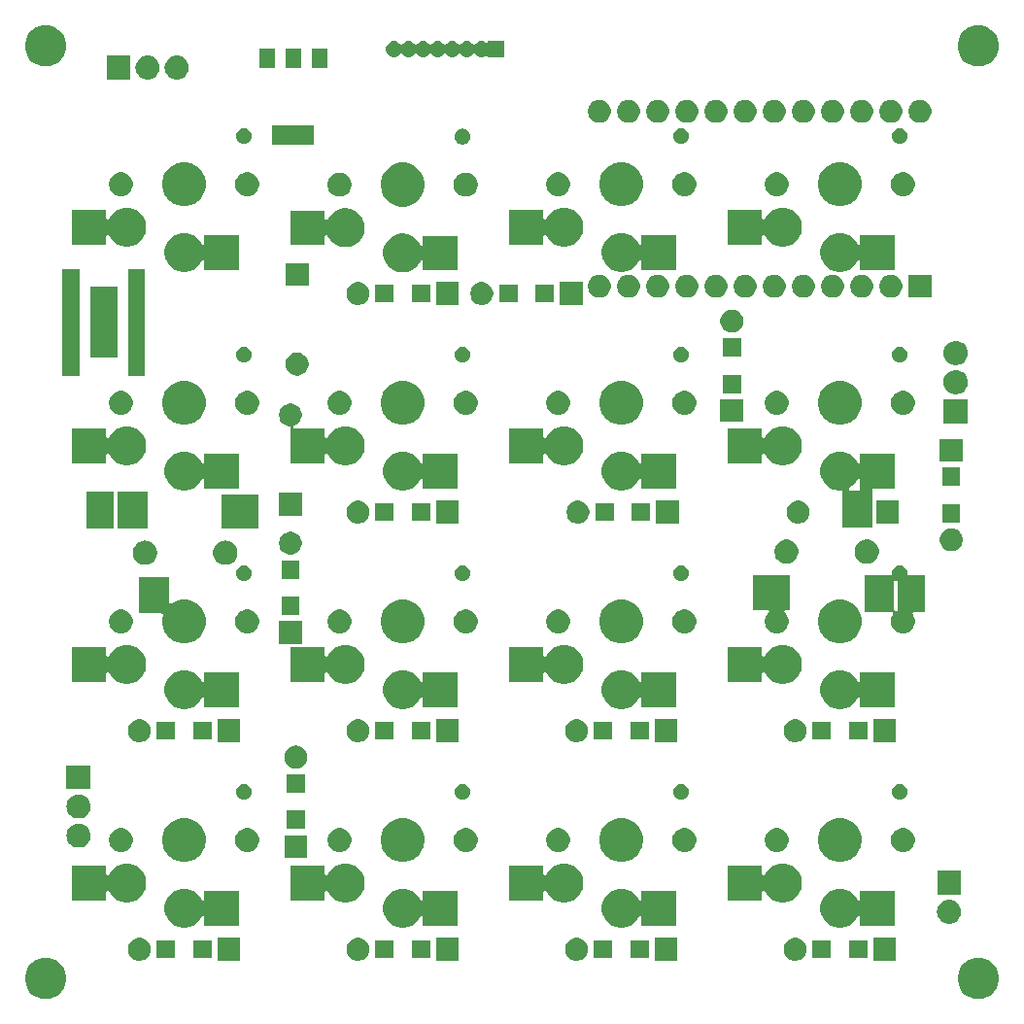
<source format=gbr>
G04 #@! TF.GenerationSoftware,KiCad,Pcbnew,(5.0.0-3-g5ebb6b6)*
G04 #@! TF.CreationDate,2019-05-07T00:15:57-07:00*
G04 #@! TF.ProjectId,arrowPad,6172726F775061642E6B696361645F70,rev?*
G04 #@! TF.SameCoordinates,Original*
G04 #@! TF.FileFunction,Soldermask,Bot*
G04 #@! TF.FilePolarity,Negative*
%FSLAX46Y46*%
G04 Gerber Fmt 4.6, Leading zero omitted, Abs format (unit mm)*
G04 Created by KiCad (PCBNEW (5.0.0-3-g5ebb6b6)) date Tuesday, May 07, 2019 at 12:15:57 AM*
%MOMM*%
%LPD*%
G01*
G04 APERTURE LIST*
%ADD10C,0.100000*%
G04 APERTURE END LIST*
D10*
G36*
X200434122Y-132231115D02*
X200550041Y-132254173D01*
X200877620Y-132389861D01*
X200902628Y-132406571D01*
X201172436Y-132586851D01*
X201423149Y-132837564D01*
X201620140Y-133132382D01*
X201755827Y-133459960D01*
X201825000Y-133807714D01*
X201825000Y-134162286D01*
X201755827Y-134510040D01*
X201620140Y-134837618D01*
X201423149Y-135132436D01*
X201172436Y-135383149D01*
X201172433Y-135383151D01*
X200877620Y-135580139D01*
X200550041Y-135715827D01*
X200434122Y-135738885D01*
X200202286Y-135785000D01*
X199847714Y-135785000D01*
X199615878Y-135738885D01*
X199499959Y-135715827D01*
X199172380Y-135580139D01*
X198877567Y-135383151D01*
X198877564Y-135383149D01*
X198626851Y-135132436D01*
X198429860Y-134837618D01*
X198294173Y-134510040D01*
X198225000Y-134162286D01*
X198225000Y-133807714D01*
X198294173Y-133459960D01*
X198429860Y-133132382D01*
X198626851Y-132837564D01*
X198877564Y-132586851D01*
X199147372Y-132406571D01*
X199172380Y-132389861D01*
X199499959Y-132254173D01*
X199615878Y-132231115D01*
X199847714Y-132185000D01*
X200202286Y-132185000D01*
X200434122Y-132231115D01*
X200434122Y-132231115D01*
G37*
G36*
X119154122Y-132231115D02*
X119270041Y-132254173D01*
X119597620Y-132389861D01*
X119622628Y-132406571D01*
X119892436Y-132586851D01*
X120143149Y-132837564D01*
X120340140Y-133132382D01*
X120475827Y-133459960D01*
X120545000Y-133807714D01*
X120545000Y-134162286D01*
X120475827Y-134510040D01*
X120340140Y-134837618D01*
X120143149Y-135132436D01*
X119892436Y-135383149D01*
X119892433Y-135383151D01*
X119597620Y-135580139D01*
X119270041Y-135715827D01*
X119154122Y-135738885D01*
X118922286Y-135785000D01*
X118567714Y-135785000D01*
X118335878Y-135738885D01*
X118219959Y-135715827D01*
X117892380Y-135580139D01*
X117597567Y-135383151D01*
X117597564Y-135383149D01*
X117346851Y-135132436D01*
X117149860Y-134837618D01*
X117014173Y-134510040D01*
X116945000Y-134162286D01*
X116945000Y-133807714D01*
X117014173Y-133459960D01*
X117149860Y-133132382D01*
X117346851Y-132837564D01*
X117597564Y-132586851D01*
X117867372Y-132406571D01*
X117892380Y-132389861D01*
X118219959Y-132254173D01*
X118335878Y-132231115D01*
X118567714Y-132185000D01*
X118922286Y-132185000D01*
X119154122Y-132231115D01*
X119154122Y-132231115D01*
G37*
G36*
X173810000Y-132445000D02*
X171810000Y-132445000D01*
X171810000Y-130445000D01*
X173810000Y-130445000D01*
X173810000Y-132445000D01*
X173810000Y-132445000D01*
G37*
G36*
X165185770Y-130460372D02*
X165301689Y-130483429D01*
X165483678Y-130558811D01*
X165647463Y-130668249D01*
X165786751Y-130807537D01*
X165896189Y-130971322D01*
X165971571Y-131153311D01*
X166010000Y-131346509D01*
X166010000Y-131543491D01*
X165971571Y-131736689D01*
X165896189Y-131918678D01*
X165786751Y-132082463D01*
X165647463Y-132221751D01*
X165483678Y-132331189D01*
X165301689Y-132406571D01*
X165185770Y-132429628D01*
X165108493Y-132445000D01*
X164911507Y-132445000D01*
X164834230Y-132429628D01*
X164718311Y-132406571D01*
X164536322Y-132331189D01*
X164372537Y-132221751D01*
X164233249Y-132082463D01*
X164123811Y-131918678D01*
X164048429Y-131736689D01*
X164010000Y-131543491D01*
X164010000Y-131346509D01*
X164048429Y-131153311D01*
X164123811Y-130971322D01*
X164233249Y-130807537D01*
X164372537Y-130668249D01*
X164536322Y-130558811D01*
X164718311Y-130483429D01*
X164834230Y-130460372D01*
X164911507Y-130445000D01*
X165108493Y-130445000D01*
X165185770Y-130460372D01*
X165185770Y-130460372D01*
G37*
G36*
X154760000Y-132445000D02*
X152760000Y-132445000D01*
X152760000Y-130445000D01*
X154760000Y-130445000D01*
X154760000Y-132445000D01*
X154760000Y-132445000D01*
G37*
G36*
X146135770Y-130460372D02*
X146251689Y-130483429D01*
X146433678Y-130558811D01*
X146597463Y-130668249D01*
X146736751Y-130807537D01*
X146846189Y-130971322D01*
X146921571Y-131153311D01*
X146960000Y-131346509D01*
X146960000Y-131543491D01*
X146921571Y-131736689D01*
X146846189Y-131918678D01*
X146736751Y-132082463D01*
X146597463Y-132221751D01*
X146433678Y-132331189D01*
X146251689Y-132406571D01*
X146135770Y-132429628D01*
X146058493Y-132445000D01*
X145861507Y-132445000D01*
X145784230Y-132429628D01*
X145668311Y-132406571D01*
X145486322Y-132331189D01*
X145322537Y-132221751D01*
X145183249Y-132082463D01*
X145073811Y-131918678D01*
X144998429Y-131736689D01*
X144960000Y-131543491D01*
X144960000Y-131346509D01*
X144998429Y-131153311D01*
X145073811Y-130971322D01*
X145183249Y-130807537D01*
X145322537Y-130668249D01*
X145486322Y-130558811D01*
X145668311Y-130483429D01*
X145784230Y-130460372D01*
X145861507Y-130445000D01*
X146058493Y-130445000D01*
X146135770Y-130460372D01*
X146135770Y-130460372D01*
G37*
G36*
X135710000Y-132445000D02*
X133710000Y-132445000D01*
X133710000Y-130445000D01*
X135710000Y-130445000D01*
X135710000Y-132445000D01*
X135710000Y-132445000D01*
G37*
G36*
X127085770Y-130460372D02*
X127201689Y-130483429D01*
X127383678Y-130558811D01*
X127547463Y-130668249D01*
X127686751Y-130807537D01*
X127796189Y-130971322D01*
X127871571Y-131153311D01*
X127910000Y-131346509D01*
X127910000Y-131543491D01*
X127871571Y-131736689D01*
X127796189Y-131918678D01*
X127686751Y-132082463D01*
X127547463Y-132221751D01*
X127383678Y-132331189D01*
X127201689Y-132406571D01*
X127085770Y-132429628D01*
X127008493Y-132445000D01*
X126811507Y-132445000D01*
X126734230Y-132429628D01*
X126618311Y-132406571D01*
X126436322Y-132331189D01*
X126272537Y-132221751D01*
X126133249Y-132082463D01*
X126023811Y-131918678D01*
X125948429Y-131736689D01*
X125910000Y-131543491D01*
X125910000Y-131346509D01*
X125948429Y-131153311D01*
X126023811Y-130971322D01*
X126133249Y-130807537D01*
X126272537Y-130668249D01*
X126436322Y-130558811D01*
X126618311Y-130483429D01*
X126734230Y-130460372D01*
X126811507Y-130445000D01*
X127008493Y-130445000D01*
X127085770Y-130460372D01*
X127085770Y-130460372D01*
G37*
G36*
X184235770Y-130460372D02*
X184351689Y-130483429D01*
X184533678Y-130558811D01*
X184697463Y-130668249D01*
X184836751Y-130807537D01*
X184946189Y-130971322D01*
X185021571Y-131153311D01*
X185060000Y-131346509D01*
X185060000Y-131543491D01*
X185021571Y-131736689D01*
X184946189Y-131918678D01*
X184836751Y-132082463D01*
X184697463Y-132221751D01*
X184533678Y-132331189D01*
X184351689Y-132406571D01*
X184235770Y-132429628D01*
X184158493Y-132445000D01*
X183961507Y-132445000D01*
X183884230Y-132429628D01*
X183768311Y-132406571D01*
X183586322Y-132331189D01*
X183422537Y-132221751D01*
X183283249Y-132082463D01*
X183173811Y-131918678D01*
X183098429Y-131736689D01*
X183060000Y-131543491D01*
X183060000Y-131346509D01*
X183098429Y-131153311D01*
X183173811Y-130971322D01*
X183283249Y-130807537D01*
X183422537Y-130668249D01*
X183586322Y-130558811D01*
X183768311Y-130483429D01*
X183884230Y-130460372D01*
X183961507Y-130445000D01*
X184158493Y-130445000D01*
X184235770Y-130460372D01*
X184235770Y-130460372D01*
G37*
G36*
X192860000Y-132445000D02*
X190860000Y-132445000D01*
X190860000Y-130445000D01*
X192860000Y-130445000D01*
X192860000Y-132445000D01*
X192860000Y-132445000D01*
G37*
G36*
X152235000Y-132245000D02*
X150635000Y-132245000D01*
X150635000Y-130645000D01*
X152235000Y-130645000D01*
X152235000Y-132245000D01*
X152235000Y-132245000D01*
G37*
G36*
X190335000Y-132245000D02*
X188735000Y-132245000D01*
X188735000Y-130645000D01*
X190335000Y-130645000D01*
X190335000Y-132245000D01*
X190335000Y-132245000D01*
G37*
G36*
X187185000Y-132245000D02*
X185585000Y-132245000D01*
X185585000Y-130645000D01*
X187185000Y-130645000D01*
X187185000Y-132245000D01*
X187185000Y-132245000D01*
G37*
G36*
X168135000Y-132245000D02*
X166535000Y-132245000D01*
X166535000Y-130645000D01*
X168135000Y-130645000D01*
X168135000Y-132245000D01*
X168135000Y-132245000D01*
G37*
G36*
X171285000Y-132245000D02*
X169685000Y-132245000D01*
X169685000Y-130645000D01*
X171285000Y-130645000D01*
X171285000Y-132245000D01*
X171285000Y-132245000D01*
G37*
G36*
X149085000Y-132245000D02*
X147485000Y-132245000D01*
X147485000Y-130645000D01*
X149085000Y-130645000D01*
X149085000Y-132245000D01*
X149085000Y-132245000D01*
G37*
G36*
X130035000Y-132245000D02*
X128435000Y-132245000D01*
X128435000Y-130645000D01*
X130035000Y-130645000D01*
X130035000Y-132245000D01*
X130035000Y-132245000D01*
G37*
G36*
X133185000Y-132245000D02*
X131585000Y-132245000D01*
X131585000Y-130645000D01*
X133185000Y-130645000D01*
X133185000Y-132245000D01*
X133185000Y-132245000D01*
G37*
G36*
X188346393Y-126213553D02*
X188455872Y-126235330D01*
X188765252Y-126363479D01*
X189043687Y-126549523D01*
X189280477Y-126786313D01*
X189466521Y-127064748D01*
X189494519Y-127132342D01*
X189506066Y-127153944D01*
X189521612Y-127172886D01*
X189540554Y-127188432D01*
X189562165Y-127199983D01*
X189585614Y-127207096D01*
X189610000Y-127209498D01*
X189634386Y-127207096D01*
X189657836Y-127199983D01*
X189679446Y-127188432D01*
X189698388Y-127172886D01*
X189713934Y-127153944D01*
X189725485Y-127132333D01*
X189732598Y-127108884D01*
X189735000Y-127084498D01*
X189735000Y-126370000D01*
X192735000Y-126370000D01*
X192735000Y-129370000D01*
X189735000Y-129370000D01*
X189735000Y-128655502D01*
X189732598Y-128631116D01*
X189725485Y-128607667D01*
X189713934Y-128586056D01*
X189698388Y-128567114D01*
X189679446Y-128551568D01*
X189657835Y-128540017D01*
X189634386Y-128532904D01*
X189610000Y-128530502D01*
X189585614Y-128532904D01*
X189562165Y-128540017D01*
X189540554Y-128551568D01*
X189521612Y-128567114D01*
X189506066Y-128586056D01*
X189494519Y-128607658D01*
X189466521Y-128675252D01*
X189280477Y-128953687D01*
X189043687Y-129190477D01*
X188765252Y-129376521D01*
X188455872Y-129504670D01*
X188346393Y-129526447D01*
X188127437Y-129570000D01*
X187792563Y-129570000D01*
X187573607Y-129526447D01*
X187464128Y-129504670D01*
X187154748Y-129376521D01*
X186876313Y-129190477D01*
X186639523Y-128953687D01*
X186453479Y-128675252D01*
X186325330Y-128365872D01*
X186260000Y-128037435D01*
X186260000Y-127702565D01*
X186325330Y-127374128D01*
X186453479Y-127064748D01*
X186639523Y-126786313D01*
X186876313Y-126549523D01*
X187154748Y-126363479D01*
X187464128Y-126235330D01*
X187573607Y-126213553D01*
X187792563Y-126170000D01*
X188127437Y-126170000D01*
X188346393Y-126213553D01*
X188346393Y-126213553D01*
G37*
G36*
X169296393Y-126213553D02*
X169405872Y-126235330D01*
X169715252Y-126363479D01*
X169993687Y-126549523D01*
X170230477Y-126786313D01*
X170416521Y-127064748D01*
X170444519Y-127132342D01*
X170456066Y-127153944D01*
X170471612Y-127172886D01*
X170490554Y-127188432D01*
X170512165Y-127199983D01*
X170535614Y-127207096D01*
X170560000Y-127209498D01*
X170584386Y-127207096D01*
X170607836Y-127199983D01*
X170629446Y-127188432D01*
X170648388Y-127172886D01*
X170663934Y-127153944D01*
X170675485Y-127132333D01*
X170682598Y-127108884D01*
X170685000Y-127084498D01*
X170685000Y-126370000D01*
X173685000Y-126370000D01*
X173685000Y-129370000D01*
X170685000Y-129370000D01*
X170685000Y-128655502D01*
X170682598Y-128631116D01*
X170675485Y-128607667D01*
X170663934Y-128586056D01*
X170648388Y-128567114D01*
X170629446Y-128551568D01*
X170607835Y-128540017D01*
X170584386Y-128532904D01*
X170560000Y-128530502D01*
X170535614Y-128532904D01*
X170512165Y-128540017D01*
X170490554Y-128551568D01*
X170471612Y-128567114D01*
X170456066Y-128586056D01*
X170444519Y-128607658D01*
X170416521Y-128675252D01*
X170230477Y-128953687D01*
X169993687Y-129190477D01*
X169715252Y-129376521D01*
X169405872Y-129504670D01*
X169296393Y-129526447D01*
X169077437Y-129570000D01*
X168742563Y-129570000D01*
X168523607Y-129526447D01*
X168414128Y-129504670D01*
X168104748Y-129376521D01*
X167826313Y-129190477D01*
X167589523Y-128953687D01*
X167403479Y-128675252D01*
X167275330Y-128365872D01*
X167210000Y-128037435D01*
X167210000Y-127702565D01*
X167275330Y-127374128D01*
X167403479Y-127064748D01*
X167589523Y-126786313D01*
X167826313Y-126549523D01*
X168104748Y-126363479D01*
X168414128Y-126235330D01*
X168523607Y-126213553D01*
X168742563Y-126170000D01*
X169077437Y-126170000D01*
X169296393Y-126213553D01*
X169296393Y-126213553D01*
G37*
G36*
X150246393Y-126213553D02*
X150355872Y-126235330D01*
X150665252Y-126363479D01*
X150943687Y-126549523D01*
X151180477Y-126786313D01*
X151366521Y-127064748D01*
X151394519Y-127132342D01*
X151406066Y-127153944D01*
X151421612Y-127172886D01*
X151440554Y-127188432D01*
X151462165Y-127199983D01*
X151485614Y-127207096D01*
X151510000Y-127209498D01*
X151534386Y-127207096D01*
X151557836Y-127199983D01*
X151579446Y-127188432D01*
X151598388Y-127172886D01*
X151613934Y-127153944D01*
X151625485Y-127132333D01*
X151632598Y-127108884D01*
X151635000Y-127084498D01*
X151635000Y-126370000D01*
X154635000Y-126370000D01*
X154635000Y-129370000D01*
X151635000Y-129370000D01*
X151635000Y-128655502D01*
X151632598Y-128631116D01*
X151625485Y-128607667D01*
X151613934Y-128586056D01*
X151598388Y-128567114D01*
X151579446Y-128551568D01*
X151557835Y-128540017D01*
X151534386Y-128532904D01*
X151510000Y-128530502D01*
X151485614Y-128532904D01*
X151462165Y-128540017D01*
X151440554Y-128551568D01*
X151421612Y-128567114D01*
X151406066Y-128586056D01*
X151394519Y-128607658D01*
X151366521Y-128675252D01*
X151180477Y-128953687D01*
X150943687Y-129190477D01*
X150665252Y-129376521D01*
X150355872Y-129504670D01*
X150246393Y-129526447D01*
X150027437Y-129570000D01*
X149692563Y-129570000D01*
X149473607Y-129526447D01*
X149364128Y-129504670D01*
X149054748Y-129376521D01*
X148776313Y-129190477D01*
X148539523Y-128953687D01*
X148353479Y-128675252D01*
X148225330Y-128365872D01*
X148160000Y-128037435D01*
X148160000Y-127702565D01*
X148225330Y-127374128D01*
X148353479Y-127064748D01*
X148539523Y-126786313D01*
X148776313Y-126549523D01*
X149054748Y-126363479D01*
X149364128Y-126235330D01*
X149473607Y-126213553D01*
X149692563Y-126170000D01*
X150027437Y-126170000D01*
X150246393Y-126213553D01*
X150246393Y-126213553D01*
G37*
G36*
X131196393Y-126213553D02*
X131305872Y-126235330D01*
X131615252Y-126363479D01*
X131893687Y-126549523D01*
X132130477Y-126786313D01*
X132316521Y-127064748D01*
X132344519Y-127132342D01*
X132356066Y-127153944D01*
X132371612Y-127172886D01*
X132390554Y-127188432D01*
X132412165Y-127199983D01*
X132435614Y-127207096D01*
X132460000Y-127209498D01*
X132484386Y-127207096D01*
X132507836Y-127199983D01*
X132529446Y-127188432D01*
X132548388Y-127172886D01*
X132563934Y-127153944D01*
X132575485Y-127132333D01*
X132582598Y-127108884D01*
X132585000Y-127084498D01*
X132585000Y-126370000D01*
X135585000Y-126370000D01*
X135585000Y-129370000D01*
X132585000Y-129370000D01*
X132585000Y-128655502D01*
X132582598Y-128631116D01*
X132575485Y-128607667D01*
X132563934Y-128586056D01*
X132548388Y-128567114D01*
X132529446Y-128551568D01*
X132507835Y-128540017D01*
X132484386Y-128532904D01*
X132460000Y-128530502D01*
X132435614Y-128532904D01*
X132412165Y-128540017D01*
X132390554Y-128551568D01*
X132371612Y-128567114D01*
X132356066Y-128586056D01*
X132344519Y-128607658D01*
X132316521Y-128675252D01*
X132130477Y-128953687D01*
X131893687Y-129190477D01*
X131615252Y-129376521D01*
X131305872Y-129504670D01*
X131196393Y-129526447D01*
X130977437Y-129570000D01*
X130642563Y-129570000D01*
X130423607Y-129526447D01*
X130314128Y-129504670D01*
X130004748Y-129376521D01*
X129726313Y-129190477D01*
X129489523Y-128953687D01*
X129303479Y-128675252D01*
X129175330Y-128365872D01*
X129110000Y-128037435D01*
X129110000Y-127702565D01*
X129175330Y-127374128D01*
X129303479Y-127064748D01*
X129489523Y-126786313D01*
X129726313Y-126549523D01*
X130004748Y-126363479D01*
X130314128Y-126235330D01*
X130423607Y-126213553D01*
X130642563Y-126170000D01*
X130977437Y-126170000D01*
X131196393Y-126213553D01*
X131196393Y-126213553D01*
G37*
G36*
X197613707Y-127125997D02*
X197690836Y-127133593D01*
X197810854Y-127170000D01*
X197888763Y-127193633D01*
X198071172Y-127291133D01*
X198231054Y-127422346D01*
X198362267Y-127582228D01*
X198459767Y-127764637D01*
X198459767Y-127764638D01*
X198519807Y-127962564D01*
X198540080Y-128168400D01*
X198519807Y-128374236D01*
X198479780Y-128506187D01*
X198459767Y-128572163D01*
X198362267Y-128754572D01*
X198231054Y-128914454D01*
X198071172Y-129045667D01*
X197888763Y-129143167D01*
X197822787Y-129163180D01*
X197690836Y-129203207D01*
X197613707Y-129210803D01*
X197536580Y-129218400D01*
X197433420Y-129218400D01*
X197356293Y-129210803D01*
X197279164Y-129203207D01*
X197147213Y-129163180D01*
X197081237Y-129143167D01*
X196898828Y-129045667D01*
X196738946Y-128914454D01*
X196607733Y-128754572D01*
X196510233Y-128572163D01*
X196490220Y-128506187D01*
X196450193Y-128374236D01*
X196429920Y-128168400D01*
X196450193Y-127962564D01*
X196510233Y-127764638D01*
X196510233Y-127764637D01*
X196607733Y-127582228D01*
X196738946Y-127422346D01*
X196898828Y-127291133D01*
X197081237Y-127193633D01*
X197159146Y-127170000D01*
X197279164Y-127133593D01*
X197356293Y-127125997D01*
X197433420Y-127118400D01*
X197536580Y-127118400D01*
X197613707Y-127125997D01*
X197613707Y-127125997D01*
G37*
G36*
X183346393Y-124013553D02*
X183455872Y-124035330D01*
X183765252Y-124163479D01*
X184043687Y-124349523D01*
X184280477Y-124586313D01*
X184466521Y-124864748D01*
X184594670Y-125174128D01*
X184660000Y-125502565D01*
X184660000Y-125837435D01*
X184594670Y-126165872D01*
X184466521Y-126475252D01*
X184280477Y-126753687D01*
X184043687Y-126990477D01*
X183765252Y-127176521D01*
X183455872Y-127304670D01*
X183346393Y-127326447D01*
X183127437Y-127370000D01*
X182792563Y-127370000D01*
X182573607Y-127326447D01*
X182464128Y-127304670D01*
X182154748Y-127176521D01*
X181876313Y-126990477D01*
X181639523Y-126753687D01*
X181453479Y-126475252D01*
X181425481Y-126407658D01*
X181413934Y-126386056D01*
X181398388Y-126367114D01*
X181379446Y-126351568D01*
X181357835Y-126340017D01*
X181334386Y-126332904D01*
X181310000Y-126330502D01*
X181285614Y-126332904D01*
X181262164Y-126340017D01*
X181240554Y-126351568D01*
X181221612Y-126367114D01*
X181206066Y-126386056D01*
X181194515Y-126407667D01*
X181187402Y-126431116D01*
X181185000Y-126455502D01*
X181185000Y-127170000D01*
X178185000Y-127170000D01*
X178185000Y-124170000D01*
X181185000Y-124170000D01*
X181185000Y-124884498D01*
X181187402Y-124908884D01*
X181194515Y-124932333D01*
X181206066Y-124953944D01*
X181221612Y-124972886D01*
X181240554Y-124988432D01*
X181262165Y-124999983D01*
X181285614Y-125007096D01*
X181310000Y-125009498D01*
X181334386Y-125007096D01*
X181357835Y-124999983D01*
X181379446Y-124988432D01*
X181398388Y-124972886D01*
X181413934Y-124953944D01*
X181425481Y-124932342D01*
X181453479Y-124864748D01*
X181639523Y-124586313D01*
X181876313Y-124349523D01*
X182154748Y-124163479D01*
X182464128Y-124035330D01*
X182573607Y-124013553D01*
X182792563Y-123970000D01*
X183127437Y-123970000D01*
X183346393Y-124013553D01*
X183346393Y-124013553D01*
G37*
G36*
X164296393Y-124013553D02*
X164405872Y-124035330D01*
X164715252Y-124163479D01*
X164993687Y-124349523D01*
X165230477Y-124586313D01*
X165416521Y-124864748D01*
X165544670Y-125174128D01*
X165610000Y-125502565D01*
X165610000Y-125837435D01*
X165544670Y-126165872D01*
X165416521Y-126475252D01*
X165230477Y-126753687D01*
X164993687Y-126990477D01*
X164715252Y-127176521D01*
X164405872Y-127304670D01*
X164296393Y-127326447D01*
X164077437Y-127370000D01*
X163742563Y-127370000D01*
X163523607Y-127326447D01*
X163414128Y-127304670D01*
X163104748Y-127176521D01*
X162826313Y-126990477D01*
X162589523Y-126753687D01*
X162403479Y-126475252D01*
X162375481Y-126407658D01*
X162363934Y-126386056D01*
X162348388Y-126367114D01*
X162329446Y-126351568D01*
X162307835Y-126340017D01*
X162284386Y-126332904D01*
X162260000Y-126330502D01*
X162235614Y-126332904D01*
X162212164Y-126340017D01*
X162190554Y-126351568D01*
X162171612Y-126367114D01*
X162156066Y-126386056D01*
X162144515Y-126407667D01*
X162137402Y-126431116D01*
X162135000Y-126455502D01*
X162135000Y-127170000D01*
X159135000Y-127170000D01*
X159135000Y-124170000D01*
X162135000Y-124170000D01*
X162135000Y-124884498D01*
X162137402Y-124908884D01*
X162144515Y-124932333D01*
X162156066Y-124953944D01*
X162171612Y-124972886D01*
X162190554Y-124988432D01*
X162212165Y-124999983D01*
X162235614Y-125007096D01*
X162260000Y-125009498D01*
X162284386Y-125007096D01*
X162307835Y-124999983D01*
X162329446Y-124988432D01*
X162348388Y-124972886D01*
X162363934Y-124953944D01*
X162375481Y-124932342D01*
X162403479Y-124864748D01*
X162589523Y-124586313D01*
X162826313Y-124349523D01*
X163104748Y-124163479D01*
X163414128Y-124035330D01*
X163523607Y-124013553D01*
X163742563Y-123970000D01*
X164077437Y-123970000D01*
X164296393Y-124013553D01*
X164296393Y-124013553D01*
G37*
G36*
X126196393Y-124013553D02*
X126305872Y-124035330D01*
X126615252Y-124163479D01*
X126893687Y-124349523D01*
X127130477Y-124586313D01*
X127316521Y-124864748D01*
X127444670Y-125174128D01*
X127510000Y-125502565D01*
X127510000Y-125837435D01*
X127444670Y-126165872D01*
X127316521Y-126475252D01*
X127130477Y-126753687D01*
X126893687Y-126990477D01*
X126615252Y-127176521D01*
X126305872Y-127304670D01*
X126196393Y-127326447D01*
X125977437Y-127370000D01*
X125642563Y-127370000D01*
X125423607Y-127326447D01*
X125314128Y-127304670D01*
X125004748Y-127176521D01*
X124726313Y-126990477D01*
X124489523Y-126753687D01*
X124303479Y-126475252D01*
X124275481Y-126407658D01*
X124263934Y-126386056D01*
X124248388Y-126367114D01*
X124229446Y-126351568D01*
X124207835Y-126340017D01*
X124184386Y-126332904D01*
X124160000Y-126330502D01*
X124135614Y-126332904D01*
X124112164Y-126340017D01*
X124090554Y-126351568D01*
X124071612Y-126367114D01*
X124056066Y-126386056D01*
X124044515Y-126407667D01*
X124037402Y-126431116D01*
X124035000Y-126455502D01*
X124035000Y-127170000D01*
X121035000Y-127170000D01*
X121035000Y-124170000D01*
X124035000Y-124170000D01*
X124035000Y-124884498D01*
X124037402Y-124908884D01*
X124044515Y-124932333D01*
X124056066Y-124953944D01*
X124071612Y-124972886D01*
X124090554Y-124988432D01*
X124112165Y-124999983D01*
X124135614Y-125007096D01*
X124160000Y-125009498D01*
X124184386Y-125007096D01*
X124207835Y-124999983D01*
X124229446Y-124988432D01*
X124248388Y-124972886D01*
X124263934Y-124953944D01*
X124275481Y-124932342D01*
X124303479Y-124864748D01*
X124489523Y-124586313D01*
X124726313Y-124349523D01*
X125004748Y-124163479D01*
X125314128Y-124035330D01*
X125423607Y-124013553D01*
X125642563Y-123970000D01*
X125977437Y-123970000D01*
X126196393Y-124013553D01*
X126196393Y-124013553D01*
G37*
G36*
X145246393Y-124013553D02*
X145355872Y-124035330D01*
X145665252Y-124163479D01*
X145943687Y-124349523D01*
X146180477Y-124586313D01*
X146366521Y-124864748D01*
X146494670Y-125174128D01*
X146560000Y-125502565D01*
X146560000Y-125837435D01*
X146494670Y-126165872D01*
X146366521Y-126475252D01*
X146180477Y-126753687D01*
X145943687Y-126990477D01*
X145665252Y-127176521D01*
X145355872Y-127304670D01*
X145246393Y-127326447D01*
X145027437Y-127370000D01*
X144692563Y-127370000D01*
X144473607Y-127326447D01*
X144364128Y-127304670D01*
X144054748Y-127176521D01*
X143776313Y-126990477D01*
X143539523Y-126753687D01*
X143353479Y-126475252D01*
X143325481Y-126407658D01*
X143313934Y-126386056D01*
X143298388Y-126367114D01*
X143279446Y-126351568D01*
X143257835Y-126340017D01*
X143234386Y-126332904D01*
X143210000Y-126330502D01*
X143185614Y-126332904D01*
X143162164Y-126340017D01*
X143140554Y-126351568D01*
X143121612Y-126367114D01*
X143106066Y-126386056D01*
X143094515Y-126407667D01*
X143087402Y-126431116D01*
X143085000Y-126455502D01*
X143085000Y-127170000D01*
X140085000Y-127170000D01*
X140085000Y-124170000D01*
X143085000Y-124170000D01*
X143085000Y-124884498D01*
X143087402Y-124908884D01*
X143094515Y-124932333D01*
X143106066Y-124953944D01*
X143121612Y-124972886D01*
X143140554Y-124988432D01*
X143162165Y-124999983D01*
X143185614Y-125007096D01*
X143210000Y-125009498D01*
X143234386Y-125007096D01*
X143257835Y-124999983D01*
X143279446Y-124988432D01*
X143298388Y-124972886D01*
X143313934Y-124953944D01*
X143325481Y-124932342D01*
X143353479Y-124864748D01*
X143539523Y-124586313D01*
X143776313Y-124349523D01*
X144054748Y-124163479D01*
X144364128Y-124035330D01*
X144473607Y-124013553D01*
X144692563Y-123970000D01*
X145027437Y-123970000D01*
X145246393Y-124013553D01*
X145246393Y-124013553D01*
G37*
G36*
X198535000Y-126678400D02*
X196435000Y-126678400D01*
X196435000Y-124578400D01*
X198535000Y-124578400D01*
X198535000Y-126678400D01*
X198535000Y-126678400D01*
G37*
G36*
X169468436Y-120079073D02*
X169468438Y-120079074D01*
X169468439Y-120079074D01*
X169816856Y-120223393D01*
X170130425Y-120432913D01*
X170397087Y-120699575D01*
X170397089Y-120699578D01*
X170606607Y-121013144D01*
X170739164Y-121333164D01*
X170750927Y-121361564D01*
X170824500Y-121731437D01*
X170824500Y-122108563D01*
X170762991Y-122417788D01*
X170750926Y-122478439D01*
X170711423Y-122573807D01*
X170606607Y-122826856D01*
X170397087Y-123140425D01*
X170130425Y-123407087D01*
X170130422Y-123407089D01*
X169816856Y-123616607D01*
X169468439Y-123760926D01*
X169468438Y-123760926D01*
X169468436Y-123760927D01*
X169098563Y-123834500D01*
X168721437Y-123834500D01*
X168351564Y-123760927D01*
X168351562Y-123760926D01*
X168351561Y-123760926D01*
X168003144Y-123616607D01*
X167689578Y-123407089D01*
X167689575Y-123407087D01*
X167422913Y-123140425D01*
X167213393Y-122826856D01*
X167108577Y-122573807D01*
X167069074Y-122478439D01*
X167057010Y-122417788D01*
X166995500Y-122108563D01*
X166995500Y-121731437D01*
X167069073Y-121361564D01*
X167080837Y-121333164D01*
X167213393Y-121013144D01*
X167422911Y-120699578D01*
X167422913Y-120699575D01*
X167689575Y-120432913D01*
X168003144Y-120223393D01*
X168351561Y-120079074D01*
X168351562Y-120079074D01*
X168351564Y-120079073D01*
X168721437Y-120005500D01*
X169098563Y-120005500D01*
X169468436Y-120079073D01*
X169468436Y-120079073D01*
G37*
G36*
X150418436Y-120079073D02*
X150418438Y-120079074D01*
X150418439Y-120079074D01*
X150766856Y-120223393D01*
X151080425Y-120432913D01*
X151347087Y-120699575D01*
X151347089Y-120699578D01*
X151556607Y-121013144D01*
X151689164Y-121333164D01*
X151700927Y-121361564D01*
X151774500Y-121731437D01*
X151774500Y-122108563D01*
X151712991Y-122417788D01*
X151700926Y-122478439D01*
X151661423Y-122573807D01*
X151556607Y-122826856D01*
X151347087Y-123140425D01*
X151080425Y-123407087D01*
X151080422Y-123407089D01*
X150766856Y-123616607D01*
X150418439Y-123760926D01*
X150418438Y-123760926D01*
X150418436Y-123760927D01*
X150048563Y-123834500D01*
X149671437Y-123834500D01*
X149301564Y-123760927D01*
X149301562Y-123760926D01*
X149301561Y-123760926D01*
X148953144Y-123616607D01*
X148639578Y-123407089D01*
X148639575Y-123407087D01*
X148372913Y-123140425D01*
X148163393Y-122826856D01*
X148058577Y-122573807D01*
X148019074Y-122478439D01*
X148007010Y-122417788D01*
X147945500Y-122108563D01*
X147945500Y-121731437D01*
X148019073Y-121361564D01*
X148030837Y-121333164D01*
X148163393Y-121013144D01*
X148372911Y-120699578D01*
X148372913Y-120699575D01*
X148639575Y-120432913D01*
X148953144Y-120223393D01*
X149301561Y-120079074D01*
X149301562Y-120079074D01*
X149301564Y-120079073D01*
X149671437Y-120005500D01*
X150048563Y-120005500D01*
X150418436Y-120079073D01*
X150418436Y-120079073D01*
G37*
G36*
X188518436Y-120079073D02*
X188518438Y-120079074D01*
X188518439Y-120079074D01*
X188866856Y-120223393D01*
X189180425Y-120432913D01*
X189447087Y-120699575D01*
X189447089Y-120699578D01*
X189656607Y-121013144D01*
X189789164Y-121333164D01*
X189800927Y-121361564D01*
X189874500Y-121731437D01*
X189874500Y-122108563D01*
X189812991Y-122417788D01*
X189800926Y-122478439D01*
X189761423Y-122573807D01*
X189656607Y-122826856D01*
X189447087Y-123140425D01*
X189180425Y-123407087D01*
X189180422Y-123407089D01*
X188866856Y-123616607D01*
X188518439Y-123760926D01*
X188518438Y-123760926D01*
X188518436Y-123760927D01*
X188148563Y-123834500D01*
X187771437Y-123834500D01*
X187401564Y-123760927D01*
X187401562Y-123760926D01*
X187401561Y-123760926D01*
X187053144Y-123616607D01*
X186739578Y-123407089D01*
X186739575Y-123407087D01*
X186472913Y-123140425D01*
X186263393Y-122826856D01*
X186158577Y-122573807D01*
X186119074Y-122478439D01*
X186107010Y-122417788D01*
X186045500Y-122108563D01*
X186045500Y-121731437D01*
X186119073Y-121361564D01*
X186130837Y-121333164D01*
X186263393Y-121013144D01*
X186472911Y-120699578D01*
X186472913Y-120699575D01*
X186739575Y-120432913D01*
X187053144Y-120223393D01*
X187401561Y-120079074D01*
X187401562Y-120079074D01*
X187401564Y-120079073D01*
X187771437Y-120005500D01*
X188148563Y-120005500D01*
X188518436Y-120079073D01*
X188518436Y-120079073D01*
G37*
G36*
X131368436Y-120079073D02*
X131368438Y-120079074D01*
X131368439Y-120079074D01*
X131716856Y-120223393D01*
X132030425Y-120432913D01*
X132297087Y-120699575D01*
X132297089Y-120699578D01*
X132506607Y-121013144D01*
X132639164Y-121333164D01*
X132650927Y-121361564D01*
X132724500Y-121731437D01*
X132724500Y-122108563D01*
X132662991Y-122417788D01*
X132650926Y-122478439D01*
X132611423Y-122573807D01*
X132506607Y-122826856D01*
X132297087Y-123140425D01*
X132030425Y-123407087D01*
X132030422Y-123407089D01*
X131716856Y-123616607D01*
X131368439Y-123760926D01*
X131368438Y-123760926D01*
X131368436Y-123760927D01*
X130998563Y-123834500D01*
X130621437Y-123834500D01*
X130251564Y-123760927D01*
X130251562Y-123760926D01*
X130251561Y-123760926D01*
X129903144Y-123616607D01*
X129589578Y-123407089D01*
X129589575Y-123407087D01*
X129322913Y-123140425D01*
X129113393Y-122826856D01*
X129008577Y-122573807D01*
X128969074Y-122478439D01*
X128957010Y-122417788D01*
X128895500Y-122108563D01*
X128895500Y-121731437D01*
X128969073Y-121361564D01*
X128980837Y-121333164D01*
X129113393Y-121013144D01*
X129322911Y-120699578D01*
X129322913Y-120699575D01*
X129589575Y-120432913D01*
X129903144Y-120223393D01*
X130251561Y-120079074D01*
X130251562Y-120079074D01*
X130251564Y-120079073D01*
X130621437Y-120005500D01*
X130998563Y-120005500D01*
X131368436Y-120079073D01*
X131368436Y-120079073D01*
G37*
G36*
X141550900Y-123492600D02*
X139550900Y-123492600D01*
X139550900Y-121492600D01*
X141550900Y-121492600D01*
X141550900Y-123492600D01*
X141550900Y-123492600D01*
G37*
G36*
X193665020Y-120889292D02*
X193766536Y-120909485D01*
X193957788Y-120988704D01*
X194128749Y-121102937D01*
X194129913Y-121103715D01*
X194276285Y-121250087D01*
X194276287Y-121250090D01*
X194391296Y-121422212D01*
X194470515Y-121613464D01*
X194510900Y-121816495D01*
X194510900Y-122023505D01*
X194470515Y-122226536D01*
X194391296Y-122417788D01*
X194350772Y-122478436D01*
X194276285Y-122589913D01*
X194129913Y-122736285D01*
X194129910Y-122736287D01*
X193957788Y-122851296D01*
X193766536Y-122930515D01*
X193665020Y-122950708D01*
X193563506Y-122970900D01*
X193356494Y-122970900D01*
X193254980Y-122950708D01*
X193153464Y-122930515D01*
X192962212Y-122851296D01*
X192790090Y-122736287D01*
X192790087Y-122736285D01*
X192643715Y-122589913D01*
X192569228Y-122478436D01*
X192528704Y-122417788D01*
X192449485Y-122226536D01*
X192409100Y-122023505D01*
X192409100Y-121816495D01*
X192449485Y-121613464D01*
X192528704Y-121422212D01*
X192643713Y-121250090D01*
X192643715Y-121250087D01*
X192790087Y-121103715D01*
X192791251Y-121102937D01*
X192962212Y-120988704D01*
X193153464Y-120909485D01*
X193254980Y-120889292D01*
X193356494Y-120869100D01*
X193563506Y-120869100D01*
X193665020Y-120889292D01*
X193665020Y-120889292D01*
G37*
G36*
X182665020Y-120889292D02*
X182766536Y-120909485D01*
X182957788Y-120988704D01*
X183128749Y-121102937D01*
X183129913Y-121103715D01*
X183276285Y-121250087D01*
X183276287Y-121250090D01*
X183391296Y-121422212D01*
X183470515Y-121613464D01*
X183510900Y-121816495D01*
X183510900Y-122023505D01*
X183470515Y-122226536D01*
X183391296Y-122417788D01*
X183350772Y-122478436D01*
X183276285Y-122589913D01*
X183129913Y-122736285D01*
X183129910Y-122736287D01*
X182957788Y-122851296D01*
X182766536Y-122930515D01*
X182665020Y-122950708D01*
X182563506Y-122970900D01*
X182356494Y-122970900D01*
X182254980Y-122950708D01*
X182153464Y-122930515D01*
X181962212Y-122851296D01*
X181790090Y-122736287D01*
X181790087Y-122736285D01*
X181643715Y-122589913D01*
X181569228Y-122478436D01*
X181528704Y-122417788D01*
X181449485Y-122226536D01*
X181409100Y-122023505D01*
X181409100Y-121816495D01*
X181449485Y-121613464D01*
X181528704Y-121422212D01*
X181643713Y-121250090D01*
X181643715Y-121250087D01*
X181790087Y-121103715D01*
X181791251Y-121102937D01*
X181962212Y-120988704D01*
X182153464Y-120909485D01*
X182254980Y-120889292D01*
X182356494Y-120869100D01*
X182563506Y-120869100D01*
X182665020Y-120889292D01*
X182665020Y-120889292D01*
G37*
G36*
X174615020Y-120889292D02*
X174716536Y-120909485D01*
X174907788Y-120988704D01*
X175078749Y-121102937D01*
X175079913Y-121103715D01*
X175226285Y-121250087D01*
X175226287Y-121250090D01*
X175341296Y-121422212D01*
X175420515Y-121613464D01*
X175460900Y-121816495D01*
X175460900Y-122023505D01*
X175420515Y-122226536D01*
X175341296Y-122417788D01*
X175300772Y-122478436D01*
X175226285Y-122589913D01*
X175079913Y-122736285D01*
X175079910Y-122736287D01*
X174907788Y-122851296D01*
X174716536Y-122930515D01*
X174615020Y-122950708D01*
X174513506Y-122970900D01*
X174306494Y-122970900D01*
X174204980Y-122950708D01*
X174103464Y-122930515D01*
X173912212Y-122851296D01*
X173740090Y-122736287D01*
X173740087Y-122736285D01*
X173593715Y-122589913D01*
X173519228Y-122478436D01*
X173478704Y-122417788D01*
X173399485Y-122226536D01*
X173359100Y-122023505D01*
X173359100Y-121816495D01*
X173399485Y-121613464D01*
X173478704Y-121422212D01*
X173593713Y-121250090D01*
X173593715Y-121250087D01*
X173740087Y-121103715D01*
X173741251Y-121102937D01*
X173912212Y-120988704D01*
X174103464Y-120909485D01*
X174204980Y-120889292D01*
X174306494Y-120869100D01*
X174513506Y-120869100D01*
X174615020Y-120889292D01*
X174615020Y-120889292D01*
G37*
G36*
X163615020Y-120889292D02*
X163716536Y-120909485D01*
X163907788Y-120988704D01*
X164078749Y-121102937D01*
X164079913Y-121103715D01*
X164226285Y-121250087D01*
X164226287Y-121250090D01*
X164341296Y-121422212D01*
X164420515Y-121613464D01*
X164460900Y-121816495D01*
X164460900Y-122023505D01*
X164420515Y-122226536D01*
X164341296Y-122417788D01*
X164300772Y-122478436D01*
X164226285Y-122589913D01*
X164079913Y-122736285D01*
X164079910Y-122736287D01*
X163907788Y-122851296D01*
X163716536Y-122930515D01*
X163615020Y-122950708D01*
X163513506Y-122970900D01*
X163306494Y-122970900D01*
X163204980Y-122950708D01*
X163103464Y-122930515D01*
X162912212Y-122851296D01*
X162740090Y-122736287D01*
X162740087Y-122736285D01*
X162593715Y-122589913D01*
X162519228Y-122478436D01*
X162478704Y-122417788D01*
X162399485Y-122226536D01*
X162359100Y-122023505D01*
X162359100Y-121816495D01*
X162399485Y-121613464D01*
X162478704Y-121422212D01*
X162593713Y-121250090D01*
X162593715Y-121250087D01*
X162740087Y-121103715D01*
X162741251Y-121102937D01*
X162912212Y-120988704D01*
X163103464Y-120909485D01*
X163204980Y-120889292D01*
X163306494Y-120869100D01*
X163513506Y-120869100D01*
X163615020Y-120889292D01*
X163615020Y-120889292D01*
G37*
G36*
X155565020Y-120889292D02*
X155666536Y-120909485D01*
X155857788Y-120988704D01*
X156028749Y-121102937D01*
X156029913Y-121103715D01*
X156176285Y-121250087D01*
X156176287Y-121250090D01*
X156291296Y-121422212D01*
X156370515Y-121613464D01*
X156410900Y-121816495D01*
X156410900Y-122023505D01*
X156370515Y-122226536D01*
X156291296Y-122417788D01*
X156250772Y-122478436D01*
X156176285Y-122589913D01*
X156029913Y-122736285D01*
X156029910Y-122736287D01*
X155857788Y-122851296D01*
X155666536Y-122930515D01*
X155565020Y-122950708D01*
X155463506Y-122970900D01*
X155256494Y-122970900D01*
X155154980Y-122950708D01*
X155053464Y-122930515D01*
X154862212Y-122851296D01*
X154690090Y-122736287D01*
X154690087Y-122736285D01*
X154543715Y-122589913D01*
X154469228Y-122478436D01*
X154428704Y-122417788D01*
X154349485Y-122226536D01*
X154309100Y-122023505D01*
X154309100Y-121816495D01*
X154349485Y-121613464D01*
X154428704Y-121422212D01*
X154543713Y-121250090D01*
X154543715Y-121250087D01*
X154690087Y-121103715D01*
X154691251Y-121102937D01*
X154862212Y-120988704D01*
X155053464Y-120909485D01*
X155154980Y-120889292D01*
X155256494Y-120869100D01*
X155463506Y-120869100D01*
X155565020Y-120889292D01*
X155565020Y-120889292D01*
G37*
G36*
X144565020Y-120889292D02*
X144666536Y-120909485D01*
X144857788Y-120988704D01*
X145028749Y-121102937D01*
X145029913Y-121103715D01*
X145176285Y-121250087D01*
X145176287Y-121250090D01*
X145291296Y-121422212D01*
X145370515Y-121613464D01*
X145410900Y-121816495D01*
X145410900Y-122023505D01*
X145370515Y-122226536D01*
X145291296Y-122417788D01*
X145250772Y-122478436D01*
X145176285Y-122589913D01*
X145029913Y-122736285D01*
X145029910Y-122736287D01*
X144857788Y-122851296D01*
X144666536Y-122930515D01*
X144565020Y-122950708D01*
X144463506Y-122970900D01*
X144256494Y-122970900D01*
X144154980Y-122950708D01*
X144053464Y-122930515D01*
X143862212Y-122851296D01*
X143690090Y-122736287D01*
X143690087Y-122736285D01*
X143543715Y-122589913D01*
X143469228Y-122478436D01*
X143428704Y-122417788D01*
X143349485Y-122226536D01*
X143309100Y-122023505D01*
X143309100Y-121816495D01*
X143349485Y-121613464D01*
X143428704Y-121422212D01*
X143543713Y-121250090D01*
X143543715Y-121250087D01*
X143690087Y-121103715D01*
X143691251Y-121102937D01*
X143862212Y-120988704D01*
X144053464Y-120909485D01*
X144154980Y-120889292D01*
X144256494Y-120869100D01*
X144463506Y-120869100D01*
X144565020Y-120889292D01*
X144565020Y-120889292D01*
G37*
G36*
X136515020Y-120889292D02*
X136616536Y-120909485D01*
X136807788Y-120988704D01*
X136978749Y-121102937D01*
X136979913Y-121103715D01*
X137126285Y-121250087D01*
X137126287Y-121250090D01*
X137241296Y-121422212D01*
X137320515Y-121613464D01*
X137360900Y-121816495D01*
X137360900Y-122023505D01*
X137320515Y-122226536D01*
X137241296Y-122417788D01*
X137200772Y-122478436D01*
X137126285Y-122589913D01*
X136979913Y-122736285D01*
X136979910Y-122736287D01*
X136807788Y-122851296D01*
X136616536Y-122930515D01*
X136515020Y-122950708D01*
X136413506Y-122970900D01*
X136206494Y-122970900D01*
X136104980Y-122950708D01*
X136003464Y-122930515D01*
X135812212Y-122851296D01*
X135640090Y-122736287D01*
X135640087Y-122736285D01*
X135493715Y-122589913D01*
X135419228Y-122478436D01*
X135378704Y-122417788D01*
X135299485Y-122226536D01*
X135259100Y-122023505D01*
X135259100Y-121816495D01*
X135299485Y-121613464D01*
X135378704Y-121422212D01*
X135493713Y-121250090D01*
X135493715Y-121250087D01*
X135640087Y-121103715D01*
X135641251Y-121102937D01*
X135812212Y-120988704D01*
X136003464Y-120909485D01*
X136104980Y-120889292D01*
X136206494Y-120869100D01*
X136413506Y-120869100D01*
X136515020Y-120889292D01*
X136515020Y-120889292D01*
G37*
G36*
X125515020Y-120889292D02*
X125616536Y-120909485D01*
X125807788Y-120988704D01*
X125978749Y-121102937D01*
X125979913Y-121103715D01*
X126126285Y-121250087D01*
X126126287Y-121250090D01*
X126241296Y-121422212D01*
X126320515Y-121613464D01*
X126360900Y-121816495D01*
X126360900Y-122023505D01*
X126320515Y-122226536D01*
X126241296Y-122417788D01*
X126200772Y-122478436D01*
X126126285Y-122589913D01*
X125979913Y-122736285D01*
X125979910Y-122736287D01*
X125807788Y-122851296D01*
X125616536Y-122930515D01*
X125515020Y-122950708D01*
X125413506Y-122970900D01*
X125206494Y-122970900D01*
X125104980Y-122950708D01*
X125003464Y-122930515D01*
X124812212Y-122851296D01*
X124640090Y-122736287D01*
X124640087Y-122736285D01*
X124493715Y-122589913D01*
X124419228Y-122478436D01*
X124378704Y-122417788D01*
X124299485Y-122226536D01*
X124259100Y-122023505D01*
X124259100Y-121816495D01*
X124299485Y-121613464D01*
X124378704Y-121422212D01*
X124493713Y-121250090D01*
X124493715Y-121250087D01*
X124640087Y-121103715D01*
X124641251Y-121102937D01*
X124812212Y-120988704D01*
X125003464Y-120909485D01*
X125104980Y-120889292D01*
X125206494Y-120869100D01*
X125413506Y-120869100D01*
X125515020Y-120889292D01*
X125515020Y-120889292D01*
G37*
G36*
X121743907Y-120496596D02*
X121821036Y-120504193D01*
X121952987Y-120544220D01*
X122018963Y-120564233D01*
X122201372Y-120661733D01*
X122361254Y-120792946D01*
X122492467Y-120952828D01*
X122589967Y-121135237D01*
X122589967Y-121135238D01*
X122650007Y-121333164D01*
X122670280Y-121539000D01*
X122650007Y-121744836D01*
X122609980Y-121876787D01*
X122589967Y-121942763D01*
X122492467Y-122125172D01*
X122361254Y-122285054D01*
X122201372Y-122416267D01*
X122018963Y-122513767D01*
X121952987Y-122533780D01*
X121821036Y-122573807D01*
X121743907Y-122581404D01*
X121666780Y-122589000D01*
X121563620Y-122589000D01*
X121486493Y-122581404D01*
X121409364Y-122573807D01*
X121277413Y-122533780D01*
X121211437Y-122513767D01*
X121029028Y-122416267D01*
X120869146Y-122285054D01*
X120737933Y-122125172D01*
X120640433Y-121942763D01*
X120620420Y-121876787D01*
X120580393Y-121744836D01*
X120560120Y-121539000D01*
X120580393Y-121333164D01*
X120640433Y-121135238D01*
X120640433Y-121135237D01*
X120737933Y-120952828D01*
X120869146Y-120792946D01*
X121029028Y-120661733D01*
X121211437Y-120564233D01*
X121277413Y-120544220D01*
X121409364Y-120504193D01*
X121486493Y-120496596D01*
X121563620Y-120489000D01*
X121666780Y-120489000D01*
X121743907Y-120496596D01*
X121743907Y-120496596D01*
G37*
G36*
X141350900Y-120967600D02*
X139750900Y-120967600D01*
X139750900Y-119367600D01*
X141350900Y-119367600D01*
X141350900Y-120967600D01*
X141350900Y-120967600D01*
G37*
G36*
X121743907Y-117956596D02*
X121821036Y-117964193D01*
X121952987Y-118004220D01*
X122018963Y-118024233D01*
X122201372Y-118121733D01*
X122361254Y-118252946D01*
X122492467Y-118412828D01*
X122589967Y-118595237D01*
X122589967Y-118595238D01*
X122650007Y-118793164D01*
X122670280Y-118999000D01*
X122650007Y-119204836D01*
X122609980Y-119336787D01*
X122589967Y-119402763D01*
X122492467Y-119585172D01*
X122361254Y-119745054D01*
X122201372Y-119876267D01*
X122018963Y-119973767D01*
X121952987Y-119993780D01*
X121821036Y-120033807D01*
X121743907Y-120041403D01*
X121666780Y-120049000D01*
X121563620Y-120049000D01*
X121486493Y-120041403D01*
X121409364Y-120033807D01*
X121277413Y-119993780D01*
X121211437Y-119973767D01*
X121029028Y-119876267D01*
X120869146Y-119745054D01*
X120737933Y-119585172D01*
X120640433Y-119402763D01*
X120620420Y-119336787D01*
X120580393Y-119204836D01*
X120560120Y-118999000D01*
X120580393Y-118793164D01*
X120640433Y-118595238D01*
X120640433Y-118595237D01*
X120737933Y-118412828D01*
X120869146Y-118252946D01*
X121029028Y-118121733D01*
X121211437Y-118024233D01*
X121277413Y-118004220D01*
X121409364Y-117964193D01*
X121486493Y-117956596D01*
X121563620Y-117949000D01*
X121666780Y-117949000D01*
X121743907Y-117956596D01*
X121743907Y-117956596D01*
G37*
G36*
X193293258Y-117033607D02*
X193382811Y-117051420D01*
X193509348Y-117103833D01*
X193509349Y-117103834D01*
X193623231Y-117179927D01*
X193720073Y-117276769D01*
X193720075Y-117276772D01*
X193796167Y-117390652D01*
X193848580Y-117517189D01*
X193875300Y-117651519D01*
X193875300Y-117788481D01*
X193848580Y-117922811D01*
X193796167Y-118049348D01*
X193796166Y-118049349D01*
X193720073Y-118163231D01*
X193623231Y-118260073D01*
X193623228Y-118260075D01*
X193509348Y-118336167D01*
X193382811Y-118388580D01*
X193293258Y-118406393D01*
X193248482Y-118415300D01*
X193111518Y-118415300D01*
X193066742Y-118406393D01*
X192977189Y-118388580D01*
X192850652Y-118336167D01*
X192736772Y-118260075D01*
X192736769Y-118260073D01*
X192639927Y-118163231D01*
X192563834Y-118049349D01*
X192563833Y-118049348D01*
X192511420Y-117922811D01*
X192484700Y-117788481D01*
X192484700Y-117651519D01*
X192511420Y-117517189D01*
X192563833Y-117390652D01*
X192639925Y-117276772D01*
X192639927Y-117276769D01*
X192736769Y-117179927D01*
X192850651Y-117103834D01*
X192850652Y-117103833D01*
X192977189Y-117051420D01*
X193066742Y-117033607D01*
X193111518Y-117024700D01*
X193248482Y-117024700D01*
X193293258Y-117033607D01*
X193293258Y-117033607D01*
G37*
G36*
X174243258Y-117033607D02*
X174332811Y-117051420D01*
X174459348Y-117103833D01*
X174459349Y-117103834D01*
X174573231Y-117179927D01*
X174670073Y-117276769D01*
X174670075Y-117276772D01*
X174746167Y-117390652D01*
X174798580Y-117517189D01*
X174825300Y-117651519D01*
X174825300Y-117788481D01*
X174798580Y-117922811D01*
X174746167Y-118049348D01*
X174746166Y-118049349D01*
X174670073Y-118163231D01*
X174573231Y-118260073D01*
X174573228Y-118260075D01*
X174459348Y-118336167D01*
X174332811Y-118388580D01*
X174243258Y-118406393D01*
X174198482Y-118415300D01*
X174061518Y-118415300D01*
X174016742Y-118406393D01*
X173927189Y-118388580D01*
X173800652Y-118336167D01*
X173686772Y-118260075D01*
X173686769Y-118260073D01*
X173589927Y-118163231D01*
X173513834Y-118049349D01*
X173513833Y-118049348D01*
X173461420Y-117922811D01*
X173434700Y-117788481D01*
X173434700Y-117651519D01*
X173461420Y-117517189D01*
X173513833Y-117390652D01*
X173589925Y-117276772D01*
X173589927Y-117276769D01*
X173686769Y-117179927D01*
X173800651Y-117103834D01*
X173800652Y-117103833D01*
X173927189Y-117051420D01*
X174016742Y-117033607D01*
X174061518Y-117024700D01*
X174198482Y-117024700D01*
X174243258Y-117033607D01*
X174243258Y-117033607D01*
G37*
G36*
X155193258Y-117033607D02*
X155282811Y-117051420D01*
X155409348Y-117103833D01*
X155409349Y-117103834D01*
X155523231Y-117179927D01*
X155620073Y-117276769D01*
X155620075Y-117276772D01*
X155696167Y-117390652D01*
X155748580Y-117517189D01*
X155775300Y-117651519D01*
X155775300Y-117788481D01*
X155748580Y-117922811D01*
X155696167Y-118049348D01*
X155696166Y-118049349D01*
X155620073Y-118163231D01*
X155523231Y-118260073D01*
X155523228Y-118260075D01*
X155409348Y-118336167D01*
X155282811Y-118388580D01*
X155193258Y-118406393D01*
X155148482Y-118415300D01*
X155011518Y-118415300D01*
X154966742Y-118406393D01*
X154877189Y-118388580D01*
X154750652Y-118336167D01*
X154636772Y-118260075D01*
X154636769Y-118260073D01*
X154539927Y-118163231D01*
X154463834Y-118049349D01*
X154463833Y-118049348D01*
X154411420Y-117922811D01*
X154384700Y-117788481D01*
X154384700Y-117651519D01*
X154411420Y-117517189D01*
X154463833Y-117390652D01*
X154539925Y-117276772D01*
X154539927Y-117276769D01*
X154636769Y-117179927D01*
X154750651Y-117103834D01*
X154750652Y-117103833D01*
X154877189Y-117051420D01*
X154966742Y-117033607D01*
X155011518Y-117024700D01*
X155148482Y-117024700D01*
X155193258Y-117033607D01*
X155193258Y-117033607D01*
G37*
G36*
X136143258Y-117033607D02*
X136232811Y-117051420D01*
X136359348Y-117103833D01*
X136359349Y-117103834D01*
X136473231Y-117179927D01*
X136570073Y-117276769D01*
X136570075Y-117276772D01*
X136646167Y-117390652D01*
X136698580Y-117517189D01*
X136725300Y-117651519D01*
X136725300Y-117788481D01*
X136698580Y-117922811D01*
X136646167Y-118049348D01*
X136646166Y-118049349D01*
X136570073Y-118163231D01*
X136473231Y-118260073D01*
X136473228Y-118260075D01*
X136359348Y-118336167D01*
X136232811Y-118388580D01*
X136143258Y-118406393D01*
X136098482Y-118415300D01*
X135961518Y-118415300D01*
X135916742Y-118406393D01*
X135827189Y-118388580D01*
X135700652Y-118336167D01*
X135586772Y-118260075D01*
X135586769Y-118260073D01*
X135489927Y-118163231D01*
X135413834Y-118049349D01*
X135413833Y-118049348D01*
X135361420Y-117922811D01*
X135334700Y-117788481D01*
X135334700Y-117651519D01*
X135361420Y-117517189D01*
X135413833Y-117390652D01*
X135489925Y-117276772D01*
X135489927Y-117276769D01*
X135586769Y-117179927D01*
X135700651Y-117103834D01*
X135700652Y-117103833D01*
X135827189Y-117051420D01*
X135916742Y-117033607D01*
X135961518Y-117024700D01*
X136098482Y-117024700D01*
X136143258Y-117033607D01*
X136143258Y-117033607D01*
G37*
G36*
X141350900Y-117817600D02*
X139750900Y-117817600D01*
X139750900Y-116217600D01*
X141350900Y-116217600D01*
X141350900Y-117817600D01*
X141350900Y-117817600D01*
G37*
G36*
X122665200Y-117509000D02*
X120565200Y-117509000D01*
X120565200Y-115409000D01*
X122665200Y-115409000D01*
X122665200Y-117509000D01*
X122665200Y-117509000D01*
G37*
G36*
X140726670Y-113707972D02*
X140842589Y-113731029D01*
X141024578Y-113806411D01*
X141188363Y-113915849D01*
X141327651Y-114055137D01*
X141437089Y-114218922D01*
X141512471Y-114400911D01*
X141550900Y-114594109D01*
X141550900Y-114791091D01*
X141512471Y-114984289D01*
X141437089Y-115166278D01*
X141327651Y-115330063D01*
X141188363Y-115469351D01*
X141024578Y-115578789D01*
X140842589Y-115654171D01*
X140726670Y-115677228D01*
X140649393Y-115692600D01*
X140452407Y-115692600D01*
X140375130Y-115677228D01*
X140259211Y-115654171D01*
X140077222Y-115578789D01*
X139913437Y-115469351D01*
X139774149Y-115330063D01*
X139664711Y-115166278D01*
X139589329Y-114984289D01*
X139550900Y-114791091D01*
X139550900Y-114594109D01*
X139589329Y-114400911D01*
X139664711Y-114218922D01*
X139774149Y-114055137D01*
X139913437Y-113915849D01*
X140077222Y-113806411D01*
X140259211Y-113731029D01*
X140375130Y-113707972D01*
X140452407Y-113692600D01*
X140649393Y-113692600D01*
X140726670Y-113707972D01*
X140726670Y-113707972D01*
G37*
G36*
X184235770Y-111410372D02*
X184351689Y-111433429D01*
X184533678Y-111508811D01*
X184697463Y-111618249D01*
X184836751Y-111757537D01*
X184946189Y-111921322D01*
X185021571Y-112103311D01*
X185060000Y-112296509D01*
X185060000Y-112493491D01*
X185021571Y-112686689D01*
X184946189Y-112868678D01*
X184836751Y-113032463D01*
X184697463Y-113171751D01*
X184533678Y-113281189D01*
X184351689Y-113356571D01*
X184235770Y-113379628D01*
X184158493Y-113395000D01*
X183961507Y-113395000D01*
X183884230Y-113379628D01*
X183768311Y-113356571D01*
X183586322Y-113281189D01*
X183422537Y-113171751D01*
X183283249Y-113032463D01*
X183173811Y-112868678D01*
X183098429Y-112686689D01*
X183060000Y-112493491D01*
X183060000Y-112296509D01*
X183098429Y-112103311D01*
X183173811Y-111921322D01*
X183283249Y-111757537D01*
X183422537Y-111618249D01*
X183586322Y-111508811D01*
X183768311Y-111433429D01*
X183884230Y-111410372D01*
X183961507Y-111395000D01*
X184158493Y-111395000D01*
X184235770Y-111410372D01*
X184235770Y-111410372D01*
G37*
G36*
X173810000Y-113395000D02*
X171810000Y-113395000D01*
X171810000Y-111395000D01*
X173810000Y-111395000D01*
X173810000Y-113395000D01*
X173810000Y-113395000D01*
G37*
G36*
X165185770Y-111410372D02*
X165301689Y-111433429D01*
X165483678Y-111508811D01*
X165647463Y-111618249D01*
X165786751Y-111757537D01*
X165896189Y-111921322D01*
X165971571Y-112103311D01*
X166010000Y-112296509D01*
X166010000Y-112493491D01*
X165971571Y-112686689D01*
X165896189Y-112868678D01*
X165786751Y-113032463D01*
X165647463Y-113171751D01*
X165483678Y-113281189D01*
X165301689Y-113356571D01*
X165185770Y-113379628D01*
X165108493Y-113395000D01*
X164911507Y-113395000D01*
X164834230Y-113379628D01*
X164718311Y-113356571D01*
X164536322Y-113281189D01*
X164372537Y-113171751D01*
X164233249Y-113032463D01*
X164123811Y-112868678D01*
X164048429Y-112686689D01*
X164010000Y-112493491D01*
X164010000Y-112296509D01*
X164048429Y-112103311D01*
X164123811Y-111921322D01*
X164233249Y-111757537D01*
X164372537Y-111618249D01*
X164536322Y-111508811D01*
X164718311Y-111433429D01*
X164834230Y-111410372D01*
X164911507Y-111395000D01*
X165108493Y-111395000D01*
X165185770Y-111410372D01*
X165185770Y-111410372D01*
G37*
G36*
X154760000Y-113395000D02*
X152760000Y-113395000D01*
X152760000Y-111395000D01*
X154760000Y-111395000D01*
X154760000Y-113395000D01*
X154760000Y-113395000D01*
G37*
G36*
X192860000Y-113395000D02*
X190860000Y-113395000D01*
X190860000Y-111395000D01*
X192860000Y-111395000D01*
X192860000Y-113395000D01*
X192860000Y-113395000D01*
G37*
G36*
X146135770Y-111410372D02*
X146251689Y-111433429D01*
X146433678Y-111508811D01*
X146597463Y-111618249D01*
X146736751Y-111757537D01*
X146846189Y-111921322D01*
X146921571Y-112103311D01*
X146960000Y-112296509D01*
X146960000Y-112493491D01*
X146921571Y-112686689D01*
X146846189Y-112868678D01*
X146736751Y-113032463D01*
X146597463Y-113171751D01*
X146433678Y-113281189D01*
X146251689Y-113356571D01*
X146135770Y-113379628D01*
X146058493Y-113395000D01*
X145861507Y-113395000D01*
X145784230Y-113379628D01*
X145668311Y-113356571D01*
X145486322Y-113281189D01*
X145322537Y-113171751D01*
X145183249Y-113032463D01*
X145073811Y-112868678D01*
X144998429Y-112686689D01*
X144960000Y-112493491D01*
X144960000Y-112296509D01*
X144998429Y-112103311D01*
X145073811Y-111921322D01*
X145183249Y-111757537D01*
X145322537Y-111618249D01*
X145486322Y-111508811D01*
X145668311Y-111433429D01*
X145784230Y-111410372D01*
X145861507Y-111395000D01*
X146058493Y-111395000D01*
X146135770Y-111410372D01*
X146135770Y-111410372D01*
G37*
G36*
X135710000Y-113395000D02*
X133710000Y-113395000D01*
X133710000Y-111395000D01*
X135710000Y-111395000D01*
X135710000Y-113395000D01*
X135710000Y-113395000D01*
G37*
G36*
X127085770Y-111410372D02*
X127201689Y-111433429D01*
X127383678Y-111508811D01*
X127547463Y-111618249D01*
X127686751Y-111757537D01*
X127796189Y-111921322D01*
X127871571Y-112103311D01*
X127910000Y-112296509D01*
X127910000Y-112493491D01*
X127871571Y-112686689D01*
X127796189Y-112868678D01*
X127686751Y-113032463D01*
X127547463Y-113171751D01*
X127383678Y-113281189D01*
X127201689Y-113356571D01*
X127085770Y-113379628D01*
X127008493Y-113395000D01*
X126811507Y-113395000D01*
X126734230Y-113379628D01*
X126618311Y-113356571D01*
X126436322Y-113281189D01*
X126272537Y-113171751D01*
X126133249Y-113032463D01*
X126023811Y-112868678D01*
X125948429Y-112686689D01*
X125910000Y-112493491D01*
X125910000Y-112296509D01*
X125948429Y-112103311D01*
X126023811Y-111921322D01*
X126133249Y-111757537D01*
X126272537Y-111618249D01*
X126436322Y-111508811D01*
X126618311Y-111433429D01*
X126734230Y-111410372D01*
X126811507Y-111395000D01*
X127008493Y-111395000D01*
X127085770Y-111410372D01*
X127085770Y-111410372D01*
G37*
G36*
X190335000Y-113195000D02*
X188735000Y-113195000D01*
X188735000Y-111595000D01*
X190335000Y-111595000D01*
X190335000Y-113195000D01*
X190335000Y-113195000D01*
G37*
G36*
X133185000Y-113195000D02*
X131585000Y-113195000D01*
X131585000Y-111595000D01*
X133185000Y-111595000D01*
X133185000Y-113195000D01*
X133185000Y-113195000D01*
G37*
G36*
X187185000Y-113195000D02*
X185585000Y-113195000D01*
X185585000Y-111595000D01*
X187185000Y-111595000D01*
X187185000Y-113195000D01*
X187185000Y-113195000D01*
G37*
G36*
X149085000Y-113195000D02*
X147485000Y-113195000D01*
X147485000Y-111595000D01*
X149085000Y-111595000D01*
X149085000Y-113195000D01*
X149085000Y-113195000D01*
G37*
G36*
X130035000Y-113195000D02*
X128435000Y-113195000D01*
X128435000Y-111595000D01*
X130035000Y-111595000D01*
X130035000Y-113195000D01*
X130035000Y-113195000D01*
G37*
G36*
X171285000Y-113195000D02*
X169685000Y-113195000D01*
X169685000Y-111595000D01*
X171285000Y-111595000D01*
X171285000Y-113195000D01*
X171285000Y-113195000D01*
G37*
G36*
X168135000Y-113195000D02*
X166535000Y-113195000D01*
X166535000Y-111595000D01*
X168135000Y-111595000D01*
X168135000Y-113195000D01*
X168135000Y-113195000D01*
G37*
G36*
X152235000Y-113195000D02*
X150635000Y-113195000D01*
X150635000Y-111595000D01*
X152235000Y-111595000D01*
X152235000Y-113195000D01*
X152235000Y-113195000D01*
G37*
G36*
X131196393Y-107163553D02*
X131305872Y-107185330D01*
X131615252Y-107313479D01*
X131893687Y-107499523D01*
X132130477Y-107736313D01*
X132316521Y-108014748D01*
X132344519Y-108082342D01*
X132356066Y-108103944D01*
X132371612Y-108122886D01*
X132390554Y-108138432D01*
X132412165Y-108149983D01*
X132435614Y-108157096D01*
X132460000Y-108159498D01*
X132484386Y-108157096D01*
X132507836Y-108149983D01*
X132529446Y-108138432D01*
X132548388Y-108122886D01*
X132563934Y-108103944D01*
X132575485Y-108082333D01*
X132582598Y-108058884D01*
X132585000Y-108034498D01*
X132585000Y-107320000D01*
X135585000Y-107320000D01*
X135585000Y-110320000D01*
X132585000Y-110320000D01*
X132585000Y-109605502D01*
X132582598Y-109581116D01*
X132575485Y-109557667D01*
X132563934Y-109536056D01*
X132548388Y-109517114D01*
X132529446Y-109501568D01*
X132507835Y-109490017D01*
X132484386Y-109482904D01*
X132460000Y-109480502D01*
X132435614Y-109482904D01*
X132412165Y-109490017D01*
X132390554Y-109501568D01*
X132371612Y-109517114D01*
X132356066Y-109536056D01*
X132344519Y-109557658D01*
X132316521Y-109625252D01*
X132130477Y-109903687D01*
X131893687Y-110140477D01*
X131615252Y-110326521D01*
X131305872Y-110454670D01*
X131196393Y-110476447D01*
X130977437Y-110520000D01*
X130642563Y-110520000D01*
X130423607Y-110476447D01*
X130314128Y-110454670D01*
X130004748Y-110326521D01*
X129726313Y-110140477D01*
X129489523Y-109903687D01*
X129303479Y-109625252D01*
X129175330Y-109315872D01*
X129110000Y-108987435D01*
X129110000Y-108652565D01*
X129175330Y-108324128D01*
X129303479Y-108014748D01*
X129489523Y-107736313D01*
X129726313Y-107499523D01*
X130004748Y-107313479D01*
X130314128Y-107185330D01*
X130423607Y-107163553D01*
X130642563Y-107120000D01*
X130977437Y-107120000D01*
X131196393Y-107163553D01*
X131196393Y-107163553D01*
G37*
G36*
X150246393Y-107163553D02*
X150355872Y-107185330D01*
X150665252Y-107313479D01*
X150943687Y-107499523D01*
X151180477Y-107736313D01*
X151366521Y-108014748D01*
X151394519Y-108082342D01*
X151406066Y-108103944D01*
X151421612Y-108122886D01*
X151440554Y-108138432D01*
X151462165Y-108149983D01*
X151485614Y-108157096D01*
X151510000Y-108159498D01*
X151534386Y-108157096D01*
X151557836Y-108149983D01*
X151579446Y-108138432D01*
X151598388Y-108122886D01*
X151613934Y-108103944D01*
X151625485Y-108082333D01*
X151632598Y-108058884D01*
X151635000Y-108034498D01*
X151635000Y-107320000D01*
X154635000Y-107320000D01*
X154635000Y-110320000D01*
X151635000Y-110320000D01*
X151635000Y-109605502D01*
X151632598Y-109581116D01*
X151625485Y-109557667D01*
X151613934Y-109536056D01*
X151598388Y-109517114D01*
X151579446Y-109501568D01*
X151557835Y-109490017D01*
X151534386Y-109482904D01*
X151510000Y-109480502D01*
X151485614Y-109482904D01*
X151462165Y-109490017D01*
X151440554Y-109501568D01*
X151421612Y-109517114D01*
X151406066Y-109536056D01*
X151394519Y-109557658D01*
X151366521Y-109625252D01*
X151180477Y-109903687D01*
X150943687Y-110140477D01*
X150665252Y-110326521D01*
X150355872Y-110454670D01*
X150246393Y-110476447D01*
X150027437Y-110520000D01*
X149692563Y-110520000D01*
X149473607Y-110476447D01*
X149364128Y-110454670D01*
X149054748Y-110326521D01*
X148776313Y-110140477D01*
X148539523Y-109903687D01*
X148353479Y-109625252D01*
X148225330Y-109315872D01*
X148160000Y-108987435D01*
X148160000Y-108652565D01*
X148225330Y-108324128D01*
X148353479Y-108014748D01*
X148539523Y-107736313D01*
X148776313Y-107499523D01*
X149054748Y-107313479D01*
X149364128Y-107185330D01*
X149473607Y-107163553D01*
X149692563Y-107120000D01*
X150027437Y-107120000D01*
X150246393Y-107163553D01*
X150246393Y-107163553D01*
G37*
G36*
X169296393Y-107163553D02*
X169405872Y-107185330D01*
X169715252Y-107313479D01*
X169993687Y-107499523D01*
X170230477Y-107736313D01*
X170416521Y-108014748D01*
X170444519Y-108082342D01*
X170456066Y-108103944D01*
X170471612Y-108122886D01*
X170490554Y-108138432D01*
X170512165Y-108149983D01*
X170535614Y-108157096D01*
X170560000Y-108159498D01*
X170584386Y-108157096D01*
X170607836Y-108149983D01*
X170629446Y-108138432D01*
X170648388Y-108122886D01*
X170663934Y-108103944D01*
X170675485Y-108082333D01*
X170682598Y-108058884D01*
X170685000Y-108034498D01*
X170685000Y-107320000D01*
X173685000Y-107320000D01*
X173685000Y-110320000D01*
X170685000Y-110320000D01*
X170685000Y-109605502D01*
X170682598Y-109581116D01*
X170675485Y-109557667D01*
X170663934Y-109536056D01*
X170648388Y-109517114D01*
X170629446Y-109501568D01*
X170607835Y-109490017D01*
X170584386Y-109482904D01*
X170560000Y-109480502D01*
X170535614Y-109482904D01*
X170512165Y-109490017D01*
X170490554Y-109501568D01*
X170471612Y-109517114D01*
X170456066Y-109536056D01*
X170444519Y-109557658D01*
X170416521Y-109625252D01*
X170230477Y-109903687D01*
X169993687Y-110140477D01*
X169715252Y-110326521D01*
X169405872Y-110454670D01*
X169296393Y-110476447D01*
X169077437Y-110520000D01*
X168742563Y-110520000D01*
X168523607Y-110476447D01*
X168414128Y-110454670D01*
X168104748Y-110326521D01*
X167826313Y-110140477D01*
X167589523Y-109903687D01*
X167403479Y-109625252D01*
X167275330Y-109315872D01*
X167210000Y-108987435D01*
X167210000Y-108652565D01*
X167275330Y-108324128D01*
X167403479Y-108014748D01*
X167589523Y-107736313D01*
X167826313Y-107499523D01*
X168104748Y-107313479D01*
X168414128Y-107185330D01*
X168523607Y-107163553D01*
X168742563Y-107120000D01*
X169077437Y-107120000D01*
X169296393Y-107163553D01*
X169296393Y-107163553D01*
G37*
G36*
X188346393Y-107163553D02*
X188455872Y-107185330D01*
X188765252Y-107313479D01*
X189043687Y-107499523D01*
X189280477Y-107736313D01*
X189466521Y-108014748D01*
X189494519Y-108082342D01*
X189506066Y-108103944D01*
X189521612Y-108122886D01*
X189540554Y-108138432D01*
X189562165Y-108149983D01*
X189585614Y-108157096D01*
X189610000Y-108159498D01*
X189634386Y-108157096D01*
X189657836Y-108149983D01*
X189679446Y-108138432D01*
X189698388Y-108122886D01*
X189713934Y-108103944D01*
X189725485Y-108082333D01*
X189732598Y-108058884D01*
X189735000Y-108034498D01*
X189735000Y-107320000D01*
X192735000Y-107320000D01*
X192735000Y-110320000D01*
X189735000Y-110320000D01*
X189735000Y-109605502D01*
X189732598Y-109581116D01*
X189725485Y-109557667D01*
X189713934Y-109536056D01*
X189698388Y-109517114D01*
X189679446Y-109501568D01*
X189657835Y-109490017D01*
X189634386Y-109482904D01*
X189610000Y-109480502D01*
X189585614Y-109482904D01*
X189562165Y-109490017D01*
X189540554Y-109501568D01*
X189521612Y-109517114D01*
X189506066Y-109536056D01*
X189494519Y-109557658D01*
X189466521Y-109625252D01*
X189280477Y-109903687D01*
X189043687Y-110140477D01*
X188765252Y-110326521D01*
X188455872Y-110454670D01*
X188346393Y-110476447D01*
X188127437Y-110520000D01*
X187792563Y-110520000D01*
X187573607Y-110476447D01*
X187464128Y-110454670D01*
X187154748Y-110326521D01*
X186876313Y-110140477D01*
X186639523Y-109903687D01*
X186453479Y-109625252D01*
X186325330Y-109315872D01*
X186260000Y-108987435D01*
X186260000Y-108652565D01*
X186325330Y-108324128D01*
X186453479Y-108014748D01*
X186639523Y-107736313D01*
X186876313Y-107499523D01*
X187154748Y-107313479D01*
X187464128Y-107185330D01*
X187573607Y-107163553D01*
X187792563Y-107120000D01*
X188127437Y-107120000D01*
X188346393Y-107163553D01*
X188346393Y-107163553D01*
G37*
G36*
X164296393Y-104963553D02*
X164405872Y-104985330D01*
X164715252Y-105113479D01*
X164993687Y-105299523D01*
X165230477Y-105536313D01*
X165416521Y-105814748D01*
X165544670Y-106124128D01*
X165610000Y-106452565D01*
X165610000Y-106787435D01*
X165544670Y-107115872D01*
X165416521Y-107425252D01*
X165230477Y-107703687D01*
X164993687Y-107940477D01*
X164715252Y-108126521D01*
X164405872Y-108254670D01*
X164296393Y-108276447D01*
X164077437Y-108320000D01*
X163742563Y-108320000D01*
X163523607Y-108276447D01*
X163414128Y-108254670D01*
X163104748Y-108126521D01*
X162826313Y-107940477D01*
X162589523Y-107703687D01*
X162403479Y-107425252D01*
X162375481Y-107357658D01*
X162363934Y-107336056D01*
X162348388Y-107317114D01*
X162329446Y-107301568D01*
X162307835Y-107290017D01*
X162284386Y-107282904D01*
X162260000Y-107280502D01*
X162235614Y-107282904D01*
X162212164Y-107290017D01*
X162190554Y-107301568D01*
X162171612Y-107317114D01*
X162156066Y-107336056D01*
X162144515Y-107357667D01*
X162137402Y-107381116D01*
X162135000Y-107405502D01*
X162135000Y-108120000D01*
X159135000Y-108120000D01*
X159135000Y-105120000D01*
X162135000Y-105120000D01*
X162135000Y-105834498D01*
X162137402Y-105858884D01*
X162144515Y-105882333D01*
X162156066Y-105903944D01*
X162171612Y-105922886D01*
X162190554Y-105938432D01*
X162212165Y-105949983D01*
X162235614Y-105957096D01*
X162260000Y-105959498D01*
X162284386Y-105957096D01*
X162307835Y-105949983D01*
X162329446Y-105938432D01*
X162348388Y-105922886D01*
X162363934Y-105903944D01*
X162375481Y-105882342D01*
X162403479Y-105814748D01*
X162589523Y-105536313D01*
X162826313Y-105299523D01*
X163104748Y-105113479D01*
X163414128Y-104985330D01*
X163523607Y-104963553D01*
X163742563Y-104920000D01*
X164077437Y-104920000D01*
X164296393Y-104963553D01*
X164296393Y-104963553D01*
G37*
G36*
X126196393Y-104963553D02*
X126305872Y-104985330D01*
X126615252Y-105113479D01*
X126893687Y-105299523D01*
X127130477Y-105536313D01*
X127316521Y-105814748D01*
X127444670Y-106124128D01*
X127510000Y-106452565D01*
X127510000Y-106787435D01*
X127444670Y-107115872D01*
X127316521Y-107425252D01*
X127130477Y-107703687D01*
X126893687Y-107940477D01*
X126615252Y-108126521D01*
X126305872Y-108254670D01*
X126196393Y-108276447D01*
X125977437Y-108320000D01*
X125642563Y-108320000D01*
X125423607Y-108276447D01*
X125314128Y-108254670D01*
X125004748Y-108126521D01*
X124726313Y-107940477D01*
X124489523Y-107703687D01*
X124303479Y-107425252D01*
X124275481Y-107357658D01*
X124263934Y-107336056D01*
X124248388Y-107317114D01*
X124229446Y-107301568D01*
X124207835Y-107290017D01*
X124184386Y-107282904D01*
X124160000Y-107280502D01*
X124135614Y-107282904D01*
X124112164Y-107290017D01*
X124090554Y-107301568D01*
X124071612Y-107317114D01*
X124056066Y-107336056D01*
X124044515Y-107357667D01*
X124037402Y-107381116D01*
X124035000Y-107405502D01*
X124035000Y-108120000D01*
X121035000Y-108120000D01*
X121035000Y-105120000D01*
X124035000Y-105120000D01*
X124035000Y-105834498D01*
X124037402Y-105858884D01*
X124044515Y-105882333D01*
X124056066Y-105903944D01*
X124071612Y-105922886D01*
X124090554Y-105938432D01*
X124112165Y-105949983D01*
X124135614Y-105957096D01*
X124160000Y-105959498D01*
X124184386Y-105957096D01*
X124207835Y-105949983D01*
X124229446Y-105938432D01*
X124248388Y-105922886D01*
X124263934Y-105903944D01*
X124275481Y-105882342D01*
X124303479Y-105814748D01*
X124489523Y-105536313D01*
X124726313Y-105299523D01*
X125004748Y-105113479D01*
X125314128Y-104985330D01*
X125423607Y-104963553D01*
X125642563Y-104920000D01*
X125977437Y-104920000D01*
X126196393Y-104963553D01*
X126196393Y-104963553D01*
G37*
G36*
X145246393Y-104963553D02*
X145355872Y-104985330D01*
X145665252Y-105113479D01*
X145943687Y-105299523D01*
X146180477Y-105536313D01*
X146366521Y-105814748D01*
X146494670Y-106124128D01*
X146560000Y-106452565D01*
X146560000Y-106787435D01*
X146494670Y-107115872D01*
X146366521Y-107425252D01*
X146180477Y-107703687D01*
X145943687Y-107940477D01*
X145665252Y-108126521D01*
X145355872Y-108254670D01*
X145246393Y-108276447D01*
X145027437Y-108320000D01*
X144692563Y-108320000D01*
X144473607Y-108276447D01*
X144364128Y-108254670D01*
X144054748Y-108126521D01*
X143776313Y-107940477D01*
X143539523Y-107703687D01*
X143353479Y-107425252D01*
X143325481Y-107357658D01*
X143313934Y-107336056D01*
X143298388Y-107317114D01*
X143279446Y-107301568D01*
X143257835Y-107290017D01*
X143234386Y-107282904D01*
X143210000Y-107280502D01*
X143185614Y-107282904D01*
X143162164Y-107290017D01*
X143140554Y-107301568D01*
X143121612Y-107317114D01*
X143106066Y-107336056D01*
X143094515Y-107357667D01*
X143087402Y-107381116D01*
X143085000Y-107405502D01*
X143085000Y-108120000D01*
X140085000Y-108120000D01*
X140085000Y-105120000D01*
X143085000Y-105120000D01*
X143085000Y-105834498D01*
X143087402Y-105858884D01*
X143094515Y-105882333D01*
X143106066Y-105903944D01*
X143121612Y-105922886D01*
X143140554Y-105938432D01*
X143162165Y-105949983D01*
X143185614Y-105957096D01*
X143210000Y-105959498D01*
X143234386Y-105957096D01*
X143257835Y-105949983D01*
X143279446Y-105938432D01*
X143298388Y-105922886D01*
X143313934Y-105903944D01*
X143325481Y-105882342D01*
X143353479Y-105814748D01*
X143539523Y-105536313D01*
X143776313Y-105299523D01*
X144054748Y-105113479D01*
X144364128Y-104985330D01*
X144473607Y-104963553D01*
X144692563Y-104920000D01*
X145027437Y-104920000D01*
X145246393Y-104963553D01*
X145246393Y-104963553D01*
G37*
G36*
X183346393Y-104963553D02*
X183455872Y-104985330D01*
X183765252Y-105113479D01*
X184043687Y-105299523D01*
X184280477Y-105536313D01*
X184466521Y-105814748D01*
X184594670Y-106124128D01*
X184660000Y-106452565D01*
X184660000Y-106787435D01*
X184594670Y-107115872D01*
X184466521Y-107425252D01*
X184280477Y-107703687D01*
X184043687Y-107940477D01*
X183765252Y-108126521D01*
X183455872Y-108254670D01*
X183346393Y-108276447D01*
X183127437Y-108320000D01*
X182792563Y-108320000D01*
X182573607Y-108276447D01*
X182464128Y-108254670D01*
X182154748Y-108126521D01*
X181876313Y-107940477D01*
X181639523Y-107703687D01*
X181453479Y-107425252D01*
X181425481Y-107357658D01*
X181413934Y-107336056D01*
X181398388Y-107317114D01*
X181379446Y-107301568D01*
X181357835Y-107290017D01*
X181334386Y-107282904D01*
X181310000Y-107280502D01*
X181285614Y-107282904D01*
X181262164Y-107290017D01*
X181240554Y-107301568D01*
X181221612Y-107317114D01*
X181206066Y-107336056D01*
X181194515Y-107357667D01*
X181187402Y-107381116D01*
X181185000Y-107405502D01*
X181185000Y-108120000D01*
X178185000Y-108120000D01*
X178185000Y-105120000D01*
X181185000Y-105120000D01*
X181185000Y-105834498D01*
X181187402Y-105858884D01*
X181194515Y-105882333D01*
X181206066Y-105903944D01*
X181221612Y-105922886D01*
X181240554Y-105938432D01*
X181262165Y-105949983D01*
X181285614Y-105957096D01*
X181310000Y-105959498D01*
X181334386Y-105957096D01*
X181357835Y-105949983D01*
X181379446Y-105938432D01*
X181398388Y-105922886D01*
X181413934Y-105903944D01*
X181425481Y-105882342D01*
X181453479Y-105814748D01*
X181639523Y-105536313D01*
X181876313Y-105299523D01*
X182154748Y-105113479D01*
X182464128Y-104985330D01*
X182573607Y-104963553D01*
X182792563Y-104920000D01*
X183127437Y-104920000D01*
X183346393Y-104963553D01*
X183346393Y-104963553D01*
G37*
G36*
X141081000Y-104849000D02*
X139081000Y-104849000D01*
X139081000Y-102849000D01*
X141081000Y-102849000D01*
X141081000Y-104849000D01*
X141081000Y-104849000D01*
G37*
G36*
X169468436Y-101029073D02*
X169468438Y-101029074D01*
X169468439Y-101029074D01*
X169816856Y-101173393D01*
X170130425Y-101382913D01*
X170397087Y-101649575D01*
X170397089Y-101649578D01*
X170606607Y-101963144D01*
X170736547Y-102276846D01*
X170750927Y-102311564D01*
X170824500Y-102681437D01*
X170824500Y-103058563D01*
X170750927Y-103428436D01*
X170606607Y-103776856D01*
X170397087Y-104090425D01*
X170130425Y-104357087D01*
X170130422Y-104357089D01*
X169816856Y-104566607D01*
X169468439Y-104710926D01*
X169468438Y-104710926D01*
X169468436Y-104710927D01*
X169098563Y-104784500D01*
X168721437Y-104784500D01*
X168351564Y-104710927D01*
X168351562Y-104710926D01*
X168351561Y-104710926D01*
X168003144Y-104566607D01*
X167689578Y-104357089D01*
X167689575Y-104357087D01*
X167422913Y-104090425D01*
X167213393Y-103776856D01*
X167069073Y-103428436D01*
X166995500Y-103058563D01*
X166995500Y-102681437D01*
X167069073Y-102311564D01*
X167083454Y-102276846D01*
X167213393Y-101963144D01*
X167422911Y-101649578D01*
X167422913Y-101649575D01*
X167689575Y-101382913D01*
X168003144Y-101173393D01*
X168351561Y-101029074D01*
X168351562Y-101029074D01*
X168351564Y-101029073D01*
X168721437Y-100955500D01*
X169098563Y-100955500D01*
X169468436Y-101029073D01*
X169468436Y-101029073D01*
G37*
G36*
X150418436Y-101029073D02*
X150418438Y-101029074D01*
X150418439Y-101029074D01*
X150766856Y-101173393D01*
X151080425Y-101382913D01*
X151347087Y-101649575D01*
X151347089Y-101649578D01*
X151556607Y-101963144D01*
X151686547Y-102276846D01*
X151700927Y-102311564D01*
X151774500Y-102681437D01*
X151774500Y-103058563D01*
X151700927Y-103428436D01*
X151556607Y-103776856D01*
X151347087Y-104090425D01*
X151080425Y-104357087D01*
X151080422Y-104357089D01*
X150766856Y-104566607D01*
X150418439Y-104710926D01*
X150418438Y-104710926D01*
X150418436Y-104710927D01*
X150048563Y-104784500D01*
X149671437Y-104784500D01*
X149301564Y-104710927D01*
X149301562Y-104710926D01*
X149301561Y-104710926D01*
X148953144Y-104566607D01*
X148639578Y-104357089D01*
X148639575Y-104357087D01*
X148372913Y-104090425D01*
X148163393Y-103776856D01*
X148019073Y-103428436D01*
X147945500Y-103058563D01*
X147945500Y-102681437D01*
X148019073Y-102311564D01*
X148033454Y-102276846D01*
X148163393Y-101963144D01*
X148372911Y-101649578D01*
X148372913Y-101649575D01*
X148639575Y-101382913D01*
X148953144Y-101173393D01*
X149301561Y-101029074D01*
X149301562Y-101029074D01*
X149301564Y-101029073D01*
X149671437Y-100955500D01*
X150048563Y-100955500D01*
X150418436Y-101029073D01*
X150418436Y-101029073D01*
G37*
G36*
X129504100Y-101206167D02*
X129506502Y-101230553D01*
X129513615Y-101254002D01*
X129525166Y-101275613D01*
X129540712Y-101294555D01*
X129559654Y-101310101D01*
X129581265Y-101321652D01*
X129604714Y-101328765D01*
X129629100Y-101331167D01*
X129653486Y-101328765D01*
X129676935Y-101321652D01*
X129698546Y-101310101D01*
X129903144Y-101173393D01*
X130251561Y-101029074D01*
X130251562Y-101029074D01*
X130251564Y-101029073D01*
X130621437Y-100955500D01*
X130998563Y-100955500D01*
X131368436Y-101029073D01*
X131368438Y-101029074D01*
X131368439Y-101029074D01*
X131716856Y-101173393D01*
X132030425Y-101382913D01*
X132297087Y-101649575D01*
X132297089Y-101649578D01*
X132506607Y-101963144D01*
X132636547Y-102276846D01*
X132650927Y-102311564D01*
X132724500Y-102681437D01*
X132724500Y-103058563D01*
X132650927Y-103428436D01*
X132506607Y-103776856D01*
X132297087Y-104090425D01*
X132030425Y-104357087D01*
X132030422Y-104357089D01*
X131716856Y-104566607D01*
X131368439Y-104710926D01*
X131368438Y-104710926D01*
X131368436Y-104710927D01*
X130998563Y-104784500D01*
X130621437Y-104784500D01*
X130251564Y-104710927D01*
X130251562Y-104710926D01*
X130251561Y-104710926D01*
X129903144Y-104566607D01*
X129589578Y-104357089D01*
X129589575Y-104357087D01*
X129322913Y-104090425D01*
X129113393Y-103776856D01*
X128969073Y-103428436D01*
X128895500Y-103058563D01*
X128895500Y-102681437D01*
X128963877Y-102337686D01*
X128966279Y-102313300D01*
X128963877Y-102288914D01*
X128956764Y-102265465D01*
X128945213Y-102243854D01*
X128929667Y-102224912D01*
X128910725Y-102209366D01*
X128889115Y-102197815D01*
X128865665Y-102190702D01*
X128841279Y-102188300D01*
X126904100Y-102188300D01*
X126904100Y-98988300D01*
X129504100Y-98988300D01*
X129504100Y-101206167D01*
X129504100Y-101206167D01*
G37*
G36*
X188518436Y-101029073D02*
X188518438Y-101029074D01*
X188518439Y-101029074D01*
X188866856Y-101173393D01*
X189180425Y-101382913D01*
X189447087Y-101649575D01*
X189447089Y-101649578D01*
X189656607Y-101963144D01*
X189786547Y-102276846D01*
X189800927Y-102311564D01*
X189874500Y-102681437D01*
X189874500Y-103058563D01*
X189800927Y-103428436D01*
X189656607Y-103776856D01*
X189447087Y-104090425D01*
X189180425Y-104357087D01*
X189180422Y-104357089D01*
X188866856Y-104566607D01*
X188518439Y-104710926D01*
X188518438Y-104710926D01*
X188518436Y-104710927D01*
X188148563Y-104784500D01*
X187771437Y-104784500D01*
X187401564Y-104710927D01*
X187401562Y-104710926D01*
X187401561Y-104710926D01*
X187053144Y-104566607D01*
X186739578Y-104357089D01*
X186739575Y-104357087D01*
X186472913Y-104090425D01*
X186263393Y-103776856D01*
X186119073Y-103428436D01*
X186045500Y-103058563D01*
X186045500Y-102681437D01*
X186119073Y-102311564D01*
X186133454Y-102276846D01*
X186263393Y-101963144D01*
X186472911Y-101649578D01*
X186472913Y-101649575D01*
X186739575Y-101382913D01*
X187053144Y-101173393D01*
X187401561Y-101029074D01*
X187401562Y-101029074D01*
X187401564Y-101029073D01*
X187771437Y-100955500D01*
X188148563Y-100955500D01*
X188518436Y-101029073D01*
X188518436Y-101029073D01*
G37*
G36*
X174615021Y-101839293D02*
X174716536Y-101859485D01*
X174907788Y-101938704D01*
X175001786Y-102001512D01*
X175079913Y-102053715D01*
X175226285Y-102200087D01*
X175226287Y-102200090D01*
X175341296Y-102372212D01*
X175420515Y-102563464D01*
X175460900Y-102766495D01*
X175460900Y-102973505D01*
X175420515Y-103176536D01*
X175341296Y-103367788D01*
X175300772Y-103428436D01*
X175226285Y-103539913D01*
X175079913Y-103686285D01*
X175079910Y-103686287D01*
X174907788Y-103801296D01*
X174716536Y-103880515D01*
X174615020Y-103900708D01*
X174513506Y-103920900D01*
X174306494Y-103920900D01*
X174204980Y-103900708D01*
X174103464Y-103880515D01*
X173912212Y-103801296D01*
X173740090Y-103686287D01*
X173740087Y-103686285D01*
X173593715Y-103539913D01*
X173519228Y-103428436D01*
X173478704Y-103367788D01*
X173399485Y-103176536D01*
X173359100Y-102973505D01*
X173359100Y-102766495D01*
X173399485Y-102563464D01*
X173478704Y-102372212D01*
X173593713Y-102200090D01*
X173593715Y-102200087D01*
X173740087Y-102053715D01*
X173818214Y-102001512D01*
X173912212Y-101938704D01*
X174103464Y-101859485D01*
X174204980Y-101839292D01*
X174306494Y-101819100D01*
X174513506Y-101819100D01*
X174615021Y-101839293D01*
X174615021Y-101839293D01*
G37*
G36*
X125515021Y-101839293D02*
X125616536Y-101859485D01*
X125807788Y-101938704D01*
X125901786Y-102001512D01*
X125979913Y-102053715D01*
X126126285Y-102200087D01*
X126126287Y-102200090D01*
X126241296Y-102372212D01*
X126320515Y-102563464D01*
X126360900Y-102766495D01*
X126360900Y-102973505D01*
X126320515Y-103176536D01*
X126241296Y-103367788D01*
X126200772Y-103428436D01*
X126126285Y-103539913D01*
X125979913Y-103686285D01*
X125979910Y-103686287D01*
X125807788Y-103801296D01*
X125616536Y-103880515D01*
X125515020Y-103900708D01*
X125413506Y-103920900D01*
X125206494Y-103920900D01*
X125104980Y-103900708D01*
X125003464Y-103880515D01*
X124812212Y-103801296D01*
X124640090Y-103686287D01*
X124640087Y-103686285D01*
X124493715Y-103539913D01*
X124419228Y-103428436D01*
X124378704Y-103367788D01*
X124299485Y-103176536D01*
X124259100Y-102973505D01*
X124259100Y-102766495D01*
X124299485Y-102563464D01*
X124378704Y-102372212D01*
X124493713Y-102200090D01*
X124493715Y-102200087D01*
X124640087Y-102053715D01*
X124718214Y-102001512D01*
X124812212Y-101938704D01*
X125003464Y-101859485D01*
X125104980Y-101839292D01*
X125206494Y-101819100D01*
X125413506Y-101819100D01*
X125515021Y-101839293D01*
X125515021Y-101839293D01*
G37*
G36*
X163615021Y-101839293D02*
X163716536Y-101859485D01*
X163907788Y-101938704D01*
X164001786Y-102001512D01*
X164079913Y-102053715D01*
X164226285Y-102200087D01*
X164226287Y-102200090D01*
X164341296Y-102372212D01*
X164420515Y-102563464D01*
X164460900Y-102766495D01*
X164460900Y-102973505D01*
X164420515Y-103176536D01*
X164341296Y-103367788D01*
X164300772Y-103428436D01*
X164226285Y-103539913D01*
X164079913Y-103686285D01*
X164079910Y-103686287D01*
X163907788Y-103801296D01*
X163716536Y-103880515D01*
X163615020Y-103900708D01*
X163513506Y-103920900D01*
X163306494Y-103920900D01*
X163204980Y-103900708D01*
X163103464Y-103880515D01*
X162912212Y-103801296D01*
X162740090Y-103686287D01*
X162740087Y-103686285D01*
X162593715Y-103539913D01*
X162519228Y-103428436D01*
X162478704Y-103367788D01*
X162399485Y-103176536D01*
X162359100Y-102973505D01*
X162359100Y-102766495D01*
X162399485Y-102563464D01*
X162478704Y-102372212D01*
X162593713Y-102200090D01*
X162593715Y-102200087D01*
X162740087Y-102053715D01*
X162818214Y-102001512D01*
X162912212Y-101938704D01*
X163103464Y-101859485D01*
X163204980Y-101839292D01*
X163306494Y-101819100D01*
X163513506Y-101819100D01*
X163615021Y-101839293D01*
X163615021Y-101839293D01*
G37*
G36*
X136515021Y-101839293D02*
X136616536Y-101859485D01*
X136807788Y-101938704D01*
X136901786Y-102001512D01*
X136979913Y-102053715D01*
X137126285Y-102200087D01*
X137126287Y-102200090D01*
X137241296Y-102372212D01*
X137320515Y-102563464D01*
X137360900Y-102766495D01*
X137360900Y-102973505D01*
X137320515Y-103176536D01*
X137241296Y-103367788D01*
X137200772Y-103428436D01*
X137126285Y-103539913D01*
X136979913Y-103686285D01*
X136979910Y-103686287D01*
X136807788Y-103801296D01*
X136616536Y-103880515D01*
X136515020Y-103900708D01*
X136413506Y-103920900D01*
X136206494Y-103920900D01*
X136104980Y-103900708D01*
X136003464Y-103880515D01*
X135812212Y-103801296D01*
X135640090Y-103686287D01*
X135640087Y-103686285D01*
X135493715Y-103539913D01*
X135419228Y-103428436D01*
X135378704Y-103367788D01*
X135299485Y-103176536D01*
X135259100Y-102973505D01*
X135259100Y-102766495D01*
X135299485Y-102563464D01*
X135378704Y-102372212D01*
X135493713Y-102200090D01*
X135493715Y-102200087D01*
X135640087Y-102053715D01*
X135718214Y-102001512D01*
X135812212Y-101938704D01*
X136003464Y-101859485D01*
X136104980Y-101839292D01*
X136206494Y-101819100D01*
X136413506Y-101819100D01*
X136515021Y-101839293D01*
X136515021Y-101839293D01*
G37*
G36*
X144565021Y-101839293D02*
X144666536Y-101859485D01*
X144857788Y-101938704D01*
X144951786Y-102001512D01*
X145029913Y-102053715D01*
X145176285Y-102200087D01*
X145176287Y-102200090D01*
X145291296Y-102372212D01*
X145370515Y-102563464D01*
X145410900Y-102766495D01*
X145410900Y-102973505D01*
X145370515Y-103176536D01*
X145291296Y-103367788D01*
X145250772Y-103428436D01*
X145176285Y-103539913D01*
X145029913Y-103686285D01*
X145029910Y-103686287D01*
X144857788Y-103801296D01*
X144666536Y-103880515D01*
X144565020Y-103900708D01*
X144463506Y-103920900D01*
X144256494Y-103920900D01*
X144154980Y-103900708D01*
X144053464Y-103880515D01*
X143862212Y-103801296D01*
X143690090Y-103686287D01*
X143690087Y-103686285D01*
X143543715Y-103539913D01*
X143469228Y-103428436D01*
X143428704Y-103367788D01*
X143349485Y-103176536D01*
X143309100Y-102973505D01*
X143309100Y-102766495D01*
X143349485Y-102563464D01*
X143428704Y-102372212D01*
X143543713Y-102200090D01*
X143543715Y-102200087D01*
X143690087Y-102053715D01*
X143768214Y-102001512D01*
X143862212Y-101938704D01*
X144053464Y-101859485D01*
X144154980Y-101839292D01*
X144256494Y-101819100D01*
X144463506Y-101819100D01*
X144565021Y-101839293D01*
X144565021Y-101839293D01*
G37*
G36*
X155565021Y-101839293D02*
X155666536Y-101859485D01*
X155857788Y-101938704D01*
X155951786Y-102001512D01*
X156029913Y-102053715D01*
X156176285Y-102200087D01*
X156176287Y-102200090D01*
X156291296Y-102372212D01*
X156370515Y-102563464D01*
X156410900Y-102766495D01*
X156410900Y-102973505D01*
X156370515Y-103176536D01*
X156291296Y-103367788D01*
X156250772Y-103428436D01*
X156176285Y-103539913D01*
X156029913Y-103686285D01*
X156029910Y-103686287D01*
X155857788Y-103801296D01*
X155666536Y-103880515D01*
X155565020Y-103900708D01*
X155463506Y-103920900D01*
X155256494Y-103920900D01*
X155154980Y-103900708D01*
X155053464Y-103880515D01*
X154862212Y-103801296D01*
X154690090Y-103686287D01*
X154690087Y-103686285D01*
X154543715Y-103539913D01*
X154469228Y-103428436D01*
X154428704Y-103367788D01*
X154349485Y-103176536D01*
X154309100Y-102973505D01*
X154309100Y-102766495D01*
X154349485Y-102563464D01*
X154428704Y-102372212D01*
X154543713Y-102200090D01*
X154543715Y-102200087D01*
X154690087Y-102053715D01*
X154768214Y-102001512D01*
X154862212Y-101938704D01*
X155053464Y-101859485D01*
X155154980Y-101839292D01*
X155256494Y-101819100D01*
X155463506Y-101819100D01*
X155565021Y-101839293D01*
X155565021Y-101839293D01*
G37*
G36*
X183601700Y-101882400D02*
X183260374Y-101882400D01*
X183235988Y-101884802D01*
X183212539Y-101891915D01*
X183190928Y-101903466D01*
X183171986Y-101919012D01*
X183156440Y-101937954D01*
X183144889Y-101959565D01*
X183137776Y-101983014D01*
X183135374Y-102007400D01*
X183137776Y-102031786D01*
X183144889Y-102055235D01*
X183156440Y-102076846D01*
X183171986Y-102095788D01*
X183276285Y-102200087D01*
X183276287Y-102200090D01*
X183391296Y-102372212D01*
X183470515Y-102563464D01*
X183510900Y-102766495D01*
X183510900Y-102973505D01*
X183470515Y-103176536D01*
X183391296Y-103367788D01*
X183350772Y-103428436D01*
X183276285Y-103539913D01*
X183129913Y-103686285D01*
X183129910Y-103686287D01*
X182957788Y-103801296D01*
X182766536Y-103880515D01*
X182665020Y-103900708D01*
X182563506Y-103920900D01*
X182356494Y-103920900D01*
X182254980Y-103900708D01*
X182153464Y-103880515D01*
X181962212Y-103801296D01*
X181790090Y-103686287D01*
X181790087Y-103686285D01*
X181643715Y-103539913D01*
X181569228Y-103428436D01*
X181528704Y-103367788D01*
X181449485Y-103176536D01*
X181409100Y-102973505D01*
X181409100Y-102766495D01*
X181449485Y-102563464D01*
X181528704Y-102372212D01*
X181643713Y-102200090D01*
X181643715Y-102200087D01*
X181748014Y-102095788D01*
X181763560Y-102076846D01*
X181775111Y-102055235D01*
X181782224Y-102031786D01*
X181784626Y-102007400D01*
X181782224Y-101983014D01*
X181775111Y-101959565D01*
X181763560Y-101937954D01*
X181748014Y-101919012D01*
X181729072Y-101903466D01*
X181707461Y-101891915D01*
X181684012Y-101884802D01*
X181659626Y-101882400D01*
X180401700Y-101882400D01*
X180401700Y-98882400D01*
X183601700Y-98882400D01*
X183601700Y-101882400D01*
X183601700Y-101882400D01*
G37*
G36*
X193293258Y-97983607D02*
X193382811Y-98001420D01*
X193509348Y-98053833D01*
X193509349Y-98053834D01*
X193623231Y-98129927D01*
X193720073Y-98226769D01*
X193720075Y-98226772D01*
X193796167Y-98340652D01*
X193848580Y-98467189D01*
X193848580Y-98467191D01*
X193875300Y-98601518D01*
X193875300Y-98744056D01*
X193873986Y-98757408D01*
X193876389Y-98781794D01*
X193883504Y-98805242D01*
X193895056Y-98826853D01*
X193910603Y-98845794D01*
X193929546Y-98861338D01*
X193951158Y-98872888D01*
X193974607Y-98880000D01*
X193998986Y-98882400D01*
X195401700Y-98882400D01*
X195401700Y-102082400D01*
X194431508Y-102082400D01*
X194407122Y-102084802D01*
X194383673Y-102091915D01*
X194362062Y-102103466D01*
X194343120Y-102119012D01*
X194327574Y-102137954D01*
X194316023Y-102159565D01*
X194308910Y-102183014D01*
X194306508Y-102207400D01*
X194308910Y-102231786D01*
X194316023Y-102255235D01*
X194327574Y-102276846D01*
X194391296Y-102372212D01*
X194470515Y-102563464D01*
X194510900Y-102766495D01*
X194510900Y-102973505D01*
X194470515Y-103176536D01*
X194391296Y-103367788D01*
X194350772Y-103428436D01*
X194276285Y-103539913D01*
X194129913Y-103686285D01*
X194129910Y-103686287D01*
X193957788Y-103801296D01*
X193766536Y-103880515D01*
X193665020Y-103900708D01*
X193563506Y-103920900D01*
X193356494Y-103920900D01*
X193254980Y-103900708D01*
X193153464Y-103880515D01*
X192962212Y-103801296D01*
X192790090Y-103686287D01*
X192790087Y-103686285D01*
X192643715Y-103539913D01*
X192569228Y-103428436D01*
X192528704Y-103367788D01*
X192449485Y-103176536D01*
X192409100Y-102973505D01*
X192409100Y-102766495D01*
X192449485Y-102563464D01*
X192528704Y-102372212D01*
X192592426Y-102276846D01*
X192603977Y-102255235D01*
X192611090Y-102231786D01*
X192613492Y-102207400D01*
X192611090Y-102183014D01*
X192603977Y-102159565D01*
X192592426Y-102137954D01*
X192576880Y-102119012D01*
X192557938Y-102103466D01*
X192536327Y-102091915D01*
X192512878Y-102084802D01*
X192488492Y-102082400D01*
X190101700Y-102082400D01*
X190101700Y-99411544D01*
X192701700Y-99411544D01*
X192701700Y-101878914D01*
X192704102Y-101903300D01*
X192711215Y-101926749D01*
X192722766Y-101948360D01*
X192738312Y-101967302D01*
X192757254Y-101982848D01*
X192778865Y-101994399D01*
X192802314Y-102001512D01*
X192826700Y-102003914D01*
X192851086Y-102001512D01*
X192874535Y-101994399D01*
X192896146Y-101982848D01*
X192946146Y-101949439D01*
X192965088Y-101933893D01*
X192980634Y-101914951D01*
X192992185Y-101893340D01*
X192999298Y-101869891D01*
X193001700Y-101845505D01*
X193001700Y-99432255D01*
X192999298Y-99407869D01*
X192992185Y-99384420D01*
X192980634Y-99362809D01*
X192965088Y-99343867D01*
X192946146Y-99328321D01*
X192924541Y-99316772D01*
X192874527Y-99296056D01*
X192851087Y-99288946D01*
X192826701Y-99286544D01*
X192802314Y-99288946D01*
X192778865Y-99296059D01*
X192757254Y-99307610D01*
X192738312Y-99323155D01*
X192722767Y-99342097D01*
X192711215Y-99363708D01*
X192704102Y-99387157D01*
X192701700Y-99411544D01*
X190101700Y-99411544D01*
X190101700Y-98882400D01*
X192361014Y-98882400D01*
X192385400Y-98879998D01*
X192408849Y-98872885D01*
X192430460Y-98861334D01*
X192449402Y-98845788D01*
X192464948Y-98826846D01*
X192476499Y-98805235D01*
X192483612Y-98781786D01*
X192486014Y-98757400D01*
X192484700Y-98744052D01*
X192484700Y-98601518D01*
X192511420Y-98467191D01*
X192511420Y-98467189D01*
X192563833Y-98340652D01*
X192639925Y-98226772D01*
X192639927Y-98226769D01*
X192736769Y-98129927D01*
X192850651Y-98053834D01*
X192850652Y-98053833D01*
X192977189Y-98001420D01*
X193066742Y-97983607D01*
X193111518Y-97974700D01*
X193248482Y-97974700D01*
X193293258Y-97983607D01*
X193293258Y-97983607D01*
G37*
G36*
X140881000Y-102324000D02*
X139281000Y-102324000D01*
X139281000Y-100724000D01*
X140881000Y-100724000D01*
X140881000Y-102324000D01*
X140881000Y-102324000D01*
G37*
G36*
X136143258Y-97983607D02*
X136232811Y-98001420D01*
X136359348Y-98053833D01*
X136359349Y-98053834D01*
X136473231Y-98129927D01*
X136570073Y-98226769D01*
X136570075Y-98226772D01*
X136646167Y-98340652D01*
X136698580Y-98467189D01*
X136725300Y-98601519D01*
X136725300Y-98738481D01*
X136698580Y-98872811D01*
X136646167Y-98999348D01*
X136646166Y-98999349D01*
X136570073Y-99113231D01*
X136473231Y-99210073D01*
X136473228Y-99210075D01*
X136359348Y-99286167D01*
X136232811Y-99338580D01*
X136143258Y-99356393D01*
X136098482Y-99365300D01*
X135961518Y-99365300D01*
X135916742Y-99356393D01*
X135827189Y-99338580D01*
X135700652Y-99286167D01*
X135586772Y-99210075D01*
X135586769Y-99210073D01*
X135489927Y-99113231D01*
X135413834Y-98999349D01*
X135413833Y-98999348D01*
X135361420Y-98872811D01*
X135334700Y-98738481D01*
X135334700Y-98601519D01*
X135361420Y-98467189D01*
X135413833Y-98340652D01*
X135489925Y-98226772D01*
X135489927Y-98226769D01*
X135586769Y-98129927D01*
X135700651Y-98053834D01*
X135700652Y-98053833D01*
X135827189Y-98001420D01*
X135916742Y-97983607D01*
X135961518Y-97974700D01*
X136098482Y-97974700D01*
X136143258Y-97983607D01*
X136143258Y-97983607D01*
G37*
G36*
X174243258Y-97983607D02*
X174332811Y-98001420D01*
X174459348Y-98053833D01*
X174459349Y-98053834D01*
X174573231Y-98129927D01*
X174670073Y-98226769D01*
X174670075Y-98226772D01*
X174746167Y-98340652D01*
X174798580Y-98467189D01*
X174825300Y-98601519D01*
X174825300Y-98738481D01*
X174798580Y-98872811D01*
X174746167Y-98999348D01*
X174746166Y-98999349D01*
X174670073Y-99113231D01*
X174573231Y-99210073D01*
X174573228Y-99210075D01*
X174459348Y-99286167D01*
X174332811Y-99338580D01*
X174243258Y-99356393D01*
X174198482Y-99365300D01*
X174061518Y-99365300D01*
X174016742Y-99356393D01*
X173927189Y-99338580D01*
X173800652Y-99286167D01*
X173686772Y-99210075D01*
X173686769Y-99210073D01*
X173589927Y-99113231D01*
X173513834Y-98999349D01*
X173513833Y-98999348D01*
X173461420Y-98872811D01*
X173434700Y-98738481D01*
X173434700Y-98601519D01*
X173461420Y-98467189D01*
X173513833Y-98340652D01*
X173589925Y-98226772D01*
X173589927Y-98226769D01*
X173686769Y-98129927D01*
X173800651Y-98053834D01*
X173800652Y-98053833D01*
X173927189Y-98001420D01*
X174016742Y-97983607D01*
X174061518Y-97974700D01*
X174198482Y-97974700D01*
X174243258Y-97983607D01*
X174243258Y-97983607D01*
G37*
G36*
X155193258Y-97983607D02*
X155282811Y-98001420D01*
X155409348Y-98053833D01*
X155409349Y-98053834D01*
X155523231Y-98129927D01*
X155620073Y-98226769D01*
X155620075Y-98226772D01*
X155696167Y-98340652D01*
X155748580Y-98467189D01*
X155775300Y-98601519D01*
X155775300Y-98738481D01*
X155748580Y-98872811D01*
X155696167Y-98999348D01*
X155696166Y-98999349D01*
X155620073Y-99113231D01*
X155523231Y-99210073D01*
X155523228Y-99210075D01*
X155409348Y-99286167D01*
X155282811Y-99338580D01*
X155193258Y-99356393D01*
X155148482Y-99365300D01*
X155011518Y-99365300D01*
X154966742Y-99356393D01*
X154877189Y-99338580D01*
X154750652Y-99286167D01*
X154636772Y-99210075D01*
X154636769Y-99210073D01*
X154539927Y-99113231D01*
X154463834Y-98999349D01*
X154463833Y-98999348D01*
X154411420Y-98872811D01*
X154384700Y-98738481D01*
X154384700Y-98601519D01*
X154411420Y-98467189D01*
X154463833Y-98340652D01*
X154539925Y-98226772D01*
X154539927Y-98226769D01*
X154636769Y-98129927D01*
X154750651Y-98053834D01*
X154750652Y-98053833D01*
X154877189Y-98001420D01*
X154966742Y-97983607D01*
X155011518Y-97974700D01*
X155148482Y-97974700D01*
X155193258Y-97983607D01*
X155193258Y-97983607D01*
G37*
G36*
X140881000Y-99174000D02*
X139281000Y-99174000D01*
X139281000Y-97574000D01*
X140881000Y-97574000D01*
X140881000Y-99174000D01*
X140881000Y-99174000D01*
G37*
G36*
X134529988Y-95842770D02*
X134710374Y-95878650D01*
X134901462Y-95957802D01*
X135073436Y-96072711D01*
X135219689Y-96218964D01*
X135334598Y-96390938D01*
X135413750Y-96582026D01*
X135454100Y-96784884D01*
X135454100Y-96991716D01*
X135413750Y-97194574D01*
X135334598Y-97385662D01*
X135219689Y-97557636D01*
X135073436Y-97703889D01*
X134901462Y-97818798D01*
X134710374Y-97897950D01*
X134529988Y-97933830D01*
X134507517Y-97938300D01*
X134300683Y-97938300D01*
X134278212Y-97933830D01*
X134097826Y-97897950D01*
X133906738Y-97818798D01*
X133734764Y-97703889D01*
X133588511Y-97557636D01*
X133473602Y-97385662D01*
X133394450Y-97194574D01*
X133354100Y-96991716D01*
X133354100Y-96784884D01*
X133394450Y-96582026D01*
X133473602Y-96390938D01*
X133588511Y-96218964D01*
X133734764Y-96072711D01*
X133906738Y-95957802D01*
X134097826Y-95878650D01*
X134278212Y-95842770D01*
X134300683Y-95838300D01*
X134507517Y-95838300D01*
X134529988Y-95842770D01*
X134529988Y-95842770D01*
G37*
G36*
X127529988Y-95842770D02*
X127710374Y-95878650D01*
X127901462Y-95957802D01*
X128073436Y-96072711D01*
X128219689Y-96218964D01*
X128334598Y-96390938D01*
X128413750Y-96582026D01*
X128454100Y-96784884D01*
X128454100Y-96991716D01*
X128413750Y-97194574D01*
X128334598Y-97385662D01*
X128219689Y-97557636D01*
X128073436Y-97703889D01*
X127901462Y-97818798D01*
X127710374Y-97897950D01*
X127529988Y-97933830D01*
X127507517Y-97938300D01*
X127300683Y-97938300D01*
X127278212Y-97933830D01*
X127097826Y-97897950D01*
X126906738Y-97818798D01*
X126734764Y-97703889D01*
X126588511Y-97557636D01*
X126473602Y-97385662D01*
X126394450Y-97194574D01*
X126354100Y-96991716D01*
X126354100Y-96784884D01*
X126394450Y-96582026D01*
X126473602Y-96390938D01*
X126588511Y-96218964D01*
X126734764Y-96072711D01*
X126906738Y-95957802D01*
X127097826Y-95878650D01*
X127278212Y-95842770D01*
X127300683Y-95838300D01*
X127507517Y-95838300D01*
X127529988Y-95842770D01*
X127529988Y-95842770D01*
G37*
G36*
X190427588Y-95736870D02*
X190607974Y-95772750D01*
X190799062Y-95851902D01*
X190971036Y-95966811D01*
X191117289Y-96113064D01*
X191232198Y-96285038D01*
X191311350Y-96476126D01*
X191351700Y-96678984D01*
X191351700Y-96885816D01*
X191311350Y-97088674D01*
X191232198Y-97279762D01*
X191117289Y-97451736D01*
X190971036Y-97597989D01*
X190799062Y-97712898D01*
X190607974Y-97792050D01*
X190427588Y-97827930D01*
X190405117Y-97832400D01*
X190198283Y-97832400D01*
X190175812Y-97827930D01*
X189995426Y-97792050D01*
X189804338Y-97712898D01*
X189632364Y-97597989D01*
X189486111Y-97451736D01*
X189371202Y-97279762D01*
X189292050Y-97088674D01*
X189251700Y-96885816D01*
X189251700Y-96678984D01*
X189292050Y-96476126D01*
X189371202Y-96285038D01*
X189486111Y-96113064D01*
X189632364Y-95966811D01*
X189804338Y-95851902D01*
X189995426Y-95772750D01*
X190175812Y-95736870D01*
X190198283Y-95732400D01*
X190405117Y-95732400D01*
X190427588Y-95736870D01*
X190427588Y-95736870D01*
G37*
G36*
X183427588Y-95736870D02*
X183607974Y-95772750D01*
X183799062Y-95851902D01*
X183971036Y-95966811D01*
X184117289Y-96113064D01*
X184232198Y-96285038D01*
X184311350Y-96476126D01*
X184351700Y-96678984D01*
X184351700Y-96885816D01*
X184311350Y-97088674D01*
X184232198Y-97279762D01*
X184117289Y-97451736D01*
X183971036Y-97597989D01*
X183799062Y-97712898D01*
X183607974Y-97792050D01*
X183427588Y-97827930D01*
X183405117Y-97832400D01*
X183198283Y-97832400D01*
X183175812Y-97827930D01*
X182995426Y-97792050D01*
X182804338Y-97712898D01*
X182632364Y-97597989D01*
X182486111Y-97451736D01*
X182371202Y-97279762D01*
X182292050Y-97088674D01*
X182251700Y-96885816D01*
X182251700Y-96678984D01*
X182292050Y-96476126D01*
X182371202Y-96285038D01*
X182486111Y-96113064D01*
X182632364Y-95966811D01*
X182804338Y-95851902D01*
X182995426Y-95772750D01*
X183175812Y-95736870D01*
X183198283Y-95732400D01*
X183405117Y-95732400D01*
X183427588Y-95736870D01*
X183427588Y-95736870D01*
G37*
G36*
X140256770Y-95064372D02*
X140372689Y-95087429D01*
X140554678Y-95162811D01*
X140718463Y-95272249D01*
X140857751Y-95411537D01*
X140967189Y-95575322D01*
X141042571Y-95757311D01*
X141081000Y-95950509D01*
X141081000Y-96147491D01*
X141042571Y-96340689D01*
X140967189Y-96522678D01*
X140857751Y-96686463D01*
X140718463Y-96825751D01*
X140554678Y-96935189D01*
X140372689Y-97010571D01*
X140256770Y-97033628D01*
X140179493Y-97049000D01*
X139982507Y-97049000D01*
X139905230Y-97033628D01*
X139789311Y-97010571D01*
X139607322Y-96935189D01*
X139443537Y-96825751D01*
X139304249Y-96686463D01*
X139194811Y-96522678D01*
X139119429Y-96340689D01*
X139081000Y-96147491D01*
X139081000Y-95950509D01*
X139119429Y-95757311D01*
X139194811Y-95575322D01*
X139304249Y-95411537D01*
X139443537Y-95272249D01*
X139607322Y-95162811D01*
X139789311Y-95087429D01*
X139905230Y-95064372D01*
X139982507Y-95049000D01*
X140179493Y-95049000D01*
X140256770Y-95064372D01*
X140256770Y-95064372D01*
G37*
G36*
X197838570Y-94774472D02*
X197954489Y-94797529D01*
X198136478Y-94872911D01*
X198300263Y-94982349D01*
X198439551Y-95121637D01*
X198548989Y-95285422D01*
X198624371Y-95467411D01*
X198662800Y-95660609D01*
X198662800Y-95857591D01*
X198624371Y-96050789D01*
X198548989Y-96232778D01*
X198439551Y-96396563D01*
X198300263Y-96535851D01*
X198136478Y-96645289D01*
X197954489Y-96720671D01*
X197838570Y-96743728D01*
X197761293Y-96759100D01*
X197564307Y-96759100D01*
X197487030Y-96743728D01*
X197371111Y-96720671D01*
X197189122Y-96645289D01*
X197025337Y-96535851D01*
X196886049Y-96396563D01*
X196776611Y-96232778D01*
X196701229Y-96050789D01*
X196662800Y-95857591D01*
X196662800Y-95660609D01*
X196701229Y-95467411D01*
X196776611Y-95285422D01*
X196886049Y-95121637D01*
X197025337Y-94982349D01*
X197189122Y-94872911D01*
X197371111Y-94797529D01*
X197487030Y-94774472D01*
X197564307Y-94759100D01*
X197761293Y-94759100D01*
X197838570Y-94774472D01*
X197838570Y-94774472D01*
G37*
G36*
X124704100Y-94788300D02*
X122304100Y-94788300D01*
X122304100Y-91588300D01*
X124704100Y-91588300D01*
X124704100Y-94788300D01*
X124704100Y-94788300D01*
G37*
G36*
X137304100Y-94788300D02*
X134104100Y-94788300D01*
X134104100Y-91788300D01*
X137304100Y-91788300D01*
X137304100Y-94788300D01*
X137304100Y-94788300D01*
G37*
G36*
X127604100Y-94788300D02*
X125004100Y-94788300D01*
X125004100Y-91588300D01*
X127604100Y-91588300D01*
X127604100Y-94788300D01*
X127604100Y-94788300D01*
G37*
G36*
X188346393Y-88113553D02*
X188455872Y-88135330D01*
X188765252Y-88263479D01*
X189043687Y-88449523D01*
X189280477Y-88686313D01*
X189466521Y-88964748D01*
X189494519Y-89032342D01*
X189506066Y-89053944D01*
X189521612Y-89072886D01*
X189540554Y-89088432D01*
X189562165Y-89099983D01*
X189585614Y-89107096D01*
X189610000Y-89109498D01*
X189634386Y-89107096D01*
X189657836Y-89099983D01*
X189679446Y-89088432D01*
X189698388Y-89072886D01*
X189713934Y-89053944D01*
X189725485Y-89032333D01*
X189732598Y-89008884D01*
X189735000Y-88984498D01*
X189735000Y-88270000D01*
X192735000Y-88270000D01*
X192735000Y-91270000D01*
X190926700Y-91270000D01*
X190902314Y-91272402D01*
X190878865Y-91279515D01*
X190857254Y-91291066D01*
X190838312Y-91306612D01*
X190822766Y-91325554D01*
X190811215Y-91347165D01*
X190804102Y-91370614D01*
X190801700Y-91395000D01*
X190801700Y-94682400D01*
X188201700Y-94682400D01*
X188201700Y-91595000D01*
X188199298Y-91570614D01*
X188192185Y-91547165D01*
X188180634Y-91525554D01*
X188165088Y-91506612D01*
X188146146Y-91491066D01*
X188124535Y-91479515D01*
X188101086Y-91472402D01*
X188076700Y-91470000D01*
X187792563Y-91470000D01*
X187573607Y-91426447D01*
X187464128Y-91404670D01*
X187350008Y-91357400D01*
X188744201Y-91357400D01*
X188746603Y-91381786D01*
X188753716Y-91405236D01*
X188765267Y-91426846D01*
X188780813Y-91445788D01*
X188799755Y-91461334D01*
X188821366Y-91472885D01*
X188844815Y-91479998D01*
X188869201Y-91482400D01*
X189610000Y-91482400D01*
X189634386Y-91479998D01*
X189657835Y-91472885D01*
X189679446Y-91461334D01*
X189698388Y-91445788D01*
X189713934Y-91426846D01*
X189725485Y-91405235D01*
X189732598Y-91381786D01*
X189735000Y-91357400D01*
X189735000Y-90555502D01*
X189732598Y-90531116D01*
X189725485Y-90507667D01*
X189713934Y-90486056D01*
X189698388Y-90467114D01*
X189679446Y-90451568D01*
X189657835Y-90440017D01*
X189634386Y-90432904D01*
X189610000Y-90430502D01*
X189585614Y-90432904D01*
X189562165Y-90440017D01*
X189540554Y-90451568D01*
X189521612Y-90467114D01*
X189506066Y-90486056D01*
X189494519Y-90507658D01*
X189466521Y-90575252D01*
X189280477Y-90853687D01*
X189043687Y-91090477D01*
X188799749Y-91253471D01*
X188780813Y-91269012D01*
X188765267Y-91287954D01*
X188753716Y-91309565D01*
X188746603Y-91333014D01*
X188744201Y-91357400D01*
X187350008Y-91357400D01*
X187154748Y-91276521D01*
X186876313Y-91090477D01*
X186639523Y-90853687D01*
X186453479Y-90575252D01*
X186325330Y-90265872D01*
X186260000Y-89937435D01*
X186260000Y-89602565D01*
X186325330Y-89274128D01*
X186453479Y-88964748D01*
X186639523Y-88686313D01*
X186876313Y-88449523D01*
X187154748Y-88263479D01*
X187464128Y-88135330D01*
X187573607Y-88113553D01*
X187792563Y-88070000D01*
X188127437Y-88070000D01*
X188346393Y-88113553D01*
X188346393Y-88113553D01*
G37*
G36*
X193114000Y-94345000D02*
X191114000Y-94345000D01*
X191114000Y-92345000D01*
X193114000Y-92345000D01*
X193114000Y-94345000D01*
X193114000Y-94345000D01*
G37*
G36*
X154760000Y-94345000D02*
X152760000Y-94345000D01*
X152760000Y-92345000D01*
X154760000Y-92345000D01*
X154760000Y-94345000D01*
X154760000Y-94345000D01*
G37*
G36*
X146135770Y-92360372D02*
X146251689Y-92383429D01*
X146433678Y-92458811D01*
X146597463Y-92568249D01*
X146736751Y-92707537D01*
X146846189Y-92871322D01*
X146921571Y-93053311D01*
X146960000Y-93246509D01*
X146960000Y-93443491D01*
X146921571Y-93636689D01*
X146846189Y-93818678D01*
X146736751Y-93982463D01*
X146597463Y-94121751D01*
X146433678Y-94231189D01*
X146251689Y-94306571D01*
X146135770Y-94329628D01*
X146058493Y-94345000D01*
X145861507Y-94345000D01*
X145784230Y-94329628D01*
X145668311Y-94306571D01*
X145486322Y-94231189D01*
X145322537Y-94121751D01*
X145183249Y-93982463D01*
X145073811Y-93818678D01*
X144998429Y-93636689D01*
X144960000Y-93443491D01*
X144960000Y-93246509D01*
X144998429Y-93053311D01*
X145073811Y-92871322D01*
X145183249Y-92707537D01*
X145322537Y-92568249D01*
X145486322Y-92458811D01*
X145668311Y-92383429D01*
X145784230Y-92360372D01*
X145861507Y-92345000D01*
X146058493Y-92345000D01*
X146135770Y-92360372D01*
X146135770Y-92360372D01*
G37*
G36*
X165312770Y-92360372D02*
X165428689Y-92383429D01*
X165610678Y-92458811D01*
X165774463Y-92568249D01*
X165913751Y-92707537D01*
X166023189Y-92871322D01*
X166098571Y-93053311D01*
X166137000Y-93246509D01*
X166137000Y-93443491D01*
X166098571Y-93636689D01*
X166023189Y-93818678D01*
X165913751Y-93982463D01*
X165774463Y-94121751D01*
X165610678Y-94231189D01*
X165428689Y-94306571D01*
X165312770Y-94329628D01*
X165235493Y-94345000D01*
X165038507Y-94345000D01*
X164961230Y-94329628D01*
X164845311Y-94306571D01*
X164663322Y-94231189D01*
X164499537Y-94121751D01*
X164360249Y-93982463D01*
X164250811Y-93818678D01*
X164175429Y-93636689D01*
X164137000Y-93443491D01*
X164137000Y-93246509D01*
X164175429Y-93053311D01*
X164250811Y-92871322D01*
X164360249Y-92707537D01*
X164499537Y-92568249D01*
X164663322Y-92458811D01*
X164845311Y-92383429D01*
X164961230Y-92360372D01*
X165038507Y-92345000D01*
X165235493Y-92345000D01*
X165312770Y-92360372D01*
X165312770Y-92360372D01*
G37*
G36*
X173937000Y-94345000D02*
X171937000Y-94345000D01*
X171937000Y-92345000D01*
X173937000Y-92345000D01*
X173937000Y-94345000D01*
X173937000Y-94345000D01*
G37*
G36*
X184489770Y-92360372D02*
X184605689Y-92383429D01*
X184787678Y-92458811D01*
X184951463Y-92568249D01*
X185090751Y-92707537D01*
X185200189Y-92871322D01*
X185275571Y-93053311D01*
X185314000Y-93246509D01*
X185314000Y-93443491D01*
X185275571Y-93636689D01*
X185200189Y-93818678D01*
X185090751Y-93982463D01*
X184951463Y-94121751D01*
X184787678Y-94231189D01*
X184605689Y-94306571D01*
X184489770Y-94329628D01*
X184412493Y-94345000D01*
X184215507Y-94345000D01*
X184138230Y-94329628D01*
X184022311Y-94306571D01*
X183840322Y-94231189D01*
X183676537Y-94121751D01*
X183537249Y-93982463D01*
X183427811Y-93818678D01*
X183352429Y-93636689D01*
X183314000Y-93443491D01*
X183314000Y-93246509D01*
X183352429Y-93053311D01*
X183427811Y-92871322D01*
X183537249Y-92707537D01*
X183676537Y-92568249D01*
X183840322Y-92458811D01*
X184022311Y-92383429D01*
X184138230Y-92360372D01*
X184215507Y-92345000D01*
X184412493Y-92345000D01*
X184489770Y-92360372D01*
X184489770Y-92360372D01*
G37*
G36*
X198462800Y-94234100D02*
X196862800Y-94234100D01*
X196862800Y-92634100D01*
X198462800Y-92634100D01*
X198462800Y-94234100D01*
X198462800Y-94234100D01*
G37*
G36*
X171412000Y-94145000D02*
X169812000Y-94145000D01*
X169812000Y-92545000D01*
X171412000Y-92545000D01*
X171412000Y-94145000D01*
X171412000Y-94145000D01*
G37*
G36*
X152235000Y-94145000D02*
X150635000Y-94145000D01*
X150635000Y-92545000D01*
X152235000Y-92545000D01*
X152235000Y-94145000D01*
X152235000Y-94145000D01*
G37*
G36*
X149085000Y-94145000D02*
X147485000Y-94145000D01*
X147485000Y-92545000D01*
X149085000Y-92545000D01*
X149085000Y-94145000D01*
X149085000Y-94145000D01*
G37*
G36*
X168262000Y-94145000D02*
X166662000Y-94145000D01*
X166662000Y-92545000D01*
X168262000Y-92545000D01*
X168262000Y-94145000D01*
X168262000Y-94145000D01*
G37*
G36*
X141081000Y-93673000D02*
X139081000Y-93673000D01*
X139081000Y-91673000D01*
X141081000Y-91673000D01*
X141081000Y-93673000D01*
X141081000Y-93673000D01*
G37*
G36*
X131196393Y-88113553D02*
X131305872Y-88135330D01*
X131615252Y-88263479D01*
X131893687Y-88449523D01*
X132130477Y-88686313D01*
X132316521Y-88964748D01*
X132344519Y-89032342D01*
X132356066Y-89053944D01*
X132371612Y-89072886D01*
X132390554Y-89088432D01*
X132412165Y-89099983D01*
X132435614Y-89107096D01*
X132460000Y-89109498D01*
X132484386Y-89107096D01*
X132507836Y-89099983D01*
X132529446Y-89088432D01*
X132548388Y-89072886D01*
X132563934Y-89053944D01*
X132575485Y-89032333D01*
X132582598Y-89008884D01*
X132585000Y-88984498D01*
X132585000Y-88270000D01*
X135585000Y-88270000D01*
X135585000Y-91270000D01*
X132585000Y-91270000D01*
X132585000Y-90555502D01*
X132582598Y-90531116D01*
X132575485Y-90507667D01*
X132563934Y-90486056D01*
X132548388Y-90467114D01*
X132529446Y-90451568D01*
X132507835Y-90440017D01*
X132484386Y-90432904D01*
X132460000Y-90430502D01*
X132435614Y-90432904D01*
X132412165Y-90440017D01*
X132390554Y-90451568D01*
X132371612Y-90467114D01*
X132356066Y-90486056D01*
X132344519Y-90507658D01*
X132316521Y-90575252D01*
X132130477Y-90853687D01*
X131893687Y-91090477D01*
X131615252Y-91276521D01*
X131305872Y-91404670D01*
X131196393Y-91426447D01*
X130977437Y-91470000D01*
X130642563Y-91470000D01*
X130423607Y-91426447D01*
X130314128Y-91404670D01*
X130004748Y-91276521D01*
X129726313Y-91090477D01*
X129489523Y-90853687D01*
X129303479Y-90575252D01*
X129175330Y-90265872D01*
X129110000Y-89937435D01*
X129110000Y-89602565D01*
X129175330Y-89274128D01*
X129303479Y-88964748D01*
X129489523Y-88686313D01*
X129726313Y-88449523D01*
X130004748Y-88263479D01*
X130314128Y-88135330D01*
X130423607Y-88113553D01*
X130642563Y-88070000D01*
X130977437Y-88070000D01*
X131196393Y-88113553D01*
X131196393Y-88113553D01*
G37*
G36*
X150246393Y-88113553D02*
X150355872Y-88135330D01*
X150665252Y-88263479D01*
X150943687Y-88449523D01*
X151180477Y-88686313D01*
X151366521Y-88964748D01*
X151394519Y-89032342D01*
X151406066Y-89053944D01*
X151421612Y-89072886D01*
X151440554Y-89088432D01*
X151462165Y-89099983D01*
X151485614Y-89107096D01*
X151510000Y-89109498D01*
X151534386Y-89107096D01*
X151557836Y-89099983D01*
X151579446Y-89088432D01*
X151598388Y-89072886D01*
X151613934Y-89053944D01*
X151625485Y-89032333D01*
X151632598Y-89008884D01*
X151635000Y-88984498D01*
X151635000Y-88270000D01*
X154635000Y-88270000D01*
X154635000Y-91270000D01*
X151635000Y-91270000D01*
X151635000Y-90555502D01*
X151632598Y-90531116D01*
X151625485Y-90507667D01*
X151613934Y-90486056D01*
X151598388Y-90467114D01*
X151579446Y-90451568D01*
X151557835Y-90440017D01*
X151534386Y-90432904D01*
X151510000Y-90430502D01*
X151485614Y-90432904D01*
X151462165Y-90440017D01*
X151440554Y-90451568D01*
X151421612Y-90467114D01*
X151406066Y-90486056D01*
X151394519Y-90507658D01*
X151366521Y-90575252D01*
X151180477Y-90853687D01*
X150943687Y-91090477D01*
X150665252Y-91276521D01*
X150355872Y-91404670D01*
X150246393Y-91426447D01*
X150027437Y-91470000D01*
X149692563Y-91470000D01*
X149473607Y-91426447D01*
X149364128Y-91404670D01*
X149054748Y-91276521D01*
X148776313Y-91090477D01*
X148539523Y-90853687D01*
X148353479Y-90575252D01*
X148225330Y-90265872D01*
X148160000Y-89937435D01*
X148160000Y-89602565D01*
X148225330Y-89274128D01*
X148353479Y-88964748D01*
X148539523Y-88686313D01*
X148776313Y-88449523D01*
X149054748Y-88263479D01*
X149364128Y-88135330D01*
X149473607Y-88113553D01*
X149692563Y-88070000D01*
X150027437Y-88070000D01*
X150246393Y-88113553D01*
X150246393Y-88113553D01*
G37*
G36*
X169296393Y-88113553D02*
X169405872Y-88135330D01*
X169715252Y-88263479D01*
X169993687Y-88449523D01*
X170230477Y-88686313D01*
X170416521Y-88964748D01*
X170444519Y-89032342D01*
X170456066Y-89053944D01*
X170471612Y-89072886D01*
X170490554Y-89088432D01*
X170512165Y-89099983D01*
X170535614Y-89107096D01*
X170560000Y-89109498D01*
X170584386Y-89107096D01*
X170607836Y-89099983D01*
X170629446Y-89088432D01*
X170648388Y-89072886D01*
X170663934Y-89053944D01*
X170675485Y-89032333D01*
X170682598Y-89008884D01*
X170685000Y-88984498D01*
X170685000Y-88270000D01*
X173685000Y-88270000D01*
X173685000Y-91270000D01*
X170685000Y-91270000D01*
X170685000Y-90555502D01*
X170682598Y-90531116D01*
X170675485Y-90507667D01*
X170663934Y-90486056D01*
X170648388Y-90467114D01*
X170629446Y-90451568D01*
X170607835Y-90440017D01*
X170584386Y-90432904D01*
X170560000Y-90430502D01*
X170535614Y-90432904D01*
X170512165Y-90440017D01*
X170490554Y-90451568D01*
X170471612Y-90467114D01*
X170456066Y-90486056D01*
X170444519Y-90507658D01*
X170416521Y-90575252D01*
X170230477Y-90853687D01*
X169993687Y-91090477D01*
X169715252Y-91276521D01*
X169405872Y-91404670D01*
X169296393Y-91426447D01*
X169077437Y-91470000D01*
X168742563Y-91470000D01*
X168523607Y-91426447D01*
X168414128Y-91404670D01*
X168104748Y-91276521D01*
X167826313Y-91090477D01*
X167589523Y-90853687D01*
X167403479Y-90575252D01*
X167275330Y-90265872D01*
X167210000Y-89937435D01*
X167210000Y-89602565D01*
X167275330Y-89274128D01*
X167403479Y-88964748D01*
X167589523Y-88686313D01*
X167826313Y-88449523D01*
X168104748Y-88263479D01*
X168414128Y-88135330D01*
X168523607Y-88113553D01*
X168742563Y-88070000D01*
X169077437Y-88070000D01*
X169296393Y-88113553D01*
X169296393Y-88113553D01*
G37*
G36*
X198462800Y-91084100D02*
X196862800Y-91084100D01*
X196862800Y-89484100D01*
X198462800Y-89484100D01*
X198462800Y-91084100D01*
X198462800Y-91084100D01*
G37*
G36*
X164266383Y-85907584D02*
X164405872Y-85935330D01*
X164715252Y-86063479D01*
X164993687Y-86249523D01*
X165230477Y-86486313D01*
X165416521Y-86764748D01*
X165544670Y-87074128D01*
X165610000Y-87402565D01*
X165610000Y-87737435D01*
X165544670Y-88065872D01*
X165416521Y-88375252D01*
X165230477Y-88653687D01*
X164993687Y-88890477D01*
X164715252Y-89076521D01*
X164405872Y-89204670D01*
X164296393Y-89226447D01*
X164077437Y-89270000D01*
X163742563Y-89270000D01*
X163523607Y-89226447D01*
X163414128Y-89204670D01*
X163104748Y-89076521D01*
X162826313Y-88890477D01*
X162589523Y-88653687D01*
X162403479Y-88375252D01*
X162375481Y-88307658D01*
X162363934Y-88286056D01*
X162348388Y-88267114D01*
X162329446Y-88251568D01*
X162307835Y-88240017D01*
X162284386Y-88232904D01*
X162260000Y-88230502D01*
X162235614Y-88232904D01*
X162212164Y-88240017D01*
X162190554Y-88251568D01*
X162171612Y-88267114D01*
X162156066Y-88286056D01*
X162144515Y-88307667D01*
X162137402Y-88331116D01*
X162135000Y-88355502D01*
X162135000Y-89070000D01*
X159135000Y-89070000D01*
X159135000Y-86070000D01*
X162135000Y-86070000D01*
X162135000Y-86784498D01*
X162137402Y-86808884D01*
X162144515Y-86832333D01*
X162156066Y-86853944D01*
X162171612Y-86872886D01*
X162190554Y-86888432D01*
X162212165Y-86899983D01*
X162235614Y-86907096D01*
X162260000Y-86909498D01*
X162284386Y-86907096D01*
X162307835Y-86899983D01*
X162329446Y-86888432D01*
X162348388Y-86872886D01*
X162363934Y-86853944D01*
X162375481Y-86832342D01*
X162403479Y-86764748D01*
X162589523Y-86486313D01*
X162826313Y-86249523D01*
X163104748Y-86063479D01*
X163414128Y-85935330D01*
X163553617Y-85907584D01*
X163742563Y-85870000D01*
X164077437Y-85870000D01*
X164266383Y-85907584D01*
X164266383Y-85907584D01*
G37*
G36*
X126166383Y-85907584D02*
X126305872Y-85935330D01*
X126615252Y-86063479D01*
X126893687Y-86249523D01*
X127130477Y-86486313D01*
X127316521Y-86764748D01*
X127444670Y-87074128D01*
X127510000Y-87402565D01*
X127510000Y-87737435D01*
X127444670Y-88065872D01*
X127316521Y-88375252D01*
X127130477Y-88653687D01*
X126893687Y-88890477D01*
X126615252Y-89076521D01*
X126305872Y-89204670D01*
X126196393Y-89226447D01*
X125977437Y-89270000D01*
X125642563Y-89270000D01*
X125423607Y-89226447D01*
X125314128Y-89204670D01*
X125004748Y-89076521D01*
X124726313Y-88890477D01*
X124489523Y-88653687D01*
X124303479Y-88375252D01*
X124275481Y-88307658D01*
X124263934Y-88286056D01*
X124248388Y-88267114D01*
X124229446Y-88251568D01*
X124207835Y-88240017D01*
X124184386Y-88232904D01*
X124160000Y-88230502D01*
X124135614Y-88232904D01*
X124112164Y-88240017D01*
X124090554Y-88251568D01*
X124071612Y-88267114D01*
X124056066Y-88286056D01*
X124044515Y-88307667D01*
X124037402Y-88331116D01*
X124035000Y-88355502D01*
X124035000Y-89070000D01*
X121035000Y-89070000D01*
X121035000Y-86070000D01*
X124035000Y-86070000D01*
X124035000Y-86784498D01*
X124037402Y-86808884D01*
X124044515Y-86832333D01*
X124056066Y-86853944D01*
X124071612Y-86872886D01*
X124090554Y-86888432D01*
X124112165Y-86899983D01*
X124135614Y-86907096D01*
X124160000Y-86909498D01*
X124184386Y-86907096D01*
X124207835Y-86899983D01*
X124229446Y-86888432D01*
X124248388Y-86872886D01*
X124263934Y-86853944D01*
X124275481Y-86832342D01*
X124303479Y-86764748D01*
X124489523Y-86486313D01*
X124726313Y-86249523D01*
X125004748Y-86063479D01*
X125314128Y-85935330D01*
X125453617Y-85907584D01*
X125642563Y-85870000D01*
X125977437Y-85870000D01*
X126166383Y-85907584D01*
X126166383Y-85907584D01*
G37*
G36*
X183316383Y-85907584D02*
X183455872Y-85935330D01*
X183765252Y-86063479D01*
X184043687Y-86249523D01*
X184280477Y-86486313D01*
X184466521Y-86764748D01*
X184594670Y-87074128D01*
X184660000Y-87402565D01*
X184660000Y-87737435D01*
X184594670Y-88065872D01*
X184466521Y-88375252D01*
X184280477Y-88653687D01*
X184043687Y-88890477D01*
X183765252Y-89076521D01*
X183455872Y-89204670D01*
X183346393Y-89226447D01*
X183127437Y-89270000D01*
X182792563Y-89270000D01*
X182573607Y-89226447D01*
X182464128Y-89204670D01*
X182154748Y-89076521D01*
X181876313Y-88890477D01*
X181639523Y-88653687D01*
X181453479Y-88375252D01*
X181425481Y-88307658D01*
X181413934Y-88286056D01*
X181398388Y-88267114D01*
X181379446Y-88251568D01*
X181357835Y-88240017D01*
X181334386Y-88232904D01*
X181310000Y-88230502D01*
X181285614Y-88232904D01*
X181262164Y-88240017D01*
X181240554Y-88251568D01*
X181221612Y-88267114D01*
X181206066Y-88286056D01*
X181194515Y-88307667D01*
X181187402Y-88331116D01*
X181185000Y-88355502D01*
X181185000Y-89070000D01*
X178185000Y-89070000D01*
X178185000Y-86070000D01*
X181185000Y-86070000D01*
X181185000Y-86784498D01*
X181187402Y-86808884D01*
X181194515Y-86832333D01*
X181206066Y-86853944D01*
X181221612Y-86872886D01*
X181240554Y-86888432D01*
X181262165Y-86899983D01*
X181285614Y-86907096D01*
X181310000Y-86909498D01*
X181334386Y-86907096D01*
X181357835Y-86899983D01*
X181379446Y-86888432D01*
X181398388Y-86872886D01*
X181413934Y-86853944D01*
X181425481Y-86832342D01*
X181453479Y-86764748D01*
X181639523Y-86486313D01*
X181876313Y-86249523D01*
X182154748Y-86063479D01*
X182464128Y-85935330D01*
X182603617Y-85907584D01*
X182792563Y-85870000D01*
X183127437Y-85870000D01*
X183316383Y-85907584D01*
X183316383Y-85907584D01*
G37*
G36*
X140256770Y-83888372D02*
X140372689Y-83911429D01*
X140554678Y-83986811D01*
X140718463Y-84096249D01*
X140857751Y-84235537D01*
X140967189Y-84399322D01*
X141042571Y-84581311D01*
X141081000Y-84774509D01*
X141081000Y-84971491D01*
X141042571Y-85164689D01*
X140967189Y-85346678D01*
X140857751Y-85510463D01*
X140718463Y-85649751D01*
X140554678Y-85759189D01*
X140384889Y-85829517D01*
X140363284Y-85841066D01*
X140344342Y-85856612D01*
X140328796Y-85875554D01*
X140317245Y-85897165D01*
X140310132Y-85920614D01*
X140307730Y-85945000D01*
X140310132Y-85969386D01*
X140317245Y-85992836D01*
X140328796Y-86014446D01*
X140344342Y-86033388D01*
X140363284Y-86048934D01*
X140384895Y-86060485D01*
X140408344Y-86067598D01*
X140432730Y-86070000D01*
X143085000Y-86070000D01*
X143085000Y-86784498D01*
X143087402Y-86808884D01*
X143094515Y-86832333D01*
X143106066Y-86853944D01*
X143121612Y-86872886D01*
X143140554Y-86888432D01*
X143162165Y-86899983D01*
X143185614Y-86907096D01*
X143210000Y-86909498D01*
X143234386Y-86907096D01*
X143257835Y-86899983D01*
X143279446Y-86888432D01*
X143298388Y-86872886D01*
X143313934Y-86853944D01*
X143325481Y-86832342D01*
X143353479Y-86764748D01*
X143539523Y-86486313D01*
X143776313Y-86249523D01*
X144054748Y-86063479D01*
X144364128Y-85935330D01*
X144503617Y-85907584D01*
X144692563Y-85870000D01*
X145027437Y-85870000D01*
X145216383Y-85907584D01*
X145355872Y-85935330D01*
X145665252Y-86063479D01*
X145943687Y-86249523D01*
X146180477Y-86486313D01*
X146366521Y-86764748D01*
X146494670Y-87074128D01*
X146560000Y-87402565D01*
X146560000Y-87737435D01*
X146494670Y-88065872D01*
X146366521Y-88375252D01*
X146180477Y-88653687D01*
X145943687Y-88890477D01*
X145665252Y-89076521D01*
X145355872Y-89204670D01*
X145246393Y-89226447D01*
X145027437Y-89270000D01*
X144692563Y-89270000D01*
X144473607Y-89226447D01*
X144364128Y-89204670D01*
X144054748Y-89076521D01*
X143776313Y-88890477D01*
X143539523Y-88653687D01*
X143353479Y-88375252D01*
X143325481Y-88307658D01*
X143313934Y-88286056D01*
X143298388Y-88267114D01*
X143279446Y-88251568D01*
X143257835Y-88240017D01*
X143234386Y-88232904D01*
X143210000Y-88230502D01*
X143185614Y-88232904D01*
X143162164Y-88240017D01*
X143140554Y-88251568D01*
X143121612Y-88267114D01*
X143106066Y-88286056D01*
X143094515Y-88307667D01*
X143087402Y-88331116D01*
X143085000Y-88355502D01*
X143085000Y-89070000D01*
X140085000Y-89070000D01*
X140085000Y-85995972D01*
X140082598Y-85971586D01*
X140075485Y-85948137D01*
X140063934Y-85926526D01*
X140048388Y-85907584D01*
X140029446Y-85892038D01*
X140007835Y-85880487D01*
X139984386Y-85873374D01*
X139882978Y-85853202D01*
X139789311Y-85834571D01*
X139607322Y-85759189D01*
X139443537Y-85649751D01*
X139304249Y-85510463D01*
X139194811Y-85346678D01*
X139119429Y-85164689D01*
X139081000Y-84971491D01*
X139081000Y-84774509D01*
X139119429Y-84581311D01*
X139194811Y-84399322D01*
X139304249Y-84235537D01*
X139443537Y-84096249D01*
X139607322Y-83986811D01*
X139789311Y-83911429D01*
X139905230Y-83888372D01*
X139982507Y-83873000D01*
X140179493Y-83873000D01*
X140256770Y-83888372D01*
X140256770Y-83888372D01*
G37*
G36*
X198662800Y-88959100D02*
X196662800Y-88959100D01*
X196662800Y-86959100D01*
X198662800Y-86959100D01*
X198662800Y-88959100D01*
X198662800Y-88959100D01*
G37*
G36*
X131368436Y-81979073D02*
X131368438Y-81979074D01*
X131368439Y-81979074D01*
X131716856Y-82123393D01*
X132030425Y-82332913D01*
X132297087Y-82599575D01*
X132297089Y-82599578D01*
X132506607Y-82913144D01*
X132570171Y-83066600D01*
X132650927Y-83261564D01*
X132724500Y-83631437D01*
X132724500Y-84008563D01*
X132650927Y-84378436D01*
X132506607Y-84726856D01*
X132297087Y-85040425D01*
X132030425Y-85307087D01*
X132030422Y-85307089D01*
X131716856Y-85516607D01*
X131368439Y-85660926D01*
X131368438Y-85660926D01*
X131368436Y-85660927D01*
X130998563Y-85734500D01*
X130621437Y-85734500D01*
X130251564Y-85660927D01*
X130251562Y-85660926D01*
X130251561Y-85660926D01*
X129903144Y-85516607D01*
X129589578Y-85307089D01*
X129589575Y-85307087D01*
X129322913Y-85040425D01*
X129113393Y-84726856D01*
X128969073Y-84378436D01*
X128895500Y-84008563D01*
X128895500Y-83631437D01*
X128969073Y-83261564D01*
X129049830Y-83066600D01*
X129113393Y-82913144D01*
X129322911Y-82599578D01*
X129322913Y-82599575D01*
X129589575Y-82332913D01*
X129903144Y-82123393D01*
X130251561Y-81979074D01*
X130251562Y-81979074D01*
X130251564Y-81979073D01*
X130621437Y-81905500D01*
X130998563Y-81905500D01*
X131368436Y-81979073D01*
X131368436Y-81979073D01*
G37*
G36*
X150418436Y-81979073D02*
X150418438Y-81979074D01*
X150418439Y-81979074D01*
X150766856Y-82123393D01*
X151080425Y-82332913D01*
X151347087Y-82599575D01*
X151347089Y-82599578D01*
X151556607Y-82913144D01*
X151620171Y-83066600D01*
X151700927Y-83261564D01*
X151774500Y-83631437D01*
X151774500Y-84008563D01*
X151700927Y-84378436D01*
X151556607Y-84726856D01*
X151347087Y-85040425D01*
X151080425Y-85307087D01*
X151080422Y-85307089D01*
X150766856Y-85516607D01*
X150418439Y-85660926D01*
X150418438Y-85660926D01*
X150418436Y-85660927D01*
X150048563Y-85734500D01*
X149671437Y-85734500D01*
X149301564Y-85660927D01*
X149301562Y-85660926D01*
X149301561Y-85660926D01*
X148953144Y-85516607D01*
X148639578Y-85307089D01*
X148639575Y-85307087D01*
X148372913Y-85040425D01*
X148163393Y-84726856D01*
X148019073Y-84378436D01*
X147945500Y-84008563D01*
X147945500Y-83631437D01*
X148019073Y-83261564D01*
X148099830Y-83066600D01*
X148163393Y-82913144D01*
X148372911Y-82599578D01*
X148372913Y-82599575D01*
X148639575Y-82332913D01*
X148953144Y-82123393D01*
X149301561Y-81979074D01*
X149301562Y-81979074D01*
X149301564Y-81979073D01*
X149671437Y-81905500D01*
X150048563Y-81905500D01*
X150418436Y-81979073D01*
X150418436Y-81979073D01*
G37*
G36*
X188518436Y-81979073D02*
X188518438Y-81979074D01*
X188518439Y-81979074D01*
X188866856Y-82123393D01*
X189180425Y-82332913D01*
X189447087Y-82599575D01*
X189447089Y-82599578D01*
X189656607Y-82913144D01*
X189720171Y-83066600D01*
X189800927Y-83261564D01*
X189874500Y-83631437D01*
X189874500Y-84008563D01*
X189800927Y-84378436D01*
X189656607Y-84726856D01*
X189447087Y-85040425D01*
X189180425Y-85307087D01*
X189180422Y-85307089D01*
X188866856Y-85516607D01*
X188518439Y-85660926D01*
X188518438Y-85660926D01*
X188518436Y-85660927D01*
X188148563Y-85734500D01*
X187771437Y-85734500D01*
X187401564Y-85660927D01*
X187401562Y-85660926D01*
X187401561Y-85660926D01*
X187053144Y-85516607D01*
X186739578Y-85307089D01*
X186739575Y-85307087D01*
X186472913Y-85040425D01*
X186263393Y-84726856D01*
X186119073Y-84378436D01*
X186045500Y-84008563D01*
X186045500Y-83631437D01*
X186119073Y-83261564D01*
X186199830Y-83066600D01*
X186263393Y-82913144D01*
X186472911Y-82599578D01*
X186472913Y-82599575D01*
X186739575Y-82332913D01*
X187053144Y-82123393D01*
X187401561Y-81979074D01*
X187401562Y-81979074D01*
X187401564Y-81979073D01*
X187771437Y-81905500D01*
X188148563Y-81905500D01*
X188518436Y-81979073D01*
X188518436Y-81979073D01*
G37*
G36*
X169468436Y-81979073D02*
X169468438Y-81979074D01*
X169468439Y-81979074D01*
X169816856Y-82123393D01*
X170130425Y-82332913D01*
X170397087Y-82599575D01*
X170397089Y-82599578D01*
X170606607Y-82913144D01*
X170670171Y-83066600D01*
X170750927Y-83261564D01*
X170824500Y-83631437D01*
X170824500Y-84008563D01*
X170750927Y-84378436D01*
X170606607Y-84726856D01*
X170397087Y-85040425D01*
X170130425Y-85307087D01*
X170130422Y-85307089D01*
X169816856Y-85516607D01*
X169468439Y-85660926D01*
X169468438Y-85660926D01*
X169468436Y-85660927D01*
X169098563Y-85734500D01*
X168721437Y-85734500D01*
X168351564Y-85660927D01*
X168351562Y-85660926D01*
X168351561Y-85660926D01*
X168003144Y-85516607D01*
X167689578Y-85307089D01*
X167689575Y-85307087D01*
X167422913Y-85040425D01*
X167213393Y-84726856D01*
X167069073Y-84378436D01*
X166995500Y-84008563D01*
X166995500Y-83631437D01*
X167069073Y-83261564D01*
X167149830Y-83066600D01*
X167213393Y-82913144D01*
X167422911Y-82599578D01*
X167422913Y-82599575D01*
X167689575Y-82332913D01*
X168003144Y-82123393D01*
X168351561Y-81979074D01*
X168351562Y-81979074D01*
X168351564Y-81979073D01*
X168721437Y-81905500D01*
X169098563Y-81905500D01*
X169468436Y-81979073D01*
X169468436Y-81979073D01*
G37*
G36*
X199106500Y-85606600D02*
X197006500Y-85606600D01*
X197006500Y-83506600D01*
X199106500Y-83506600D01*
X199106500Y-85606600D01*
X199106500Y-85606600D01*
G37*
G36*
X179536600Y-85494200D02*
X177536600Y-85494200D01*
X177536600Y-83494200D01*
X179536600Y-83494200D01*
X179536600Y-85494200D01*
X179536600Y-85494200D01*
G37*
G36*
X163615020Y-82789292D02*
X163716536Y-82809485D01*
X163907788Y-82888704D01*
X164028258Y-82969200D01*
X164079913Y-83003715D01*
X164226285Y-83150087D01*
X164226287Y-83150090D01*
X164341296Y-83322212D01*
X164420515Y-83513464D01*
X164460900Y-83716495D01*
X164460900Y-83923505D01*
X164420515Y-84126536D01*
X164341296Y-84317788D01*
X164300772Y-84378436D01*
X164226285Y-84489913D01*
X164079913Y-84636285D01*
X164079910Y-84636287D01*
X163907788Y-84751296D01*
X163716536Y-84830515D01*
X163615020Y-84850708D01*
X163513506Y-84870900D01*
X163306494Y-84870900D01*
X163204980Y-84850708D01*
X163103464Y-84830515D01*
X162912212Y-84751296D01*
X162740090Y-84636287D01*
X162740087Y-84636285D01*
X162593715Y-84489913D01*
X162519228Y-84378436D01*
X162478704Y-84317788D01*
X162399485Y-84126536D01*
X162359100Y-83923505D01*
X162359100Y-83716495D01*
X162399485Y-83513464D01*
X162478704Y-83322212D01*
X162593713Y-83150090D01*
X162593715Y-83150087D01*
X162740087Y-83003715D01*
X162791742Y-82969200D01*
X162912212Y-82888704D01*
X163103464Y-82809485D01*
X163204980Y-82789292D01*
X163306494Y-82769100D01*
X163513506Y-82769100D01*
X163615020Y-82789292D01*
X163615020Y-82789292D01*
G37*
G36*
X182665020Y-82789292D02*
X182766536Y-82809485D01*
X182957788Y-82888704D01*
X183078258Y-82969200D01*
X183129913Y-83003715D01*
X183276285Y-83150087D01*
X183276287Y-83150090D01*
X183391296Y-83322212D01*
X183470515Y-83513464D01*
X183510900Y-83716495D01*
X183510900Y-83923505D01*
X183470515Y-84126536D01*
X183391296Y-84317788D01*
X183350772Y-84378436D01*
X183276285Y-84489913D01*
X183129913Y-84636285D01*
X183129910Y-84636287D01*
X182957788Y-84751296D01*
X182766536Y-84830515D01*
X182665020Y-84850708D01*
X182563506Y-84870900D01*
X182356494Y-84870900D01*
X182254980Y-84850708D01*
X182153464Y-84830515D01*
X181962212Y-84751296D01*
X181790090Y-84636287D01*
X181790087Y-84636285D01*
X181643715Y-84489913D01*
X181569228Y-84378436D01*
X181528704Y-84317788D01*
X181449485Y-84126536D01*
X181409100Y-83923505D01*
X181409100Y-83716495D01*
X181449485Y-83513464D01*
X181528704Y-83322212D01*
X181643713Y-83150090D01*
X181643715Y-83150087D01*
X181790087Y-83003715D01*
X181841742Y-82969200D01*
X181962212Y-82888704D01*
X182153464Y-82809485D01*
X182254980Y-82789292D01*
X182356494Y-82769100D01*
X182563506Y-82769100D01*
X182665020Y-82789292D01*
X182665020Y-82789292D01*
G37*
G36*
X174615020Y-82789292D02*
X174716536Y-82809485D01*
X174907788Y-82888704D01*
X175028258Y-82969200D01*
X175079913Y-83003715D01*
X175226285Y-83150087D01*
X175226287Y-83150090D01*
X175341296Y-83322212D01*
X175420515Y-83513464D01*
X175460900Y-83716495D01*
X175460900Y-83923505D01*
X175420515Y-84126536D01*
X175341296Y-84317788D01*
X175300772Y-84378436D01*
X175226285Y-84489913D01*
X175079913Y-84636285D01*
X175079910Y-84636287D01*
X174907788Y-84751296D01*
X174716536Y-84830515D01*
X174615020Y-84850708D01*
X174513506Y-84870900D01*
X174306494Y-84870900D01*
X174204980Y-84850708D01*
X174103464Y-84830515D01*
X173912212Y-84751296D01*
X173740090Y-84636287D01*
X173740087Y-84636285D01*
X173593715Y-84489913D01*
X173519228Y-84378436D01*
X173478704Y-84317788D01*
X173399485Y-84126536D01*
X173359100Y-83923505D01*
X173359100Y-83716495D01*
X173399485Y-83513464D01*
X173478704Y-83322212D01*
X173593713Y-83150090D01*
X173593715Y-83150087D01*
X173740087Y-83003715D01*
X173791742Y-82969200D01*
X173912212Y-82888704D01*
X174103464Y-82809485D01*
X174204980Y-82789292D01*
X174306494Y-82769100D01*
X174513506Y-82769100D01*
X174615020Y-82789292D01*
X174615020Y-82789292D01*
G37*
G36*
X155565020Y-82789292D02*
X155666536Y-82809485D01*
X155857788Y-82888704D01*
X155978258Y-82969200D01*
X156029913Y-83003715D01*
X156176285Y-83150087D01*
X156176287Y-83150090D01*
X156291296Y-83322212D01*
X156370515Y-83513464D01*
X156410900Y-83716495D01*
X156410900Y-83923505D01*
X156370515Y-84126536D01*
X156291296Y-84317788D01*
X156250772Y-84378436D01*
X156176285Y-84489913D01*
X156029913Y-84636285D01*
X156029910Y-84636287D01*
X155857788Y-84751296D01*
X155666536Y-84830515D01*
X155565020Y-84850708D01*
X155463506Y-84870900D01*
X155256494Y-84870900D01*
X155154980Y-84850708D01*
X155053464Y-84830515D01*
X154862212Y-84751296D01*
X154690090Y-84636287D01*
X154690087Y-84636285D01*
X154543715Y-84489913D01*
X154469228Y-84378436D01*
X154428704Y-84317788D01*
X154349485Y-84126536D01*
X154309100Y-83923505D01*
X154309100Y-83716495D01*
X154349485Y-83513464D01*
X154428704Y-83322212D01*
X154543713Y-83150090D01*
X154543715Y-83150087D01*
X154690087Y-83003715D01*
X154741742Y-82969200D01*
X154862212Y-82888704D01*
X155053464Y-82809485D01*
X155154980Y-82789292D01*
X155256494Y-82769100D01*
X155463506Y-82769100D01*
X155565020Y-82789292D01*
X155565020Y-82789292D01*
G37*
G36*
X144565020Y-82789292D02*
X144666536Y-82809485D01*
X144857788Y-82888704D01*
X144978258Y-82969200D01*
X145029913Y-83003715D01*
X145176285Y-83150087D01*
X145176287Y-83150090D01*
X145291296Y-83322212D01*
X145370515Y-83513464D01*
X145410900Y-83716495D01*
X145410900Y-83923505D01*
X145370515Y-84126536D01*
X145291296Y-84317788D01*
X145250772Y-84378436D01*
X145176285Y-84489913D01*
X145029913Y-84636285D01*
X145029910Y-84636287D01*
X144857788Y-84751296D01*
X144666536Y-84830515D01*
X144565020Y-84850708D01*
X144463506Y-84870900D01*
X144256494Y-84870900D01*
X144154980Y-84850708D01*
X144053464Y-84830515D01*
X143862212Y-84751296D01*
X143690090Y-84636287D01*
X143690087Y-84636285D01*
X143543715Y-84489913D01*
X143469228Y-84378436D01*
X143428704Y-84317788D01*
X143349485Y-84126536D01*
X143309100Y-83923505D01*
X143309100Y-83716495D01*
X143349485Y-83513464D01*
X143428704Y-83322212D01*
X143543713Y-83150090D01*
X143543715Y-83150087D01*
X143690087Y-83003715D01*
X143741742Y-82969200D01*
X143862212Y-82888704D01*
X144053464Y-82809485D01*
X144154980Y-82789292D01*
X144256494Y-82769100D01*
X144463506Y-82769100D01*
X144565020Y-82789292D01*
X144565020Y-82789292D01*
G37*
G36*
X136515020Y-82789292D02*
X136616536Y-82809485D01*
X136807788Y-82888704D01*
X136928258Y-82969200D01*
X136979913Y-83003715D01*
X137126285Y-83150087D01*
X137126287Y-83150090D01*
X137241296Y-83322212D01*
X137320515Y-83513464D01*
X137360900Y-83716495D01*
X137360900Y-83923505D01*
X137320515Y-84126536D01*
X137241296Y-84317788D01*
X137200772Y-84378436D01*
X137126285Y-84489913D01*
X136979913Y-84636285D01*
X136979910Y-84636287D01*
X136807788Y-84751296D01*
X136616536Y-84830515D01*
X136515020Y-84850708D01*
X136413506Y-84870900D01*
X136206494Y-84870900D01*
X136104980Y-84850708D01*
X136003464Y-84830515D01*
X135812212Y-84751296D01*
X135640090Y-84636287D01*
X135640087Y-84636285D01*
X135493715Y-84489913D01*
X135419228Y-84378436D01*
X135378704Y-84317788D01*
X135299485Y-84126536D01*
X135259100Y-83923505D01*
X135259100Y-83716495D01*
X135299485Y-83513464D01*
X135378704Y-83322212D01*
X135493713Y-83150090D01*
X135493715Y-83150087D01*
X135640087Y-83003715D01*
X135691742Y-82969200D01*
X135812212Y-82888704D01*
X136003464Y-82809485D01*
X136104980Y-82789292D01*
X136206494Y-82769100D01*
X136413506Y-82769100D01*
X136515020Y-82789292D01*
X136515020Y-82789292D01*
G37*
G36*
X125515020Y-82789292D02*
X125616536Y-82809485D01*
X125807788Y-82888704D01*
X125928258Y-82969200D01*
X125979913Y-83003715D01*
X126126285Y-83150087D01*
X126126287Y-83150090D01*
X126241296Y-83322212D01*
X126320515Y-83513464D01*
X126360900Y-83716495D01*
X126360900Y-83923505D01*
X126320515Y-84126536D01*
X126241296Y-84317788D01*
X126200772Y-84378436D01*
X126126285Y-84489913D01*
X125979913Y-84636285D01*
X125979910Y-84636287D01*
X125807788Y-84751296D01*
X125616536Y-84830515D01*
X125515020Y-84850708D01*
X125413506Y-84870900D01*
X125206494Y-84870900D01*
X125104980Y-84850708D01*
X125003464Y-84830515D01*
X124812212Y-84751296D01*
X124640090Y-84636287D01*
X124640087Y-84636285D01*
X124493715Y-84489913D01*
X124419228Y-84378436D01*
X124378704Y-84317788D01*
X124299485Y-84126536D01*
X124259100Y-83923505D01*
X124259100Y-83716495D01*
X124299485Y-83513464D01*
X124378704Y-83322212D01*
X124493713Y-83150090D01*
X124493715Y-83150087D01*
X124640087Y-83003715D01*
X124691742Y-82969200D01*
X124812212Y-82888704D01*
X125003464Y-82809485D01*
X125104980Y-82789292D01*
X125206494Y-82769100D01*
X125413506Y-82769100D01*
X125515020Y-82789292D01*
X125515020Y-82789292D01*
G37*
G36*
X193665020Y-82789292D02*
X193766536Y-82809485D01*
X193957788Y-82888704D01*
X194078258Y-82969200D01*
X194129913Y-83003715D01*
X194276285Y-83150087D01*
X194276287Y-83150090D01*
X194391296Y-83322212D01*
X194470515Y-83513464D01*
X194510900Y-83716495D01*
X194510900Y-83923505D01*
X194470515Y-84126536D01*
X194391296Y-84317788D01*
X194350772Y-84378436D01*
X194276285Y-84489913D01*
X194129913Y-84636285D01*
X194129910Y-84636287D01*
X193957788Y-84751296D01*
X193766536Y-84830515D01*
X193665020Y-84850708D01*
X193563506Y-84870900D01*
X193356494Y-84870900D01*
X193254980Y-84850708D01*
X193153464Y-84830515D01*
X192962212Y-84751296D01*
X192790090Y-84636287D01*
X192790087Y-84636285D01*
X192643715Y-84489913D01*
X192569228Y-84378436D01*
X192528704Y-84317788D01*
X192449485Y-84126536D01*
X192409100Y-83923505D01*
X192409100Y-83716495D01*
X192449485Y-83513464D01*
X192528704Y-83322212D01*
X192643713Y-83150090D01*
X192643715Y-83150087D01*
X192790087Y-83003715D01*
X192841742Y-82969200D01*
X192962212Y-82888704D01*
X193153464Y-82809485D01*
X193254980Y-82789292D01*
X193356494Y-82769100D01*
X193563506Y-82769100D01*
X193665020Y-82789292D01*
X193665020Y-82789292D01*
G37*
G36*
X198185207Y-80974197D02*
X198262336Y-80981793D01*
X198394287Y-81021820D01*
X198460263Y-81041833D01*
X198642672Y-81139333D01*
X198802554Y-81270546D01*
X198933767Y-81430428D01*
X199031267Y-81612837D01*
X199031267Y-81612838D01*
X199091307Y-81810764D01*
X199111580Y-82016600D01*
X199091307Y-82222436D01*
X199057795Y-82332911D01*
X199031267Y-82420363D01*
X198933767Y-82602772D01*
X198802554Y-82762654D01*
X198642672Y-82893867D01*
X198460263Y-82991367D01*
X198419563Y-83003713D01*
X198262336Y-83051407D01*
X198185207Y-83059004D01*
X198108080Y-83066600D01*
X198004920Y-83066600D01*
X197927793Y-83059004D01*
X197850664Y-83051407D01*
X197693437Y-83003713D01*
X197652737Y-82991367D01*
X197470328Y-82893867D01*
X197310446Y-82762654D01*
X197179233Y-82602772D01*
X197081733Y-82420363D01*
X197055205Y-82332911D01*
X197021693Y-82222436D01*
X197001420Y-82016600D01*
X197021693Y-81810764D01*
X197081733Y-81612838D01*
X197081733Y-81612837D01*
X197179233Y-81430428D01*
X197310446Y-81270546D01*
X197470328Y-81139333D01*
X197652737Y-81041833D01*
X197718713Y-81021820D01*
X197850664Y-80981793D01*
X197927793Y-80974197D01*
X198004920Y-80966600D01*
X198108080Y-80966600D01*
X198185207Y-80974197D01*
X198185207Y-80974197D01*
G37*
G36*
X179336600Y-82969200D02*
X177736600Y-82969200D01*
X177736600Y-81369200D01*
X179336600Y-81369200D01*
X179336600Y-82969200D01*
X179336600Y-82969200D01*
G37*
G36*
X140840970Y-79470972D02*
X140956889Y-79494029D01*
X141138878Y-79569411D01*
X141302663Y-79678849D01*
X141441951Y-79818137D01*
X141551389Y-79981922D01*
X141626771Y-80163911D01*
X141641143Y-80236166D01*
X141664556Y-80353867D01*
X141665200Y-80357109D01*
X141665200Y-80554091D01*
X141626771Y-80747289D01*
X141551389Y-80929278D01*
X141441951Y-81093063D01*
X141302663Y-81232351D01*
X141138878Y-81341789D01*
X140956889Y-81417171D01*
X140840970Y-81440228D01*
X140763693Y-81455600D01*
X140566707Y-81455600D01*
X140489430Y-81440228D01*
X140373511Y-81417171D01*
X140191522Y-81341789D01*
X140027737Y-81232351D01*
X139888449Y-81093063D01*
X139779011Y-80929278D01*
X139703629Y-80747289D01*
X139665200Y-80554091D01*
X139665200Y-80357109D01*
X139665845Y-80353867D01*
X139689257Y-80236166D01*
X139703629Y-80163911D01*
X139779011Y-79981922D01*
X139888449Y-79818137D01*
X140027737Y-79678849D01*
X140191522Y-79569411D01*
X140373511Y-79494029D01*
X140489430Y-79470972D01*
X140566707Y-79455600D01*
X140763693Y-79455600D01*
X140840970Y-79470972D01*
X140840970Y-79470972D01*
G37*
G36*
X127425000Y-81447300D02*
X125925000Y-81447300D01*
X125925000Y-72197300D01*
X127425000Y-72197300D01*
X127425000Y-81447300D01*
X127425000Y-81447300D01*
G37*
G36*
X121725000Y-81447300D02*
X120225000Y-81447300D01*
X120225000Y-72197300D01*
X121725000Y-72197300D01*
X121725000Y-81447300D01*
X121725000Y-81447300D01*
G37*
G36*
X198185207Y-78434197D02*
X198262336Y-78441793D01*
X198394287Y-78481820D01*
X198460263Y-78501833D01*
X198642672Y-78599333D01*
X198802554Y-78730546D01*
X198933767Y-78890428D01*
X199031267Y-79072837D01*
X199051280Y-79138813D01*
X199091307Y-79270764D01*
X199111580Y-79476600D01*
X199091307Y-79682436D01*
X199051280Y-79814387D01*
X199031267Y-79880363D01*
X198933767Y-80062772D01*
X198802554Y-80222654D01*
X198642672Y-80353867D01*
X198460263Y-80451367D01*
X198394287Y-80471380D01*
X198262336Y-80511407D01*
X198185207Y-80519003D01*
X198108080Y-80526600D01*
X198004920Y-80526600D01*
X197927793Y-80519003D01*
X197850664Y-80511407D01*
X197718713Y-80471380D01*
X197652737Y-80451367D01*
X197470328Y-80353867D01*
X197310446Y-80222654D01*
X197179233Y-80062772D01*
X197081733Y-79880363D01*
X197061720Y-79814387D01*
X197021693Y-79682436D01*
X197001420Y-79476600D01*
X197021693Y-79270764D01*
X197061720Y-79138813D01*
X197081733Y-79072837D01*
X197179233Y-78890428D01*
X197310446Y-78730546D01*
X197470328Y-78599333D01*
X197652737Y-78501833D01*
X197718713Y-78481820D01*
X197850664Y-78441793D01*
X197927793Y-78434197D01*
X198004920Y-78426600D01*
X198108080Y-78426600D01*
X198185207Y-78434197D01*
X198185207Y-78434197D01*
G37*
G36*
X193293258Y-78933607D02*
X193382811Y-78951420D01*
X193509348Y-79003833D01*
X193621697Y-79078902D01*
X193623231Y-79079927D01*
X193720073Y-79176769D01*
X193720075Y-79176772D01*
X193796167Y-79290652D01*
X193848580Y-79417189D01*
X193875300Y-79551519D01*
X193875300Y-79688481D01*
X193848580Y-79822811D01*
X193796167Y-79949348D01*
X193721098Y-80061697D01*
X193720073Y-80063231D01*
X193623231Y-80160073D01*
X193623228Y-80160075D01*
X193509348Y-80236167D01*
X193382811Y-80288580D01*
X193293258Y-80306393D01*
X193248482Y-80315300D01*
X193111518Y-80315300D01*
X193066742Y-80306393D01*
X192977189Y-80288580D01*
X192850652Y-80236167D01*
X192736772Y-80160075D01*
X192736769Y-80160073D01*
X192639927Y-80063231D01*
X192638902Y-80061697D01*
X192563833Y-79949348D01*
X192511420Y-79822811D01*
X192484700Y-79688481D01*
X192484700Y-79551519D01*
X192511420Y-79417189D01*
X192563833Y-79290652D01*
X192639925Y-79176772D01*
X192639927Y-79176769D01*
X192736769Y-79079927D01*
X192738303Y-79078902D01*
X192850652Y-79003833D01*
X192977189Y-78951420D01*
X193066742Y-78933607D01*
X193111518Y-78924700D01*
X193248482Y-78924700D01*
X193293258Y-78933607D01*
X193293258Y-78933607D01*
G37*
G36*
X155193258Y-78933607D02*
X155282811Y-78951420D01*
X155409348Y-79003833D01*
X155521697Y-79078902D01*
X155523231Y-79079927D01*
X155620073Y-79176769D01*
X155620075Y-79176772D01*
X155696167Y-79290652D01*
X155748580Y-79417189D01*
X155775300Y-79551519D01*
X155775300Y-79688481D01*
X155748580Y-79822811D01*
X155696167Y-79949348D01*
X155621098Y-80061697D01*
X155620073Y-80063231D01*
X155523231Y-80160073D01*
X155523228Y-80160075D01*
X155409348Y-80236167D01*
X155282811Y-80288580D01*
X155193258Y-80306393D01*
X155148482Y-80315300D01*
X155011518Y-80315300D01*
X154966742Y-80306393D01*
X154877189Y-80288580D01*
X154750652Y-80236167D01*
X154636772Y-80160075D01*
X154636769Y-80160073D01*
X154539927Y-80063231D01*
X154538902Y-80061697D01*
X154463833Y-79949348D01*
X154411420Y-79822811D01*
X154384700Y-79688481D01*
X154384700Y-79551519D01*
X154411420Y-79417189D01*
X154463833Y-79290652D01*
X154539925Y-79176772D01*
X154539927Y-79176769D01*
X154636769Y-79079927D01*
X154638303Y-79078902D01*
X154750652Y-79003833D01*
X154877189Y-78951420D01*
X154966742Y-78933607D01*
X155011518Y-78924700D01*
X155148482Y-78924700D01*
X155193258Y-78933607D01*
X155193258Y-78933607D01*
G37*
G36*
X136143258Y-78933607D02*
X136232811Y-78951420D01*
X136359348Y-79003833D01*
X136471697Y-79078902D01*
X136473231Y-79079927D01*
X136570073Y-79176769D01*
X136570075Y-79176772D01*
X136646167Y-79290652D01*
X136698580Y-79417189D01*
X136725300Y-79551519D01*
X136725300Y-79688481D01*
X136698580Y-79822811D01*
X136646167Y-79949348D01*
X136571098Y-80061697D01*
X136570073Y-80063231D01*
X136473231Y-80160073D01*
X136473228Y-80160075D01*
X136359348Y-80236167D01*
X136232811Y-80288580D01*
X136143258Y-80306393D01*
X136098482Y-80315300D01*
X135961518Y-80315300D01*
X135916742Y-80306393D01*
X135827189Y-80288580D01*
X135700652Y-80236167D01*
X135586772Y-80160075D01*
X135586769Y-80160073D01*
X135489927Y-80063231D01*
X135488902Y-80061697D01*
X135413833Y-79949348D01*
X135361420Y-79822811D01*
X135334700Y-79688481D01*
X135334700Y-79551519D01*
X135361420Y-79417189D01*
X135413833Y-79290652D01*
X135489925Y-79176772D01*
X135489927Y-79176769D01*
X135586769Y-79079927D01*
X135588303Y-79078902D01*
X135700652Y-79003833D01*
X135827189Y-78951420D01*
X135916742Y-78933607D01*
X135961518Y-78924700D01*
X136098482Y-78924700D01*
X136143258Y-78933607D01*
X136143258Y-78933607D01*
G37*
G36*
X174243258Y-78933607D02*
X174332811Y-78951420D01*
X174459348Y-79003833D01*
X174571697Y-79078902D01*
X174573231Y-79079927D01*
X174670073Y-79176769D01*
X174670075Y-79176772D01*
X174746167Y-79290652D01*
X174798580Y-79417189D01*
X174825300Y-79551519D01*
X174825300Y-79688481D01*
X174798580Y-79822811D01*
X174746167Y-79949348D01*
X174671098Y-80061697D01*
X174670073Y-80063231D01*
X174573231Y-80160073D01*
X174573228Y-80160075D01*
X174459348Y-80236167D01*
X174332811Y-80288580D01*
X174243258Y-80306393D01*
X174198482Y-80315300D01*
X174061518Y-80315300D01*
X174016742Y-80306393D01*
X173927189Y-80288580D01*
X173800652Y-80236167D01*
X173686772Y-80160075D01*
X173686769Y-80160073D01*
X173589927Y-80063231D01*
X173588902Y-80061697D01*
X173513833Y-79949348D01*
X173461420Y-79822811D01*
X173434700Y-79688481D01*
X173434700Y-79551519D01*
X173461420Y-79417189D01*
X173513833Y-79290652D01*
X173589925Y-79176772D01*
X173589927Y-79176769D01*
X173686769Y-79079927D01*
X173688303Y-79078902D01*
X173800652Y-79003833D01*
X173927189Y-78951420D01*
X174016742Y-78933607D01*
X174061518Y-78924700D01*
X174198482Y-78924700D01*
X174243258Y-78933607D01*
X174243258Y-78933607D01*
G37*
G36*
X125025000Y-79907300D02*
X122625000Y-79907300D01*
X122625000Y-73737300D01*
X125025000Y-73737300D01*
X125025000Y-79907300D01*
X125025000Y-79907300D01*
G37*
G36*
X179336600Y-79819200D02*
X177736600Y-79819200D01*
X177736600Y-78219200D01*
X179336600Y-78219200D01*
X179336600Y-79819200D01*
X179336600Y-79819200D01*
G37*
G36*
X178712370Y-75709572D02*
X178828289Y-75732629D01*
X179010278Y-75808011D01*
X179174063Y-75917449D01*
X179313351Y-76056737D01*
X179422789Y-76220522D01*
X179498171Y-76402511D01*
X179536600Y-76595709D01*
X179536600Y-76792691D01*
X179498171Y-76985889D01*
X179422789Y-77167878D01*
X179313351Y-77331663D01*
X179174063Y-77470951D01*
X179010278Y-77580389D01*
X178828289Y-77655771D01*
X178712370Y-77678828D01*
X178635093Y-77694200D01*
X178438107Y-77694200D01*
X178360830Y-77678828D01*
X178244911Y-77655771D01*
X178062922Y-77580389D01*
X177899137Y-77470951D01*
X177759849Y-77331663D01*
X177650411Y-77167878D01*
X177575029Y-76985889D01*
X177536600Y-76792691D01*
X177536600Y-76595709D01*
X177575029Y-76402511D01*
X177650411Y-76220522D01*
X177759849Y-76056737D01*
X177899137Y-75917449D01*
X178062922Y-75808011D01*
X178244911Y-75732629D01*
X178360830Y-75709572D01*
X178438107Y-75694200D01*
X178635093Y-75694200D01*
X178712370Y-75709572D01*
X178712370Y-75709572D01*
G37*
G36*
X165555000Y-75295000D02*
X163555000Y-75295000D01*
X163555000Y-73295000D01*
X165555000Y-73295000D01*
X165555000Y-75295000D01*
X165555000Y-75295000D01*
G37*
G36*
X156930770Y-73310372D02*
X157046689Y-73333429D01*
X157228678Y-73408811D01*
X157392463Y-73518249D01*
X157531751Y-73657537D01*
X157641189Y-73821322D01*
X157716571Y-74003311D01*
X157755000Y-74196509D01*
X157755000Y-74393491D01*
X157716571Y-74586689D01*
X157641189Y-74768678D01*
X157531751Y-74932463D01*
X157392463Y-75071751D01*
X157228678Y-75181189D01*
X157046689Y-75256571D01*
X156930770Y-75279628D01*
X156853493Y-75295000D01*
X156656507Y-75295000D01*
X156579230Y-75279628D01*
X156463311Y-75256571D01*
X156281322Y-75181189D01*
X156117537Y-75071751D01*
X155978249Y-74932463D01*
X155868811Y-74768678D01*
X155793429Y-74586689D01*
X155755000Y-74393491D01*
X155755000Y-74196509D01*
X155793429Y-74003311D01*
X155868811Y-73821322D01*
X155978249Y-73657537D01*
X156117537Y-73518249D01*
X156281322Y-73408811D01*
X156463311Y-73333429D01*
X156579230Y-73310372D01*
X156656507Y-73295000D01*
X156853493Y-73295000D01*
X156930770Y-73310372D01*
X156930770Y-73310372D01*
G37*
G36*
X154760000Y-75295000D02*
X152760000Y-75295000D01*
X152760000Y-73295000D01*
X154760000Y-73295000D01*
X154760000Y-75295000D01*
X154760000Y-75295000D01*
G37*
G36*
X146135770Y-73310372D02*
X146251689Y-73333429D01*
X146433678Y-73408811D01*
X146597463Y-73518249D01*
X146736751Y-73657537D01*
X146846189Y-73821322D01*
X146921571Y-74003311D01*
X146960000Y-74196509D01*
X146960000Y-74393491D01*
X146921571Y-74586689D01*
X146846189Y-74768678D01*
X146736751Y-74932463D01*
X146597463Y-75071751D01*
X146433678Y-75181189D01*
X146251689Y-75256571D01*
X146135770Y-75279628D01*
X146058493Y-75295000D01*
X145861507Y-75295000D01*
X145784230Y-75279628D01*
X145668311Y-75256571D01*
X145486322Y-75181189D01*
X145322537Y-75071751D01*
X145183249Y-74932463D01*
X145073811Y-74768678D01*
X144998429Y-74586689D01*
X144960000Y-74393491D01*
X144960000Y-74196509D01*
X144998429Y-74003311D01*
X145073811Y-73821322D01*
X145183249Y-73657537D01*
X145322537Y-73518249D01*
X145486322Y-73408811D01*
X145668311Y-73333429D01*
X145784230Y-73310372D01*
X145861507Y-73295000D01*
X146058493Y-73295000D01*
X146135770Y-73310372D01*
X146135770Y-73310372D01*
G37*
G36*
X163030000Y-75095000D02*
X161430000Y-75095000D01*
X161430000Y-73495000D01*
X163030000Y-73495000D01*
X163030000Y-75095000D01*
X163030000Y-75095000D01*
G37*
G36*
X159880000Y-75095000D02*
X158280000Y-75095000D01*
X158280000Y-73495000D01*
X159880000Y-73495000D01*
X159880000Y-75095000D01*
X159880000Y-75095000D01*
G37*
G36*
X149085000Y-75095000D02*
X147485000Y-75095000D01*
X147485000Y-73495000D01*
X149085000Y-73495000D01*
X149085000Y-75095000D01*
X149085000Y-75095000D01*
G37*
G36*
X152235000Y-75095000D02*
X150635000Y-75095000D01*
X150635000Y-73495000D01*
X152235000Y-73495000D01*
X152235000Y-75095000D01*
X152235000Y-75095000D01*
G37*
G36*
X182420770Y-72675372D02*
X182536689Y-72698429D01*
X182718678Y-72773811D01*
X182882463Y-72883249D01*
X183021751Y-73022537D01*
X183131189Y-73186322D01*
X183206571Y-73368311D01*
X183245000Y-73561509D01*
X183245000Y-73758491D01*
X183206571Y-73951689D01*
X183131189Y-74133678D01*
X183021751Y-74297463D01*
X182882463Y-74436751D01*
X182718678Y-74546189D01*
X182536689Y-74621571D01*
X182420770Y-74644628D01*
X182343493Y-74660000D01*
X182146507Y-74660000D01*
X182069230Y-74644628D01*
X181953311Y-74621571D01*
X181771322Y-74546189D01*
X181607537Y-74436751D01*
X181468249Y-74297463D01*
X181358811Y-74133678D01*
X181283429Y-73951689D01*
X181245000Y-73758491D01*
X181245000Y-73561509D01*
X181283429Y-73368311D01*
X181358811Y-73186322D01*
X181468249Y-73022537D01*
X181607537Y-72883249D01*
X181771322Y-72773811D01*
X181953311Y-72698429D01*
X182069230Y-72675372D01*
X182146507Y-72660000D01*
X182343493Y-72660000D01*
X182420770Y-72675372D01*
X182420770Y-72675372D01*
G37*
G36*
X190040770Y-72675372D02*
X190156689Y-72698429D01*
X190338678Y-72773811D01*
X190502463Y-72883249D01*
X190641751Y-73022537D01*
X190751189Y-73186322D01*
X190826571Y-73368311D01*
X190865000Y-73561509D01*
X190865000Y-73758491D01*
X190826571Y-73951689D01*
X190751189Y-74133678D01*
X190641751Y-74297463D01*
X190502463Y-74436751D01*
X190338678Y-74546189D01*
X190156689Y-74621571D01*
X190040770Y-74644628D01*
X189963493Y-74660000D01*
X189766507Y-74660000D01*
X189689230Y-74644628D01*
X189573311Y-74621571D01*
X189391322Y-74546189D01*
X189227537Y-74436751D01*
X189088249Y-74297463D01*
X188978811Y-74133678D01*
X188903429Y-73951689D01*
X188865000Y-73758491D01*
X188865000Y-73561509D01*
X188903429Y-73368311D01*
X188978811Y-73186322D01*
X189088249Y-73022537D01*
X189227537Y-72883249D01*
X189391322Y-72773811D01*
X189573311Y-72698429D01*
X189689230Y-72675372D01*
X189766507Y-72660000D01*
X189963493Y-72660000D01*
X190040770Y-72675372D01*
X190040770Y-72675372D01*
G37*
G36*
X179880770Y-72675372D02*
X179996689Y-72698429D01*
X180178678Y-72773811D01*
X180342463Y-72883249D01*
X180481751Y-73022537D01*
X180591189Y-73186322D01*
X180666571Y-73368311D01*
X180705000Y-73561509D01*
X180705000Y-73758491D01*
X180666571Y-73951689D01*
X180591189Y-74133678D01*
X180481751Y-74297463D01*
X180342463Y-74436751D01*
X180178678Y-74546189D01*
X179996689Y-74621571D01*
X179880770Y-74644628D01*
X179803493Y-74660000D01*
X179606507Y-74660000D01*
X179529230Y-74644628D01*
X179413311Y-74621571D01*
X179231322Y-74546189D01*
X179067537Y-74436751D01*
X178928249Y-74297463D01*
X178818811Y-74133678D01*
X178743429Y-73951689D01*
X178705000Y-73758491D01*
X178705000Y-73561509D01*
X178743429Y-73368311D01*
X178818811Y-73186322D01*
X178928249Y-73022537D01*
X179067537Y-72883249D01*
X179231322Y-72773811D01*
X179413311Y-72698429D01*
X179529230Y-72675372D01*
X179606507Y-72660000D01*
X179803493Y-72660000D01*
X179880770Y-72675372D01*
X179880770Y-72675372D01*
G37*
G36*
X177340770Y-72675372D02*
X177456689Y-72698429D01*
X177638678Y-72773811D01*
X177802463Y-72883249D01*
X177941751Y-73022537D01*
X178051189Y-73186322D01*
X178126571Y-73368311D01*
X178165000Y-73561509D01*
X178165000Y-73758491D01*
X178126571Y-73951689D01*
X178051189Y-74133678D01*
X177941751Y-74297463D01*
X177802463Y-74436751D01*
X177638678Y-74546189D01*
X177456689Y-74621571D01*
X177340770Y-74644628D01*
X177263493Y-74660000D01*
X177066507Y-74660000D01*
X176989230Y-74644628D01*
X176873311Y-74621571D01*
X176691322Y-74546189D01*
X176527537Y-74436751D01*
X176388249Y-74297463D01*
X176278811Y-74133678D01*
X176203429Y-73951689D01*
X176165000Y-73758491D01*
X176165000Y-73561509D01*
X176203429Y-73368311D01*
X176278811Y-73186322D01*
X176388249Y-73022537D01*
X176527537Y-72883249D01*
X176691322Y-72773811D01*
X176873311Y-72698429D01*
X176989230Y-72675372D01*
X177066507Y-72660000D01*
X177263493Y-72660000D01*
X177340770Y-72675372D01*
X177340770Y-72675372D01*
G37*
G36*
X174800770Y-72675372D02*
X174916689Y-72698429D01*
X175098678Y-72773811D01*
X175262463Y-72883249D01*
X175401751Y-73022537D01*
X175511189Y-73186322D01*
X175586571Y-73368311D01*
X175625000Y-73561509D01*
X175625000Y-73758491D01*
X175586571Y-73951689D01*
X175511189Y-74133678D01*
X175401751Y-74297463D01*
X175262463Y-74436751D01*
X175098678Y-74546189D01*
X174916689Y-74621571D01*
X174800770Y-74644628D01*
X174723493Y-74660000D01*
X174526507Y-74660000D01*
X174449230Y-74644628D01*
X174333311Y-74621571D01*
X174151322Y-74546189D01*
X173987537Y-74436751D01*
X173848249Y-74297463D01*
X173738811Y-74133678D01*
X173663429Y-73951689D01*
X173625000Y-73758491D01*
X173625000Y-73561509D01*
X173663429Y-73368311D01*
X173738811Y-73186322D01*
X173848249Y-73022537D01*
X173987537Y-72883249D01*
X174151322Y-72773811D01*
X174333311Y-72698429D01*
X174449230Y-72675372D01*
X174526507Y-72660000D01*
X174723493Y-72660000D01*
X174800770Y-72675372D01*
X174800770Y-72675372D01*
G37*
G36*
X192580770Y-72675372D02*
X192696689Y-72698429D01*
X192878678Y-72773811D01*
X193042463Y-72883249D01*
X193181751Y-73022537D01*
X193291189Y-73186322D01*
X193366571Y-73368311D01*
X193405000Y-73561509D01*
X193405000Y-73758491D01*
X193366571Y-73951689D01*
X193291189Y-74133678D01*
X193181751Y-74297463D01*
X193042463Y-74436751D01*
X192878678Y-74546189D01*
X192696689Y-74621571D01*
X192580770Y-74644628D01*
X192503493Y-74660000D01*
X192306507Y-74660000D01*
X192229230Y-74644628D01*
X192113311Y-74621571D01*
X191931322Y-74546189D01*
X191767537Y-74436751D01*
X191628249Y-74297463D01*
X191518811Y-74133678D01*
X191443429Y-73951689D01*
X191405000Y-73758491D01*
X191405000Y-73561509D01*
X191443429Y-73368311D01*
X191518811Y-73186322D01*
X191628249Y-73022537D01*
X191767537Y-72883249D01*
X191931322Y-72773811D01*
X192113311Y-72698429D01*
X192229230Y-72675372D01*
X192306507Y-72660000D01*
X192503493Y-72660000D01*
X192580770Y-72675372D01*
X192580770Y-72675372D01*
G37*
G36*
X187500770Y-72675372D02*
X187616689Y-72698429D01*
X187798678Y-72773811D01*
X187962463Y-72883249D01*
X188101751Y-73022537D01*
X188211189Y-73186322D01*
X188286571Y-73368311D01*
X188325000Y-73561509D01*
X188325000Y-73758491D01*
X188286571Y-73951689D01*
X188211189Y-74133678D01*
X188101751Y-74297463D01*
X187962463Y-74436751D01*
X187798678Y-74546189D01*
X187616689Y-74621571D01*
X187500770Y-74644628D01*
X187423493Y-74660000D01*
X187226507Y-74660000D01*
X187149230Y-74644628D01*
X187033311Y-74621571D01*
X186851322Y-74546189D01*
X186687537Y-74436751D01*
X186548249Y-74297463D01*
X186438811Y-74133678D01*
X186363429Y-73951689D01*
X186325000Y-73758491D01*
X186325000Y-73561509D01*
X186363429Y-73368311D01*
X186438811Y-73186322D01*
X186548249Y-73022537D01*
X186687537Y-72883249D01*
X186851322Y-72773811D01*
X187033311Y-72698429D01*
X187149230Y-72675372D01*
X187226507Y-72660000D01*
X187423493Y-72660000D01*
X187500770Y-72675372D01*
X187500770Y-72675372D01*
G37*
G36*
X184960770Y-72675372D02*
X185076689Y-72698429D01*
X185258678Y-72773811D01*
X185422463Y-72883249D01*
X185561751Y-73022537D01*
X185671189Y-73186322D01*
X185746571Y-73368311D01*
X185785000Y-73561509D01*
X185785000Y-73758491D01*
X185746571Y-73951689D01*
X185671189Y-74133678D01*
X185561751Y-74297463D01*
X185422463Y-74436751D01*
X185258678Y-74546189D01*
X185076689Y-74621571D01*
X184960770Y-74644628D01*
X184883493Y-74660000D01*
X184686507Y-74660000D01*
X184609230Y-74644628D01*
X184493311Y-74621571D01*
X184311322Y-74546189D01*
X184147537Y-74436751D01*
X184008249Y-74297463D01*
X183898811Y-74133678D01*
X183823429Y-73951689D01*
X183785000Y-73758491D01*
X183785000Y-73561509D01*
X183823429Y-73368311D01*
X183898811Y-73186322D01*
X184008249Y-73022537D01*
X184147537Y-72883249D01*
X184311322Y-72773811D01*
X184493311Y-72698429D01*
X184609230Y-72675372D01*
X184686507Y-72660000D01*
X184883493Y-72660000D01*
X184960770Y-72675372D01*
X184960770Y-72675372D01*
G37*
G36*
X172260770Y-72675372D02*
X172376689Y-72698429D01*
X172558678Y-72773811D01*
X172722463Y-72883249D01*
X172861751Y-73022537D01*
X172971189Y-73186322D01*
X173046571Y-73368311D01*
X173085000Y-73561509D01*
X173085000Y-73758491D01*
X173046571Y-73951689D01*
X172971189Y-74133678D01*
X172861751Y-74297463D01*
X172722463Y-74436751D01*
X172558678Y-74546189D01*
X172376689Y-74621571D01*
X172260770Y-74644628D01*
X172183493Y-74660000D01*
X171986507Y-74660000D01*
X171909230Y-74644628D01*
X171793311Y-74621571D01*
X171611322Y-74546189D01*
X171447537Y-74436751D01*
X171308249Y-74297463D01*
X171198811Y-74133678D01*
X171123429Y-73951689D01*
X171085000Y-73758491D01*
X171085000Y-73561509D01*
X171123429Y-73368311D01*
X171198811Y-73186322D01*
X171308249Y-73022537D01*
X171447537Y-72883249D01*
X171611322Y-72773811D01*
X171793311Y-72698429D01*
X171909230Y-72675372D01*
X171986507Y-72660000D01*
X172183493Y-72660000D01*
X172260770Y-72675372D01*
X172260770Y-72675372D01*
G37*
G36*
X169720770Y-72675372D02*
X169836689Y-72698429D01*
X170018678Y-72773811D01*
X170182463Y-72883249D01*
X170321751Y-73022537D01*
X170431189Y-73186322D01*
X170506571Y-73368311D01*
X170545000Y-73561509D01*
X170545000Y-73758491D01*
X170506571Y-73951689D01*
X170431189Y-74133678D01*
X170321751Y-74297463D01*
X170182463Y-74436751D01*
X170018678Y-74546189D01*
X169836689Y-74621571D01*
X169720770Y-74644628D01*
X169643493Y-74660000D01*
X169446507Y-74660000D01*
X169369230Y-74644628D01*
X169253311Y-74621571D01*
X169071322Y-74546189D01*
X168907537Y-74436751D01*
X168768249Y-74297463D01*
X168658811Y-74133678D01*
X168583429Y-73951689D01*
X168545000Y-73758491D01*
X168545000Y-73561509D01*
X168583429Y-73368311D01*
X168658811Y-73186322D01*
X168768249Y-73022537D01*
X168907537Y-72883249D01*
X169071322Y-72773811D01*
X169253311Y-72698429D01*
X169369230Y-72675372D01*
X169446507Y-72660000D01*
X169643493Y-72660000D01*
X169720770Y-72675372D01*
X169720770Y-72675372D01*
G37*
G36*
X167180770Y-72675372D02*
X167296689Y-72698429D01*
X167478678Y-72773811D01*
X167642463Y-72883249D01*
X167781751Y-73022537D01*
X167891189Y-73186322D01*
X167966571Y-73368311D01*
X168005000Y-73561509D01*
X168005000Y-73758491D01*
X167966571Y-73951689D01*
X167891189Y-74133678D01*
X167781751Y-74297463D01*
X167642463Y-74436751D01*
X167478678Y-74546189D01*
X167296689Y-74621571D01*
X167180770Y-74644628D01*
X167103493Y-74660000D01*
X166906507Y-74660000D01*
X166829230Y-74644628D01*
X166713311Y-74621571D01*
X166531322Y-74546189D01*
X166367537Y-74436751D01*
X166228249Y-74297463D01*
X166118811Y-74133678D01*
X166043429Y-73951689D01*
X166005000Y-73758491D01*
X166005000Y-73561509D01*
X166043429Y-73368311D01*
X166118811Y-73186322D01*
X166228249Y-73022537D01*
X166367537Y-72883249D01*
X166531322Y-72773811D01*
X166713311Y-72698429D01*
X166829230Y-72675372D01*
X166906507Y-72660000D01*
X167103493Y-72660000D01*
X167180770Y-72675372D01*
X167180770Y-72675372D01*
G37*
G36*
X195945000Y-74660000D02*
X193945000Y-74660000D01*
X193945000Y-72660000D01*
X195945000Y-72660000D01*
X195945000Y-74660000D01*
X195945000Y-74660000D01*
G37*
G36*
X141665200Y-73655600D02*
X139665200Y-73655600D01*
X139665200Y-71655600D01*
X141665200Y-71655600D01*
X141665200Y-73655600D01*
X141665200Y-73655600D01*
G37*
G36*
X150246393Y-69107553D02*
X150355872Y-69129330D01*
X150665252Y-69257479D01*
X150943687Y-69443523D01*
X151180477Y-69680313D01*
X151366521Y-69958748D01*
X151394519Y-70026342D01*
X151406066Y-70047944D01*
X151421612Y-70066886D01*
X151440554Y-70082432D01*
X151462165Y-70093983D01*
X151485614Y-70101096D01*
X151510000Y-70103498D01*
X151534386Y-70101096D01*
X151557836Y-70093983D01*
X151579446Y-70082432D01*
X151598388Y-70066886D01*
X151613934Y-70047944D01*
X151625485Y-70026333D01*
X151632598Y-70002884D01*
X151635000Y-69978498D01*
X151635000Y-69264000D01*
X154635000Y-69264000D01*
X154635000Y-72264000D01*
X151635000Y-72264000D01*
X151635000Y-71549502D01*
X151632598Y-71525116D01*
X151625485Y-71501667D01*
X151613934Y-71480056D01*
X151598388Y-71461114D01*
X151579446Y-71445568D01*
X151557835Y-71434017D01*
X151534386Y-71426904D01*
X151510000Y-71424502D01*
X151485614Y-71426904D01*
X151462165Y-71434017D01*
X151440554Y-71445568D01*
X151421612Y-71461114D01*
X151406066Y-71480056D01*
X151394519Y-71501658D01*
X151366521Y-71569252D01*
X151180477Y-71847687D01*
X150943687Y-72084477D01*
X150665252Y-72270521D01*
X150355872Y-72398670D01*
X150248639Y-72420000D01*
X150027437Y-72464000D01*
X149692563Y-72464000D01*
X149471361Y-72420000D01*
X149364128Y-72398670D01*
X149054748Y-72270521D01*
X148776313Y-72084477D01*
X148539523Y-71847687D01*
X148353479Y-71569252D01*
X148225330Y-71259872D01*
X148160000Y-70931435D01*
X148160000Y-70596565D01*
X148168753Y-70552563D01*
X148225330Y-70268129D01*
X148243555Y-70224129D01*
X148353479Y-69958748D01*
X148539523Y-69680313D01*
X148776313Y-69443523D01*
X149054748Y-69257479D01*
X149364128Y-69129330D01*
X149473607Y-69107553D01*
X149692563Y-69064000D01*
X150027437Y-69064000D01*
X150246393Y-69107553D01*
X150246393Y-69107553D01*
G37*
G36*
X169277881Y-69059871D02*
X169405872Y-69085330D01*
X169715252Y-69213479D01*
X169993687Y-69399523D01*
X170230477Y-69636313D01*
X170416521Y-69914748D01*
X170444519Y-69982342D01*
X170456066Y-70003944D01*
X170471612Y-70022886D01*
X170490554Y-70038432D01*
X170512165Y-70049983D01*
X170535614Y-70057096D01*
X170560000Y-70059498D01*
X170584386Y-70057096D01*
X170607836Y-70049983D01*
X170629446Y-70038432D01*
X170648388Y-70022886D01*
X170663934Y-70003944D01*
X170675485Y-69982333D01*
X170682598Y-69958884D01*
X170685000Y-69934498D01*
X170685000Y-69220000D01*
X173685000Y-69220000D01*
X173685000Y-72220000D01*
X170685000Y-72220000D01*
X170685000Y-71505502D01*
X170682598Y-71481116D01*
X170675485Y-71457667D01*
X170663934Y-71436056D01*
X170648388Y-71417114D01*
X170629446Y-71401568D01*
X170607835Y-71390017D01*
X170584386Y-71382904D01*
X170560000Y-71380502D01*
X170535614Y-71382904D01*
X170512165Y-71390017D01*
X170490554Y-71401568D01*
X170471612Y-71417114D01*
X170456066Y-71436056D01*
X170444519Y-71457658D01*
X170416521Y-71525252D01*
X170230477Y-71803687D01*
X169993687Y-72040477D01*
X169715252Y-72226521D01*
X169405872Y-72354670D01*
X169296393Y-72376447D01*
X169077437Y-72420000D01*
X168742563Y-72420000D01*
X168523607Y-72376447D01*
X168414128Y-72354670D01*
X168104748Y-72226521D01*
X167826313Y-72040477D01*
X167589523Y-71803687D01*
X167403479Y-71525252D01*
X167275330Y-71215872D01*
X167253553Y-71106393D01*
X167210000Y-70887437D01*
X167210000Y-70552563D01*
X167275330Y-70224129D01*
X167285875Y-70198670D01*
X167403479Y-69914748D01*
X167589523Y-69636313D01*
X167826313Y-69399523D01*
X168104748Y-69213479D01*
X168414128Y-69085330D01*
X168542119Y-69059871D01*
X168742563Y-69020000D01*
X169077437Y-69020000D01*
X169277881Y-69059871D01*
X169277881Y-69059871D01*
G37*
G36*
X188327881Y-69059871D02*
X188455872Y-69085330D01*
X188765252Y-69213479D01*
X189043687Y-69399523D01*
X189280477Y-69636313D01*
X189466521Y-69914748D01*
X189494519Y-69982342D01*
X189506066Y-70003944D01*
X189521612Y-70022886D01*
X189540554Y-70038432D01*
X189562165Y-70049983D01*
X189585614Y-70057096D01*
X189610000Y-70059498D01*
X189634386Y-70057096D01*
X189657836Y-70049983D01*
X189679446Y-70038432D01*
X189698388Y-70022886D01*
X189713934Y-70003944D01*
X189725485Y-69982333D01*
X189732598Y-69958884D01*
X189735000Y-69934498D01*
X189735000Y-69220000D01*
X192735000Y-69220000D01*
X192735000Y-72220000D01*
X189735000Y-72220000D01*
X189735000Y-71505502D01*
X189732598Y-71481116D01*
X189725485Y-71457667D01*
X189713934Y-71436056D01*
X189698388Y-71417114D01*
X189679446Y-71401568D01*
X189657835Y-71390017D01*
X189634386Y-71382904D01*
X189610000Y-71380502D01*
X189585614Y-71382904D01*
X189562165Y-71390017D01*
X189540554Y-71401568D01*
X189521612Y-71417114D01*
X189506066Y-71436056D01*
X189494519Y-71457658D01*
X189466521Y-71525252D01*
X189280477Y-71803687D01*
X189043687Y-72040477D01*
X188765252Y-72226521D01*
X188455872Y-72354670D01*
X188346393Y-72376447D01*
X188127437Y-72420000D01*
X187792563Y-72420000D01*
X187573607Y-72376447D01*
X187464128Y-72354670D01*
X187154748Y-72226521D01*
X186876313Y-72040477D01*
X186639523Y-71803687D01*
X186453479Y-71525252D01*
X186325330Y-71215872D01*
X186303553Y-71106393D01*
X186260000Y-70887437D01*
X186260000Y-70552563D01*
X186325330Y-70224129D01*
X186335875Y-70198670D01*
X186453479Y-69914748D01*
X186639523Y-69636313D01*
X186876313Y-69399523D01*
X187154748Y-69213479D01*
X187464128Y-69085330D01*
X187592119Y-69059871D01*
X187792563Y-69020000D01*
X188127437Y-69020000D01*
X188327881Y-69059871D01*
X188327881Y-69059871D01*
G37*
G36*
X131177881Y-69059871D02*
X131305872Y-69085330D01*
X131615252Y-69213479D01*
X131893687Y-69399523D01*
X132130477Y-69636313D01*
X132316521Y-69914748D01*
X132344519Y-69982342D01*
X132356066Y-70003944D01*
X132371612Y-70022886D01*
X132390554Y-70038432D01*
X132412165Y-70049983D01*
X132435614Y-70057096D01*
X132460000Y-70059498D01*
X132484386Y-70057096D01*
X132507836Y-70049983D01*
X132529446Y-70038432D01*
X132548388Y-70022886D01*
X132563934Y-70003944D01*
X132575485Y-69982333D01*
X132582598Y-69958884D01*
X132585000Y-69934498D01*
X132585000Y-69220000D01*
X135585000Y-69220000D01*
X135585000Y-72220000D01*
X132585000Y-72220000D01*
X132585000Y-71505502D01*
X132582598Y-71481116D01*
X132575485Y-71457667D01*
X132563934Y-71436056D01*
X132548388Y-71417114D01*
X132529446Y-71401568D01*
X132507835Y-71390017D01*
X132484386Y-71382904D01*
X132460000Y-71380502D01*
X132435614Y-71382904D01*
X132412165Y-71390017D01*
X132390554Y-71401568D01*
X132371612Y-71417114D01*
X132356066Y-71436056D01*
X132344519Y-71457658D01*
X132316521Y-71525252D01*
X132130477Y-71803687D01*
X131893687Y-72040477D01*
X131615252Y-72226521D01*
X131305872Y-72354670D01*
X131196393Y-72376447D01*
X130977437Y-72420000D01*
X130642563Y-72420000D01*
X130423607Y-72376447D01*
X130314128Y-72354670D01*
X130004748Y-72226521D01*
X129726313Y-72040477D01*
X129489523Y-71803687D01*
X129303479Y-71525252D01*
X129175330Y-71215872D01*
X129153553Y-71106393D01*
X129110000Y-70887437D01*
X129110000Y-70552563D01*
X129175330Y-70224129D01*
X129185875Y-70198670D01*
X129303479Y-69914748D01*
X129489523Y-69636313D01*
X129726313Y-69399523D01*
X130004748Y-69213479D01*
X130314128Y-69085330D01*
X130442119Y-69059871D01*
X130642563Y-69020000D01*
X130977437Y-69020000D01*
X131177881Y-69059871D01*
X131177881Y-69059871D01*
G37*
G36*
X145246393Y-66907553D02*
X145355872Y-66929330D01*
X145665252Y-67057479D01*
X145943687Y-67243523D01*
X146180477Y-67480313D01*
X146366521Y-67758748D01*
X146476445Y-68024129D01*
X146494670Y-68068129D01*
X146551248Y-68352563D01*
X146560000Y-68396565D01*
X146560000Y-68731435D01*
X146494670Y-69059872D01*
X146366521Y-69369252D01*
X146180477Y-69647687D01*
X145943687Y-69884477D01*
X145665252Y-70070521D01*
X145355872Y-70198670D01*
X145248639Y-70220000D01*
X145027437Y-70264000D01*
X144692563Y-70264000D01*
X144471361Y-70220000D01*
X144364128Y-70198670D01*
X144054748Y-70070521D01*
X143776313Y-69884477D01*
X143539523Y-69647687D01*
X143353479Y-69369252D01*
X143325481Y-69301658D01*
X143313934Y-69280056D01*
X143298388Y-69261114D01*
X143279446Y-69245568D01*
X143257835Y-69234017D01*
X143234386Y-69226904D01*
X143210000Y-69224502D01*
X143185614Y-69226904D01*
X143162164Y-69234017D01*
X143140554Y-69245568D01*
X143121612Y-69261114D01*
X143106066Y-69280056D01*
X143094515Y-69301667D01*
X143087402Y-69325116D01*
X143085000Y-69349502D01*
X143085000Y-70064000D01*
X140085000Y-70064000D01*
X140085000Y-67064000D01*
X143085000Y-67064000D01*
X143085000Y-67778498D01*
X143087402Y-67802884D01*
X143094515Y-67826333D01*
X143106066Y-67847944D01*
X143121612Y-67866886D01*
X143140554Y-67882432D01*
X143162165Y-67893983D01*
X143185614Y-67901096D01*
X143210000Y-67903498D01*
X143234386Y-67901096D01*
X143257835Y-67893983D01*
X143279446Y-67882432D01*
X143298388Y-67866886D01*
X143313934Y-67847944D01*
X143325481Y-67826342D01*
X143353479Y-67758748D01*
X143539523Y-67480313D01*
X143776313Y-67243523D01*
X144054748Y-67057479D01*
X144364128Y-66929330D01*
X144473607Y-66907553D01*
X144692563Y-66864000D01*
X145027437Y-66864000D01*
X145246393Y-66907553D01*
X145246393Y-66907553D01*
G37*
G36*
X164296393Y-66863553D02*
X164405872Y-66885330D01*
X164715252Y-67013479D01*
X164993687Y-67199523D01*
X165230477Y-67436313D01*
X165416521Y-67714748D01*
X165544670Y-68024128D01*
X165544670Y-68024129D01*
X165610000Y-68352563D01*
X165610000Y-68687437D01*
X165566447Y-68906393D01*
X165544670Y-69015872D01*
X165416521Y-69325252D01*
X165230477Y-69603687D01*
X164993687Y-69840477D01*
X164715252Y-70026521D01*
X164405872Y-70154670D01*
X164296393Y-70176447D01*
X164077437Y-70220000D01*
X163742563Y-70220000D01*
X163523607Y-70176447D01*
X163414128Y-70154670D01*
X163104748Y-70026521D01*
X162826313Y-69840477D01*
X162589523Y-69603687D01*
X162403479Y-69325252D01*
X162375481Y-69257658D01*
X162363934Y-69236056D01*
X162348388Y-69217114D01*
X162329446Y-69201568D01*
X162307835Y-69190017D01*
X162284386Y-69182904D01*
X162260000Y-69180502D01*
X162235614Y-69182904D01*
X162212164Y-69190017D01*
X162190554Y-69201568D01*
X162171612Y-69217114D01*
X162156066Y-69236056D01*
X162144515Y-69257667D01*
X162137402Y-69281116D01*
X162135000Y-69305502D01*
X162135000Y-70020000D01*
X159135000Y-70020000D01*
X159135000Y-67020000D01*
X162135000Y-67020000D01*
X162135000Y-67734498D01*
X162137402Y-67758884D01*
X162144515Y-67782333D01*
X162156066Y-67803944D01*
X162171612Y-67822886D01*
X162190554Y-67838432D01*
X162212165Y-67849983D01*
X162235614Y-67857096D01*
X162260000Y-67859498D01*
X162284386Y-67857096D01*
X162307835Y-67849983D01*
X162329446Y-67838432D01*
X162348388Y-67822886D01*
X162363934Y-67803944D01*
X162375481Y-67782342D01*
X162403479Y-67714748D01*
X162589523Y-67436313D01*
X162826313Y-67199523D01*
X163104748Y-67013479D01*
X163414128Y-66885330D01*
X163523607Y-66863553D01*
X163742563Y-66820000D01*
X164077437Y-66820000D01*
X164296393Y-66863553D01*
X164296393Y-66863553D01*
G37*
G36*
X183346393Y-66863553D02*
X183455872Y-66885330D01*
X183765252Y-67013479D01*
X184043687Y-67199523D01*
X184280477Y-67436313D01*
X184466521Y-67714748D01*
X184594670Y-68024128D01*
X184594670Y-68024129D01*
X184660000Y-68352563D01*
X184660000Y-68687437D01*
X184616447Y-68906393D01*
X184594670Y-69015872D01*
X184466521Y-69325252D01*
X184280477Y-69603687D01*
X184043687Y-69840477D01*
X183765252Y-70026521D01*
X183455872Y-70154670D01*
X183346393Y-70176447D01*
X183127437Y-70220000D01*
X182792563Y-70220000D01*
X182573607Y-70176447D01*
X182464128Y-70154670D01*
X182154748Y-70026521D01*
X181876313Y-69840477D01*
X181639523Y-69603687D01*
X181453479Y-69325252D01*
X181425481Y-69257658D01*
X181413934Y-69236056D01*
X181398388Y-69217114D01*
X181379446Y-69201568D01*
X181357835Y-69190017D01*
X181334386Y-69182904D01*
X181310000Y-69180502D01*
X181285614Y-69182904D01*
X181262164Y-69190017D01*
X181240554Y-69201568D01*
X181221612Y-69217114D01*
X181206066Y-69236056D01*
X181194515Y-69257667D01*
X181187402Y-69281116D01*
X181185000Y-69305502D01*
X181185000Y-70020000D01*
X178185000Y-70020000D01*
X178185000Y-67020000D01*
X181185000Y-67020000D01*
X181185000Y-67734498D01*
X181187402Y-67758884D01*
X181194515Y-67782333D01*
X181206066Y-67803944D01*
X181221612Y-67822886D01*
X181240554Y-67838432D01*
X181262165Y-67849983D01*
X181285614Y-67857096D01*
X181310000Y-67859498D01*
X181334386Y-67857096D01*
X181357835Y-67849983D01*
X181379446Y-67838432D01*
X181398388Y-67822886D01*
X181413934Y-67803944D01*
X181425481Y-67782342D01*
X181453479Y-67714748D01*
X181639523Y-67436313D01*
X181876313Y-67199523D01*
X182154748Y-67013479D01*
X182464128Y-66885330D01*
X182573607Y-66863553D01*
X182792563Y-66820000D01*
X183127437Y-66820000D01*
X183346393Y-66863553D01*
X183346393Y-66863553D01*
G37*
G36*
X126196393Y-66863553D02*
X126305872Y-66885330D01*
X126615252Y-67013479D01*
X126893687Y-67199523D01*
X127130477Y-67436313D01*
X127316521Y-67714748D01*
X127444670Y-68024128D01*
X127444670Y-68024129D01*
X127510000Y-68352563D01*
X127510000Y-68687437D01*
X127466447Y-68906393D01*
X127444670Y-69015872D01*
X127316521Y-69325252D01*
X127130477Y-69603687D01*
X126893687Y-69840477D01*
X126615252Y-70026521D01*
X126305872Y-70154670D01*
X126196393Y-70176447D01*
X125977437Y-70220000D01*
X125642563Y-70220000D01*
X125423607Y-70176447D01*
X125314128Y-70154670D01*
X125004748Y-70026521D01*
X124726313Y-69840477D01*
X124489523Y-69603687D01*
X124303479Y-69325252D01*
X124275481Y-69257658D01*
X124263934Y-69236056D01*
X124248388Y-69217114D01*
X124229446Y-69201568D01*
X124207835Y-69190017D01*
X124184386Y-69182904D01*
X124160000Y-69180502D01*
X124135614Y-69182904D01*
X124112164Y-69190017D01*
X124090554Y-69201568D01*
X124071612Y-69217114D01*
X124056066Y-69236056D01*
X124044515Y-69257667D01*
X124037402Y-69281116D01*
X124035000Y-69305502D01*
X124035000Y-70020000D01*
X121035000Y-70020000D01*
X121035000Y-67020000D01*
X124035000Y-67020000D01*
X124035000Y-67734498D01*
X124037402Y-67758884D01*
X124044515Y-67782333D01*
X124056066Y-67803944D01*
X124071612Y-67822886D01*
X124090554Y-67838432D01*
X124112165Y-67849983D01*
X124135614Y-67857096D01*
X124160000Y-67859498D01*
X124184386Y-67857096D01*
X124207835Y-67849983D01*
X124229446Y-67838432D01*
X124248388Y-67822886D01*
X124263934Y-67803944D01*
X124275481Y-67782342D01*
X124303479Y-67714748D01*
X124489523Y-67436313D01*
X124726313Y-67199523D01*
X125004748Y-67013479D01*
X125314128Y-66885330D01*
X125423607Y-66863553D01*
X125642563Y-66820000D01*
X125977437Y-66820000D01*
X126196393Y-66863553D01*
X126196393Y-66863553D01*
G37*
G36*
X150418436Y-62973073D02*
X150418438Y-62973074D01*
X150418439Y-62973074D01*
X150766856Y-63117393D01*
X151080425Y-63326913D01*
X151347087Y-63593575D01*
X151347089Y-63593578D01*
X151556607Y-63907144D01*
X151682701Y-64211561D01*
X151700927Y-64255564D01*
X151774500Y-64625437D01*
X151774500Y-65002563D01*
X151709679Y-65328439D01*
X151700926Y-65372439D01*
X151672977Y-65439913D01*
X151556607Y-65720856D01*
X151347087Y-66034425D01*
X151080425Y-66301087D01*
X151080422Y-66301089D01*
X150766856Y-66510607D01*
X150418439Y-66654926D01*
X150418438Y-66654926D01*
X150418436Y-66654927D01*
X150048563Y-66728500D01*
X149671437Y-66728500D01*
X149301564Y-66654927D01*
X149301562Y-66654926D01*
X149301561Y-66654926D01*
X148953144Y-66510607D01*
X148639578Y-66301089D01*
X148639575Y-66301087D01*
X148372913Y-66034425D01*
X148163393Y-65720856D01*
X148047023Y-65439913D01*
X148019074Y-65372439D01*
X148010322Y-65328439D01*
X147945500Y-65002563D01*
X147945500Y-64625437D01*
X148019073Y-64255564D01*
X148037300Y-64211561D01*
X148163393Y-63907144D01*
X148372911Y-63593578D01*
X148372913Y-63593575D01*
X148639575Y-63326913D01*
X148953144Y-63117393D01*
X149301561Y-62973074D01*
X149301562Y-62973074D01*
X149301564Y-62973073D01*
X149671437Y-62899500D01*
X150048563Y-62899500D01*
X150418436Y-62973073D01*
X150418436Y-62973073D01*
G37*
G36*
X169468436Y-62929073D02*
X169468438Y-62929074D01*
X169468439Y-62929074D01*
X169574662Y-62973073D01*
X169816856Y-63073393D01*
X170130425Y-63282913D01*
X170397087Y-63549575D01*
X170397089Y-63549578D01*
X170606607Y-63863144D01*
X170722979Y-64144090D01*
X170750927Y-64211564D01*
X170824500Y-64581437D01*
X170824500Y-64958563D01*
X170754239Y-65311788D01*
X170750926Y-65328439D01*
X170606607Y-65676856D01*
X170397087Y-65990425D01*
X170130425Y-66257087D01*
X170130422Y-66257089D01*
X169816856Y-66466607D01*
X169468439Y-66610926D01*
X169468438Y-66610926D01*
X169468436Y-66610927D01*
X169098563Y-66684500D01*
X168721437Y-66684500D01*
X168351564Y-66610927D01*
X168351562Y-66610926D01*
X168351561Y-66610926D01*
X168003144Y-66466607D01*
X167689578Y-66257089D01*
X167689575Y-66257087D01*
X167422913Y-65990425D01*
X167213393Y-65676856D01*
X167069074Y-65328439D01*
X167065762Y-65311788D01*
X166995500Y-64958563D01*
X166995500Y-64581437D01*
X167069073Y-64211564D01*
X167097022Y-64144090D01*
X167213393Y-63863144D01*
X167422911Y-63549578D01*
X167422913Y-63549575D01*
X167689575Y-63282913D01*
X168003144Y-63073393D01*
X168245338Y-62973073D01*
X168351561Y-62929074D01*
X168351562Y-62929074D01*
X168351564Y-62929073D01*
X168721437Y-62855500D01*
X169098563Y-62855500D01*
X169468436Y-62929073D01*
X169468436Y-62929073D01*
G37*
G36*
X131368436Y-62929073D02*
X131368438Y-62929074D01*
X131368439Y-62929074D01*
X131474662Y-62973073D01*
X131716856Y-63073393D01*
X132030425Y-63282913D01*
X132297087Y-63549575D01*
X132297089Y-63549578D01*
X132506607Y-63863144D01*
X132622979Y-64144090D01*
X132650927Y-64211564D01*
X132724500Y-64581437D01*
X132724500Y-64958563D01*
X132654239Y-65311788D01*
X132650926Y-65328439D01*
X132506607Y-65676856D01*
X132297087Y-65990425D01*
X132030425Y-66257087D01*
X132030422Y-66257089D01*
X131716856Y-66466607D01*
X131368439Y-66610926D01*
X131368438Y-66610926D01*
X131368436Y-66610927D01*
X130998563Y-66684500D01*
X130621437Y-66684500D01*
X130251564Y-66610927D01*
X130251562Y-66610926D01*
X130251561Y-66610926D01*
X129903144Y-66466607D01*
X129589578Y-66257089D01*
X129589575Y-66257087D01*
X129322913Y-65990425D01*
X129113393Y-65676856D01*
X128969074Y-65328439D01*
X128965762Y-65311788D01*
X128895500Y-64958563D01*
X128895500Y-64581437D01*
X128969073Y-64211564D01*
X128997022Y-64144090D01*
X129113393Y-63863144D01*
X129322911Y-63549578D01*
X129322913Y-63549575D01*
X129589575Y-63282913D01*
X129903144Y-63073393D01*
X130145338Y-62973073D01*
X130251561Y-62929074D01*
X130251562Y-62929074D01*
X130251564Y-62929073D01*
X130621437Y-62855500D01*
X130998563Y-62855500D01*
X131368436Y-62929073D01*
X131368436Y-62929073D01*
G37*
G36*
X188518436Y-62929073D02*
X188518438Y-62929074D01*
X188518439Y-62929074D01*
X188624662Y-62973073D01*
X188866856Y-63073393D01*
X189180425Y-63282913D01*
X189447087Y-63549575D01*
X189447089Y-63549578D01*
X189656607Y-63863144D01*
X189772979Y-64144090D01*
X189800927Y-64211564D01*
X189874500Y-64581437D01*
X189874500Y-64958563D01*
X189804239Y-65311788D01*
X189800926Y-65328439D01*
X189656607Y-65676856D01*
X189447087Y-65990425D01*
X189180425Y-66257087D01*
X189180422Y-66257089D01*
X188866856Y-66466607D01*
X188518439Y-66610926D01*
X188518438Y-66610926D01*
X188518436Y-66610927D01*
X188148563Y-66684500D01*
X187771437Y-66684500D01*
X187401564Y-66610927D01*
X187401562Y-66610926D01*
X187401561Y-66610926D01*
X187053144Y-66466607D01*
X186739578Y-66257089D01*
X186739575Y-66257087D01*
X186472913Y-65990425D01*
X186263393Y-65676856D01*
X186119074Y-65328439D01*
X186115762Y-65311788D01*
X186045500Y-64958563D01*
X186045500Y-64581437D01*
X186119073Y-64211564D01*
X186147022Y-64144090D01*
X186263393Y-63863144D01*
X186472911Y-63549578D01*
X186472913Y-63549575D01*
X186739575Y-63282913D01*
X187053144Y-63073393D01*
X187295338Y-62973073D01*
X187401561Y-62929074D01*
X187401562Y-62929074D01*
X187401564Y-62929073D01*
X187771437Y-62855500D01*
X188148563Y-62855500D01*
X188518436Y-62929073D01*
X188518436Y-62929073D01*
G37*
G36*
X155565020Y-63783292D02*
X155666536Y-63803485D01*
X155857788Y-63882704D01*
X156028749Y-63996937D01*
X156029913Y-63997715D01*
X156176285Y-64144087D01*
X156176287Y-64144090D01*
X156291296Y-64316212D01*
X156370515Y-64507464D01*
X156410900Y-64710495D01*
X156410900Y-64917505D01*
X156370515Y-65120536D01*
X156291296Y-65311788D01*
X156250772Y-65372436D01*
X156176285Y-65483913D01*
X156029913Y-65630285D01*
X156029910Y-65630287D01*
X155857788Y-65745296D01*
X155666536Y-65824515D01*
X155565020Y-65844708D01*
X155463506Y-65864900D01*
X155256494Y-65864900D01*
X155154980Y-65844708D01*
X155053464Y-65824515D01*
X154862212Y-65745296D01*
X154690090Y-65630287D01*
X154690087Y-65630285D01*
X154543715Y-65483913D01*
X154469228Y-65372436D01*
X154428704Y-65311788D01*
X154349485Y-65120536D01*
X154309100Y-64917505D01*
X154309100Y-64710495D01*
X154349485Y-64507464D01*
X154428704Y-64316212D01*
X154543713Y-64144090D01*
X154543715Y-64144087D01*
X154690087Y-63997715D01*
X154691251Y-63996937D01*
X154862212Y-63882704D01*
X155053464Y-63803485D01*
X155154980Y-63783292D01*
X155256494Y-63763100D01*
X155463506Y-63763100D01*
X155565020Y-63783292D01*
X155565020Y-63783292D01*
G37*
G36*
X144565020Y-63783292D02*
X144666536Y-63803485D01*
X144857788Y-63882704D01*
X145028749Y-63996937D01*
X145029913Y-63997715D01*
X145176285Y-64144087D01*
X145176287Y-64144090D01*
X145291296Y-64316212D01*
X145370515Y-64507464D01*
X145410900Y-64710495D01*
X145410900Y-64917505D01*
X145370515Y-65120536D01*
X145291296Y-65311788D01*
X145250772Y-65372436D01*
X145176285Y-65483913D01*
X145029913Y-65630285D01*
X145029910Y-65630287D01*
X144857788Y-65745296D01*
X144666536Y-65824515D01*
X144565020Y-65844708D01*
X144463506Y-65864900D01*
X144256494Y-65864900D01*
X144154980Y-65844708D01*
X144053464Y-65824515D01*
X143862212Y-65745296D01*
X143690090Y-65630287D01*
X143690087Y-65630285D01*
X143543715Y-65483913D01*
X143469228Y-65372436D01*
X143428704Y-65311788D01*
X143349485Y-65120536D01*
X143309100Y-64917505D01*
X143309100Y-64710495D01*
X143349485Y-64507464D01*
X143428704Y-64316212D01*
X143543713Y-64144090D01*
X143543715Y-64144087D01*
X143690087Y-63997715D01*
X143691251Y-63996937D01*
X143862212Y-63882704D01*
X144053464Y-63803485D01*
X144154980Y-63783292D01*
X144256494Y-63763100D01*
X144463506Y-63763100D01*
X144565020Y-63783292D01*
X144565020Y-63783292D01*
G37*
G36*
X163615021Y-63739293D02*
X163716536Y-63759485D01*
X163907788Y-63838704D01*
X163973638Y-63882704D01*
X164079913Y-63953715D01*
X164226285Y-64100087D01*
X164226287Y-64100090D01*
X164341296Y-64272212D01*
X164420515Y-64463464D01*
X164460900Y-64666495D01*
X164460900Y-64873505D01*
X164420515Y-65076536D01*
X164341296Y-65267788D01*
X164300772Y-65328436D01*
X164226285Y-65439913D01*
X164079913Y-65586285D01*
X164079910Y-65586287D01*
X163907788Y-65701296D01*
X163716536Y-65780515D01*
X163615021Y-65800707D01*
X163513506Y-65820900D01*
X163306494Y-65820900D01*
X163204979Y-65800707D01*
X163103464Y-65780515D01*
X162912212Y-65701296D01*
X162740090Y-65586287D01*
X162740087Y-65586285D01*
X162593715Y-65439913D01*
X162519228Y-65328436D01*
X162478704Y-65267788D01*
X162399485Y-65076536D01*
X162359100Y-64873505D01*
X162359100Y-64666495D01*
X162399485Y-64463464D01*
X162478704Y-64272212D01*
X162593713Y-64100090D01*
X162593715Y-64100087D01*
X162740087Y-63953715D01*
X162846362Y-63882704D01*
X162912212Y-63838704D01*
X163103464Y-63759485D01*
X163204979Y-63739293D01*
X163306494Y-63719100D01*
X163513506Y-63719100D01*
X163615021Y-63739293D01*
X163615021Y-63739293D01*
G37*
G36*
X125515021Y-63739293D02*
X125616536Y-63759485D01*
X125807788Y-63838704D01*
X125873638Y-63882704D01*
X125979913Y-63953715D01*
X126126285Y-64100087D01*
X126126287Y-64100090D01*
X126241296Y-64272212D01*
X126320515Y-64463464D01*
X126360900Y-64666495D01*
X126360900Y-64873505D01*
X126320515Y-65076536D01*
X126241296Y-65267788D01*
X126200772Y-65328436D01*
X126126285Y-65439913D01*
X125979913Y-65586285D01*
X125979910Y-65586287D01*
X125807788Y-65701296D01*
X125616536Y-65780515D01*
X125515021Y-65800707D01*
X125413506Y-65820900D01*
X125206494Y-65820900D01*
X125104979Y-65800707D01*
X125003464Y-65780515D01*
X124812212Y-65701296D01*
X124640090Y-65586287D01*
X124640087Y-65586285D01*
X124493715Y-65439913D01*
X124419228Y-65328436D01*
X124378704Y-65267788D01*
X124299485Y-65076536D01*
X124259100Y-64873505D01*
X124259100Y-64666495D01*
X124299485Y-64463464D01*
X124378704Y-64272212D01*
X124493713Y-64100090D01*
X124493715Y-64100087D01*
X124640087Y-63953715D01*
X124746362Y-63882704D01*
X124812212Y-63838704D01*
X125003464Y-63759485D01*
X125104979Y-63739293D01*
X125206494Y-63719100D01*
X125413506Y-63719100D01*
X125515021Y-63739293D01*
X125515021Y-63739293D01*
G37*
G36*
X174615021Y-63739293D02*
X174716536Y-63759485D01*
X174907788Y-63838704D01*
X174973638Y-63882704D01*
X175079913Y-63953715D01*
X175226285Y-64100087D01*
X175226287Y-64100090D01*
X175341296Y-64272212D01*
X175420515Y-64463464D01*
X175460900Y-64666495D01*
X175460900Y-64873505D01*
X175420515Y-65076536D01*
X175341296Y-65267788D01*
X175300772Y-65328436D01*
X175226285Y-65439913D01*
X175079913Y-65586285D01*
X175079910Y-65586287D01*
X174907788Y-65701296D01*
X174716536Y-65780515D01*
X174615021Y-65800707D01*
X174513506Y-65820900D01*
X174306494Y-65820900D01*
X174204979Y-65800707D01*
X174103464Y-65780515D01*
X173912212Y-65701296D01*
X173740090Y-65586287D01*
X173740087Y-65586285D01*
X173593715Y-65439913D01*
X173519228Y-65328436D01*
X173478704Y-65267788D01*
X173399485Y-65076536D01*
X173359100Y-64873505D01*
X173359100Y-64666495D01*
X173399485Y-64463464D01*
X173478704Y-64272212D01*
X173593713Y-64100090D01*
X173593715Y-64100087D01*
X173740087Y-63953715D01*
X173846362Y-63882704D01*
X173912212Y-63838704D01*
X174103464Y-63759485D01*
X174204979Y-63739293D01*
X174306494Y-63719100D01*
X174513506Y-63719100D01*
X174615021Y-63739293D01*
X174615021Y-63739293D01*
G37*
G36*
X182665021Y-63739293D02*
X182766536Y-63759485D01*
X182957788Y-63838704D01*
X183023638Y-63882704D01*
X183129913Y-63953715D01*
X183276285Y-64100087D01*
X183276287Y-64100090D01*
X183391296Y-64272212D01*
X183470515Y-64463464D01*
X183510900Y-64666495D01*
X183510900Y-64873505D01*
X183470515Y-65076536D01*
X183391296Y-65267788D01*
X183350772Y-65328436D01*
X183276285Y-65439913D01*
X183129913Y-65586285D01*
X183129910Y-65586287D01*
X182957788Y-65701296D01*
X182766536Y-65780515D01*
X182665021Y-65800707D01*
X182563506Y-65820900D01*
X182356494Y-65820900D01*
X182254979Y-65800707D01*
X182153464Y-65780515D01*
X181962212Y-65701296D01*
X181790090Y-65586287D01*
X181790087Y-65586285D01*
X181643715Y-65439913D01*
X181569228Y-65328436D01*
X181528704Y-65267788D01*
X181449485Y-65076536D01*
X181409100Y-64873505D01*
X181409100Y-64666495D01*
X181449485Y-64463464D01*
X181528704Y-64272212D01*
X181643713Y-64100090D01*
X181643715Y-64100087D01*
X181790087Y-63953715D01*
X181896362Y-63882704D01*
X181962212Y-63838704D01*
X182153464Y-63759485D01*
X182254979Y-63739293D01*
X182356494Y-63719100D01*
X182563506Y-63719100D01*
X182665021Y-63739293D01*
X182665021Y-63739293D01*
G37*
G36*
X193665021Y-63739293D02*
X193766536Y-63759485D01*
X193957788Y-63838704D01*
X194023638Y-63882704D01*
X194129913Y-63953715D01*
X194276285Y-64100087D01*
X194276287Y-64100090D01*
X194391296Y-64272212D01*
X194470515Y-64463464D01*
X194510900Y-64666495D01*
X194510900Y-64873505D01*
X194470515Y-65076536D01*
X194391296Y-65267788D01*
X194350772Y-65328436D01*
X194276285Y-65439913D01*
X194129913Y-65586285D01*
X194129910Y-65586287D01*
X193957788Y-65701296D01*
X193766536Y-65780515D01*
X193665021Y-65800707D01*
X193563506Y-65820900D01*
X193356494Y-65820900D01*
X193254979Y-65800707D01*
X193153464Y-65780515D01*
X192962212Y-65701296D01*
X192790090Y-65586287D01*
X192790087Y-65586285D01*
X192643715Y-65439913D01*
X192569228Y-65328436D01*
X192528704Y-65267788D01*
X192449485Y-65076536D01*
X192409100Y-64873505D01*
X192409100Y-64666495D01*
X192449485Y-64463464D01*
X192528704Y-64272212D01*
X192643713Y-64100090D01*
X192643715Y-64100087D01*
X192790087Y-63953715D01*
X192896362Y-63882704D01*
X192962212Y-63838704D01*
X193153464Y-63759485D01*
X193254979Y-63739293D01*
X193356494Y-63719100D01*
X193563506Y-63719100D01*
X193665021Y-63739293D01*
X193665021Y-63739293D01*
G37*
G36*
X136515021Y-63739293D02*
X136616536Y-63759485D01*
X136807788Y-63838704D01*
X136873638Y-63882704D01*
X136979913Y-63953715D01*
X137126285Y-64100087D01*
X137126287Y-64100090D01*
X137241296Y-64272212D01*
X137320515Y-64463464D01*
X137360900Y-64666495D01*
X137360900Y-64873505D01*
X137320515Y-65076536D01*
X137241296Y-65267788D01*
X137200772Y-65328436D01*
X137126285Y-65439913D01*
X136979913Y-65586285D01*
X136979910Y-65586287D01*
X136807788Y-65701296D01*
X136616536Y-65780515D01*
X136515021Y-65800707D01*
X136413506Y-65820900D01*
X136206494Y-65820900D01*
X136104979Y-65800707D01*
X136003464Y-65780515D01*
X135812212Y-65701296D01*
X135640090Y-65586287D01*
X135640087Y-65586285D01*
X135493715Y-65439913D01*
X135419228Y-65328436D01*
X135378704Y-65267788D01*
X135299485Y-65076536D01*
X135259100Y-64873505D01*
X135259100Y-64666495D01*
X135299485Y-64463464D01*
X135378704Y-64272212D01*
X135493713Y-64100090D01*
X135493715Y-64100087D01*
X135640087Y-63953715D01*
X135746362Y-63882704D01*
X135812212Y-63838704D01*
X136003464Y-63759485D01*
X136104979Y-63739293D01*
X136206494Y-63719100D01*
X136413506Y-63719100D01*
X136515021Y-63739293D01*
X136515021Y-63739293D01*
G37*
G36*
X142155000Y-61350000D02*
X138515000Y-61350000D01*
X138515000Y-59640000D01*
X142155000Y-59640000D01*
X142155000Y-61350000D01*
X142155000Y-61350000D01*
G37*
G36*
X155193258Y-59927607D02*
X155282811Y-59945420D01*
X155409348Y-59997833D01*
X155409349Y-59997834D01*
X155523231Y-60073927D01*
X155620073Y-60170769D01*
X155620075Y-60170772D01*
X155696167Y-60284652D01*
X155748580Y-60411189D01*
X155775300Y-60545519D01*
X155775300Y-60682481D01*
X155748580Y-60816811D01*
X155696167Y-60943348D01*
X155696166Y-60943349D01*
X155620073Y-61057231D01*
X155523231Y-61154073D01*
X155523228Y-61154075D01*
X155409348Y-61230167D01*
X155282811Y-61282580D01*
X155193258Y-61300393D01*
X155148482Y-61309300D01*
X155011518Y-61309300D01*
X154966742Y-61300393D01*
X154877189Y-61282580D01*
X154750652Y-61230167D01*
X154636772Y-61154075D01*
X154636769Y-61154073D01*
X154539927Y-61057231D01*
X154463834Y-60943349D01*
X154463833Y-60943348D01*
X154411420Y-60816811D01*
X154384700Y-60682481D01*
X154384700Y-60545519D01*
X154411420Y-60411189D01*
X154463833Y-60284652D01*
X154539925Y-60170772D01*
X154539927Y-60170769D01*
X154636769Y-60073927D01*
X154750651Y-59997834D01*
X154750652Y-59997833D01*
X154877189Y-59945420D01*
X154966742Y-59927607D01*
X155011518Y-59918700D01*
X155148482Y-59918700D01*
X155193258Y-59927607D01*
X155193258Y-59927607D01*
G37*
G36*
X193293258Y-59883607D02*
X193382811Y-59901420D01*
X193509348Y-59953833D01*
X193509349Y-59953834D01*
X193623231Y-60029927D01*
X193720073Y-60126769D01*
X193720075Y-60126772D01*
X193796167Y-60240652D01*
X193848580Y-60367189D01*
X193875300Y-60501519D01*
X193875300Y-60638481D01*
X193848580Y-60772811D01*
X193796167Y-60899348D01*
X193721098Y-61011697D01*
X193720073Y-61013231D01*
X193623231Y-61110073D01*
X193623228Y-61110075D01*
X193509348Y-61186167D01*
X193382811Y-61238580D01*
X193293258Y-61256393D01*
X193248482Y-61265300D01*
X193111518Y-61265300D01*
X193066742Y-61256393D01*
X192977189Y-61238580D01*
X192850652Y-61186167D01*
X192736772Y-61110075D01*
X192736769Y-61110073D01*
X192639927Y-61013231D01*
X192638902Y-61011697D01*
X192563833Y-60899348D01*
X192511420Y-60772811D01*
X192484700Y-60638481D01*
X192484700Y-60501519D01*
X192511420Y-60367189D01*
X192563833Y-60240652D01*
X192639925Y-60126772D01*
X192639927Y-60126769D01*
X192736769Y-60029927D01*
X192850651Y-59953834D01*
X192850652Y-59953833D01*
X192977189Y-59901420D01*
X193066742Y-59883607D01*
X193111518Y-59874700D01*
X193248482Y-59874700D01*
X193293258Y-59883607D01*
X193293258Y-59883607D01*
G37*
G36*
X136143258Y-59883607D02*
X136232811Y-59901420D01*
X136359348Y-59953833D01*
X136359349Y-59953834D01*
X136473231Y-60029927D01*
X136570073Y-60126769D01*
X136570075Y-60126772D01*
X136646167Y-60240652D01*
X136698580Y-60367189D01*
X136725300Y-60501519D01*
X136725300Y-60638481D01*
X136698580Y-60772811D01*
X136646167Y-60899348D01*
X136571098Y-61011697D01*
X136570073Y-61013231D01*
X136473231Y-61110073D01*
X136473228Y-61110075D01*
X136359348Y-61186167D01*
X136232811Y-61238580D01*
X136143258Y-61256393D01*
X136098482Y-61265300D01*
X135961518Y-61265300D01*
X135916742Y-61256393D01*
X135827189Y-61238580D01*
X135700652Y-61186167D01*
X135586772Y-61110075D01*
X135586769Y-61110073D01*
X135489927Y-61013231D01*
X135488902Y-61011697D01*
X135413833Y-60899348D01*
X135361420Y-60772811D01*
X135334700Y-60638481D01*
X135334700Y-60501519D01*
X135361420Y-60367189D01*
X135413833Y-60240652D01*
X135489925Y-60126772D01*
X135489927Y-60126769D01*
X135586769Y-60029927D01*
X135700651Y-59953834D01*
X135700652Y-59953833D01*
X135827189Y-59901420D01*
X135916742Y-59883607D01*
X135961518Y-59874700D01*
X136098482Y-59874700D01*
X136143258Y-59883607D01*
X136143258Y-59883607D01*
G37*
G36*
X174243258Y-59883607D02*
X174332811Y-59901420D01*
X174459348Y-59953833D01*
X174459349Y-59953834D01*
X174573231Y-60029927D01*
X174670073Y-60126769D01*
X174670075Y-60126772D01*
X174746167Y-60240652D01*
X174798580Y-60367189D01*
X174825300Y-60501519D01*
X174825300Y-60638481D01*
X174798580Y-60772811D01*
X174746167Y-60899348D01*
X174671098Y-61011697D01*
X174670073Y-61013231D01*
X174573231Y-61110073D01*
X174573228Y-61110075D01*
X174459348Y-61186167D01*
X174332811Y-61238580D01*
X174243258Y-61256393D01*
X174198482Y-61265300D01*
X174061518Y-61265300D01*
X174016742Y-61256393D01*
X173927189Y-61238580D01*
X173800652Y-61186167D01*
X173686772Y-61110075D01*
X173686769Y-61110073D01*
X173589927Y-61013231D01*
X173588902Y-61011697D01*
X173513833Y-60899348D01*
X173461420Y-60772811D01*
X173434700Y-60638481D01*
X173434700Y-60501519D01*
X173461420Y-60367189D01*
X173513833Y-60240652D01*
X173589925Y-60126772D01*
X173589927Y-60126769D01*
X173686769Y-60029927D01*
X173800651Y-59953834D01*
X173800652Y-59953833D01*
X173927189Y-59901420D01*
X174016742Y-59883607D01*
X174061518Y-59874700D01*
X174198482Y-59874700D01*
X174243258Y-59883607D01*
X174243258Y-59883607D01*
G37*
G36*
X179880770Y-57435372D02*
X179996689Y-57458429D01*
X180178678Y-57533811D01*
X180342463Y-57643249D01*
X180481751Y-57782537D01*
X180591189Y-57946322D01*
X180666571Y-58128311D01*
X180705000Y-58321509D01*
X180705000Y-58518491D01*
X180666571Y-58711689D01*
X180591189Y-58893678D01*
X180481751Y-59057463D01*
X180342463Y-59196751D01*
X180178678Y-59306189D01*
X179996689Y-59381571D01*
X179880770Y-59404628D01*
X179803493Y-59420000D01*
X179606507Y-59420000D01*
X179529230Y-59404628D01*
X179413311Y-59381571D01*
X179231322Y-59306189D01*
X179067537Y-59196751D01*
X178928249Y-59057463D01*
X178818811Y-58893678D01*
X178743429Y-58711689D01*
X178705000Y-58518491D01*
X178705000Y-58321509D01*
X178743429Y-58128311D01*
X178818811Y-57946322D01*
X178928249Y-57782537D01*
X179067537Y-57643249D01*
X179231322Y-57533811D01*
X179413311Y-57458429D01*
X179529230Y-57435372D01*
X179606507Y-57420000D01*
X179803493Y-57420000D01*
X179880770Y-57435372D01*
X179880770Y-57435372D01*
G37*
G36*
X177340770Y-57435372D02*
X177456689Y-57458429D01*
X177638678Y-57533811D01*
X177802463Y-57643249D01*
X177941751Y-57782537D01*
X178051189Y-57946322D01*
X178126571Y-58128311D01*
X178165000Y-58321509D01*
X178165000Y-58518491D01*
X178126571Y-58711689D01*
X178051189Y-58893678D01*
X177941751Y-59057463D01*
X177802463Y-59196751D01*
X177638678Y-59306189D01*
X177456689Y-59381571D01*
X177340770Y-59404628D01*
X177263493Y-59420000D01*
X177066507Y-59420000D01*
X176989230Y-59404628D01*
X176873311Y-59381571D01*
X176691322Y-59306189D01*
X176527537Y-59196751D01*
X176388249Y-59057463D01*
X176278811Y-58893678D01*
X176203429Y-58711689D01*
X176165000Y-58518491D01*
X176165000Y-58321509D01*
X176203429Y-58128311D01*
X176278811Y-57946322D01*
X176388249Y-57782537D01*
X176527537Y-57643249D01*
X176691322Y-57533811D01*
X176873311Y-57458429D01*
X176989230Y-57435372D01*
X177066507Y-57420000D01*
X177263493Y-57420000D01*
X177340770Y-57435372D01*
X177340770Y-57435372D01*
G37*
G36*
X174800770Y-57435372D02*
X174916689Y-57458429D01*
X175098678Y-57533811D01*
X175262463Y-57643249D01*
X175401751Y-57782537D01*
X175511189Y-57946322D01*
X175586571Y-58128311D01*
X175625000Y-58321509D01*
X175625000Y-58518491D01*
X175586571Y-58711689D01*
X175511189Y-58893678D01*
X175401751Y-59057463D01*
X175262463Y-59196751D01*
X175098678Y-59306189D01*
X174916689Y-59381571D01*
X174800770Y-59404628D01*
X174723493Y-59420000D01*
X174526507Y-59420000D01*
X174449230Y-59404628D01*
X174333311Y-59381571D01*
X174151322Y-59306189D01*
X173987537Y-59196751D01*
X173848249Y-59057463D01*
X173738811Y-58893678D01*
X173663429Y-58711689D01*
X173625000Y-58518491D01*
X173625000Y-58321509D01*
X173663429Y-58128311D01*
X173738811Y-57946322D01*
X173848249Y-57782537D01*
X173987537Y-57643249D01*
X174151322Y-57533811D01*
X174333311Y-57458429D01*
X174449230Y-57435372D01*
X174526507Y-57420000D01*
X174723493Y-57420000D01*
X174800770Y-57435372D01*
X174800770Y-57435372D01*
G37*
G36*
X172260770Y-57435372D02*
X172376689Y-57458429D01*
X172558678Y-57533811D01*
X172722463Y-57643249D01*
X172861751Y-57782537D01*
X172971189Y-57946322D01*
X173046571Y-58128311D01*
X173085000Y-58321509D01*
X173085000Y-58518491D01*
X173046571Y-58711689D01*
X172971189Y-58893678D01*
X172861751Y-59057463D01*
X172722463Y-59196751D01*
X172558678Y-59306189D01*
X172376689Y-59381571D01*
X172260770Y-59404628D01*
X172183493Y-59420000D01*
X171986507Y-59420000D01*
X171909230Y-59404628D01*
X171793311Y-59381571D01*
X171611322Y-59306189D01*
X171447537Y-59196751D01*
X171308249Y-59057463D01*
X171198811Y-58893678D01*
X171123429Y-58711689D01*
X171085000Y-58518491D01*
X171085000Y-58321509D01*
X171123429Y-58128311D01*
X171198811Y-57946322D01*
X171308249Y-57782537D01*
X171447537Y-57643249D01*
X171611322Y-57533811D01*
X171793311Y-57458429D01*
X171909230Y-57435372D01*
X171986507Y-57420000D01*
X172183493Y-57420000D01*
X172260770Y-57435372D01*
X172260770Y-57435372D01*
G37*
G36*
X169720770Y-57435372D02*
X169836689Y-57458429D01*
X170018678Y-57533811D01*
X170182463Y-57643249D01*
X170321751Y-57782537D01*
X170431189Y-57946322D01*
X170506571Y-58128311D01*
X170545000Y-58321509D01*
X170545000Y-58518491D01*
X170506571Y-58711689D01*
X170431189Y-58893678D01*
X170321751Y-59057463D01*
X170182463Y-59196751D01*
X170018678Y-59306189D01*
X169836689Y-59381571D01*
X169720770Y-59404628D01*
X169643493Y-59420000D01*
X169446507Y-59420000D01*
X169369230Y-59404628D01*
X169253311Y-59381571D01*
X169071322Y-59306189D01*
X168907537Y-59196751D01*
X168768249Y-59057463D01*
X168658811Y-58893678D01*
X168583429Y-58711689D01*
X168545000Y-58518491D01*
X168545000Y-58321509D01*
X168583429Y-58128311D01*
X168658811Y-57946322D01*
X168768249Y-57782537D01*
X168907537Y-57643249D01*
X169071322Y-57533811D01*
X169253311Y-57458429D01*
X169369230Y-57435372D01*
X169446507Y-57420000D01*
X169643493Y-57420000D01*
X169720770Y-57435372D01*
X169720770Y-57435372D01*
G37*
G36*
X167180770Y-57435372D02*
X167296689Y-57458429D01*
X167478678Y-57533811D01*
X167642463Y-57643249D01*
X167781751Y-57782537D01*
X167891189Y-57946322D01*
X167966571Y-58128311D01*
X168005000Y-58321509D01*
X168005000Y-58518491D01*
X167966571Y-58711689D01*
X167891189Y-58893678D01*
X167781751Y-59057463D01*
X167642463Y-59196751D01*
X167478678Y-59306189D01*
X167296689Y-59381571D01*
X167180770Y-59404628D01*
X167103493Y-59420000D01*
X166906507Y-59420000D01*
X166829230Y-59404628D01*
X166713311Y-59381571D01*
X166531322Y-59306189D01*
X166367537Y-59196751D01*
X166228249Y-59057463D01*
X166118811Y-58893678D01*
X166043429Y-58711689D01*
X166005000Y-58518491D01*
X166005000Y-58321509D01*
X166043429Y-58128311D01*
X166118811Y-57946322D01*
X166228249Y-57782537D01*
X166367537Y-57643249D01*
X166531322Y-57533811D01*
X166713311Y-57458429D01*
X166829230Y-57435372D01*
X166906507Y-57420000D01*
X167103493Y-57420000D01*
X167180770Y-57435372D01*
X167180770Y-57435372D01*
G37*
G36*
X195120770Y-57435372D02*
X195236689Y-57458429D01*
X195418678Y-57533811D01*
X195582463Y-57643249D01*
X195721751Y-57782537D01*
X195831189Y-57946322D01*
X195906571Y-58128311D01*
X195945000Y-58321509D01*
X195945000Y-58518491D01*
X195906571Y-58711689D01*
X195831189Y-58893678D01*
X195721751Y-59057463D01*
X195582463Y-59196751D01*
X195418678Y-59306189D01*
X195236689Y-59381571D01*
X195120770Y-59404628D01*
X195043493Y-59420000D01*
X194846507Y-59420000D01*
X194769230Y-59404628D01*
X194653311Y-59381571D01*
X194471322Y-59306189D01*
X194307537Y-59196751D01*
X194168249Y-59057463D01*
X194058811Y-58893678D01*
X193983429Y-58711689D01*
X193945000Y-58518491D01*
X193945000Y-58321509D01*
X193983429Y-58128311D01*
X194058811Y-57946322D01*
X194168249Y-57782537D01*
X194307537Y-57643249D01*
X194471322Y-57533811D01*
X194653311Y-57458429D01*
X194769230Y-57435372D01*
X194846507Y-57420000D01*
X195043493Y-57420000D01*
X195120770Y-57435372D01*
X195120770Y-57435372D01*
G37*
G36*
X192580770Y-57435372D02*
X192696689Y-57458429D01*
X192878678Y-57533811D01*
X193042463Y-57643249D01*
X193181751Y-57782537D01*
X193291189Y-57946322D01*
X193366571Y-58128311D01*
X193405000Y-58321509D01*
X193405000Y-58518491D01*
X193366571Y-58711689D01*
X193291189Y-58893678D01*
X193181751Y-59057463D01*
X193042463Y-59196751D01*
X192878678Y-59306189D01*
X192696689Y-59381571D01*
X192580770Y-59404628D01*
X192503493Y-59420000D01*
X192306507Y-59420000D01*
X192229230Y-59404628D01*
X192113311Y-59381571D01*
X191931322Y-59306189D01*
X191767537Y-59196751D01*
X191628249Y-59057463D01*
X191518811Y-58893678D01*
X191443429Y-58711689D01*
X191405000Y-58518491D01*
X191405000Y-58321509D01*
X191443429Y-58128311D01*
X191518811Y-57946322D01*
X191628249Y-57782537D01*
X191767537Y-57643249D01*
X191931322Y-57533811D01*
X192113311Y-57458429D01*
X192229230Y-57435372D01*
X192306507Y-57420000D01*
X192503493Y-57420000D01*
X192580770Y-57435372D01*
X192580770Y-57435372D01*
G37*
G36*
X190040770Y-57435372D02*
X190156689Y-57458429D01*
X190338678Y-57533811D01*
X190502463Y-57643249D01*
X190641751Y-57782537D01*
X190751189Y-57946322D01*
X190826571Y-58128311D01*
X190865000Y-58321509D01*
X190865000Y-58518491D01*
X190826571Y-58711689D01*
X190751189Y-58893678D01*
X190641751Y-59057463D01*
X190502463Y-59196751D01*
X190338678Y-59306189D01*
X190156689Y-59381571D01*
X190040770Y-59404628D01*
X189963493Y-59420000D01*
X189766507Y-59420000D01*
X189689230Y-59404628D01*
X189573311Y-59381571D01*
X189391322Y-59306189D01*
X189227537Y-59196751D01*
X189088249Y-59057463D01*
X188978811Y-58893678D01*
X188903429Y-58711689D01*
X188865000Y-58518491D01*
X188865000Y-58321509D01*
X188903429Y-58128311D01*
X188978811Y-57946322D01*
X189088249Y-57782537D01*
X189227537Y-57643249D01*
X189391322Y-57533811D01*
X189573311Y-57458429D01*
X189689230Y-57435372D01*
X189766507Y-57420000D01*
X189963493Y-57420000D01*
X190040770Y-57435372D01*
X190040770Y-57435372D01*
G37*
G36*
X187500770Y-57435372D02*
X187616689Y-57458429D01*
X187798678Y-57533811D01*
X187962463Y-57643249D01*
X188101751Y-57782537D01*
X188211189Y-57946322D01*
X188286571Y-58128311D01*
X188325000Y-58321509D01*
X188325000Y-58518491D01*
X188286571Y-58711689D01*
X188211189Y-58893678D01*
X188101751Y-59057463D01*
X187962463Y-59196751D01*
X187798678Y-59306189D01*
X187616689Y-59381571D01*
X187500770Y-59404628D01*
X187423493Y-59420000D01*
X187226507Y-59420000D01*
X187149230Y-59404628D01*
X187033311Y-59381571D01*
X186851322Y-59306189D01*
X186687537Y-59196751D01*
X186548249Y-59057463D01*
X186438811Y-58893678D01*
X186363429Y-58711689D01*
X186325000Y-58518491D01*
X186325000Y-58321509D01*
X186363429Y-58128311D01*
X186438811Y-57946322D01*
X186548249Y-57782537D01*
X186687537Y-57643249D01*
X186851322Y-57533811D01*
X187033311Y-57458429D01*
X187149230Y-57435372D01*
X187226507Y-57420000D01*
X187423493Y-57420000D01*
X187500770Y-57435372D01*
X187500770Y-57435372D01*
G37*
G36*
X184960770Y-57435372D02*
X185076689Y-57458429D01*
X185258678Y-57533811D01*
X185422463Y-57643249D01*
X185561751Y-57782537D01*
X185671189Y-57946322D01*
X185746571Y-58128311D01*
X185785000Y-58321509D01*
X185785000Y-58518491D01*
X185746571Y-58711689D01*
X185671189Y-58893678D01*
X185561751Y-59057463D01*
X185422463Y-59196751D01*
X185258678Y-59306189D01*
X185076689Y-59381571D01*
X184960770Y-59404628D01*
X184883493Y-59420000D01*
X184686507Y-59420000D01*
X184609230Y-59404628D01*
X184493311Y-59381571D01*
X184311322Y-59306189D01*
X184147537Y-59196751D01*
X184008249Y-59057463D01*
X183898811Y-58893678D01*
X183823429Y-58711689D01*
X183785000Y-58518491D01*
X183785000Y-58321509D01*
X183823429Y-58128311D01*
X183898811Y-57946322D01*
X184008249Y-57782537D01*
X184147537Y-57643249D01*
X184311322Y-57533811D01*
X184493311Y-57458429D01*
X184609230Y-57435372D01*
X184686507Y-57420000D01*
X184883493Y-57420000D01*
X184960770Y-57435372D01*
X184960770Y-57435372D01*
G37*
G36*
X182420770Y-57435372D02*
X182536689Y-57458429D01*
X182718678Y-57533811D01*
X182882463Y-57643249D01*
X183021751Y-57782537D01*
X183131189Y-57946322D01*
X183206571Y-58128311D01*
X183245000Y-58321509D01*
X183245000Y-58518491D01*
X183206571Y-58711689D01*
X183131189Y-58893678D01*
X183021751Y-59057463D01*
X182882463Y-59196
... [13333 chars truncated]
</source>
